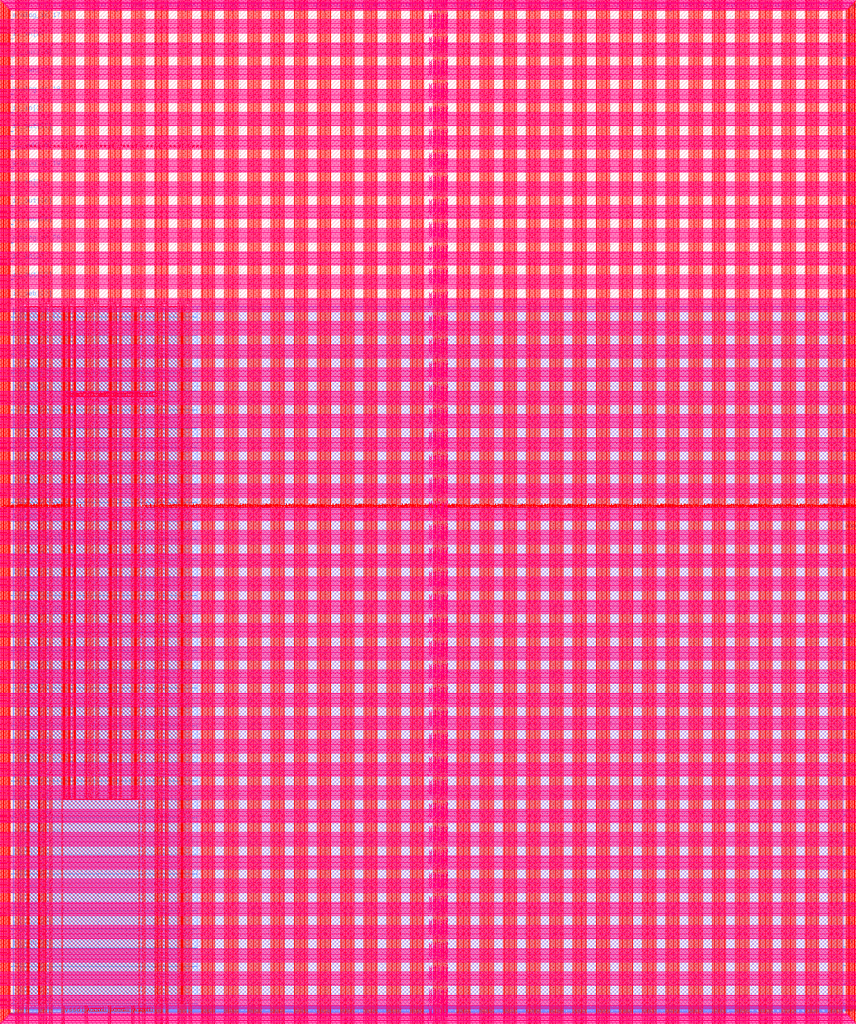
<source format=lef>
VERSION 5.7 ;
  NOWIREEXTENSIONATPIN ON ;
  DIVIDERCHAR "/" ;
  BUSBITCHARS "[]" ;
MACRO user_project_wrapper
  CLASS BLOCK ;
  FOREIGN user_project_wrapper ;
  ORIGIN 0.000 0.000 ;
  SIZE 2920.000 BY 3520.000 ;
  PIN analog_io[0]
    DIRECTION INOUT ;
    USE SIGNAL ;
    PORT
      LAYER met3 ;
        RECT 2917.600 1426.380 2924.800 1427.580 ;
    END
  END analog_io[0]
  PIN analog_io[10]
    DIRECTION INOUT ;
    USE SIGNAL ;
    PORT
      LAYER met2 ;
        RECT 2230.490 3517.600 2231.050 3524.800 ;
    END
  END analog_io[10]
  PIN analog_io[11]
    DIRECTION INOUT ;
    USE SIGNAL ;
    PORT
      LAYER met2 ;
        RECT 1905.730 3517.600 1906.290 3524.800 ;
    END
  END analog_io[11]
  PIN analog_io[12]
    DIRECTION INOUT ;
    USE SIGNAL ;
    PORT
      LAYER met2 ;
        RECT 1581.430 3517.600 1581.990 3524.800 ;
    END
  END analog_io[12]
  PIN analog_io[13]
    DIRECTION INOUT ;
    USE SIGNAL ;
    PORT
      LAYER met2 ;
        RECT 1257.130 3517.600 1257.690 3524.800 ;
    END
  END analog_io[13]
  PIN analog_io[14]
    DIRECTION INOUT ;
    USE SIGNAL ;
    PORT
      LAYER met2 ;
        RECT 932.370 3517.600 932.930 3524.800 ;
    END
  END analog_io[14]
  PIN analog_io[15]
    DIRECTION INOUT ;
    USE SIGNAL ;
    PORT
      LAYER met2 ;
        RECT 608.070 3517.600 608.630 3524.800 ;
    END
  END analog_io[15]
  PIN analog_io[16]
    DIRECTION INOUT ;
    USE SIGNAL ;
    PORT
      LAYER met2 ;
        RECT 283.770 3517.600 284.330 3524.800 ;
    END
  END analog_io[16]
  PIN analog_io[17]
    DIRECTION INOUT ;
    USE SIGNAL ;
    PORT
      LAYER met3 ;
        RECT -4.800 3486.100 2.400 3487.300 ;
    END
  END analog_io[17]
  PIN analog_io[18]
    DIRECTION INOUT ;
    USE SIGNAL ;
    PORT
      LAYER met3 ;
        RECT -4.800 3224.980 2.400 3226.180 ;
    END
  END analog_io[18]
  PIN analog_io[19]
    DIRECTION INOUT ;
    USE SIGNAL ;
    PORT
      LAYER met3 ;
        RECT -4.800 2964.540 2.400 2965.740 ;
    END
  END analog_io[19]
  PIN analog_io[1]
    DIRECTION INOUT ;
    USE SIGNAL ;
    PORT
      LAYER met3 ;
        RECT 2917.600 1692.260 2924.800 1693.460 ;
    END
  END analog_io[1]
  PIN analog_io[20]
    DIRECTION INOUT ;
    USE SIGNAL ;
    PORT
      LAYER met3 ;
        RECT -4.800 2703.420 2.400 2704.620 ;
    END
  END analog_io[20]
  PIN analog_io[21]
    DIRECTION INOUT ;
    USE SIGNAL ;
    PORT
      LAYER met3 ;
        RECT -4.800 2442.980 2.400 2444.180 ;
    END
  END analog_io[21]
  PIN analog_io[22]
    DIRECTION INOUT ;
    USE SIGNAL ;
    PORT
      LAYER met3 ;
        RECT -4.800 2182.540 2.400 2183.740 ;
    END
  END analog_io[22]
  PIN analog_io[23]
    DIRECTION INOUT ;
    USE SIGNAL ;
    PORT
      LAYER met3 ;
        RECT -4.800 1921.420 2.400 1922.620 ;
    END
  END analog_io[23]
  PIN analog_io[24]
    DIRECTION INOUT ;
    USE SIGNAL ;
    PORT
      LAYER met3 ;
        RECT -4.800 1660.980 2.400 1662.180 ;
    END
  END analog_io[24]
  PIN analog_io[25]
    DIRECTION INOUT ;
    USE SIGNAL ;
    PORT
      LAYER met3 ;
        RECT -4.800 1399.860 2.400 1401.060 ;
    END
  END analog_io[25]
  PIN analog_io[26]
    DIRECTION INOUT ;
    USE SIGNAL ;
    PORT
      LAYER met3 ;
        RECT -4.800 1139.420 2.400 1140.620 ;
    END
  END analog_io[26]
  PIN analog_io[27]
    DIRECTION INOUT ;
    USE SIGNAL ;
    PORT
      LAYER met3 ;
        RECT -4.800 878.980 2.400 880.180 ;
    END
  END analog_io[27]
  PIN analog_io[28]
    DIRECTION INOUT ;
    USE SIGNAL ;
    PORT
      LAYER met3 ;
        RECT -4.800 617.860 2.400 619.060 ;
    END
  END analog_io[28]
  PIN analog_io[2]
    DIRECTION INOUT ;
    USE SIGNAL ;
    PORT
      LAYER met3 ;
        RECT 2917.600 1958.140 2924.800 1959.340 ;
    END
  END analog_io[2]
  PIN analog_io[3]
    DIRECTION INOUT ;
    USE SIGNAL ;
    PORT
      LAYER met3 ;
        RECT 2917.600 2223.340 2924.800 2224.540 ;
    END
  END analog_io[3]
  PIN analog_io[4]
    DIRECTION INOUT ;
    USE SIGNAL ;
    PORT
      LAYER met3 ;
        RECT 2917.600 2489.220 2924.800 2490.420 ;
    END
  END analog_io[4]
  PIN analog_io[5]
    DIRECTION INOUT ;
    USE SIGNAL ;
    PORT
      LAYER met3 ;
        RECT 2917.600 2755.100 2924.800 2756.300 ;
    END
  END analog_io[5]
  PIN analog_io[6]
    DIRECTION INOUT ;
    USE SIGNAL ;
    PORT
      LAYER met3 ;
        RECT 2917.600 3020.300 2924.800 3021.500 ;
    END
  END analog_io[6]
  PIN analog_io[7]
    DIRECTION INOUT ;
    USE SIGNAL ;
    PORT
      LAYER met3 ;
        RECT 2917.600 3286.180 2924.800 3287.380 ;
    END
  END analog_io[7]
  PIN analog_io[8]
    DIRECTION INOUT ;
    USE SIGNAL ;
    PORT
      LAYER met2 ;
        RECT 2879.090 3517.600 2879.650 3524.800 ;
    END
  END analog_io[8]
  PIN analog_io[9]
    DIRECTION INOUT ;
    USE SIGNAL ;
    PORT
      LAYER met2 ;
        RECT 2554.790 3517.600 2555.350 3524.800 ;
    END
  END analog_io[9]
  PIN io_in[0]
    DIRECTION INPUT ;
    USE SIGNAL ;
    PORT
      LAYER met3 ;
        RECT 2917.600 32.380 2924.800 33.580 ;
    END
  END io_in[0]
  PIN io_in[10]
    DIRECTION INPUT ;
    USE SIGNAL ;
    PORT
      LAYER met3 ;
        RECT 2917.600 2289.980 2924.800 2291.180 ;
    END
  END io_in[10]
  PIN io_in[11]
    DIRECTION INPUT ;
    USE SIGNAL ;
    PORT
      LAYER met3 ;
        RECT 2917.600 2555.860 2924.800 2557.060 ;
    END
  END io_in[11]
  PIN io_in[12]
    DIRECTION INPUT ;
    USE SIGNAL ;
    PORT
      LAYER met3 ;
        RECT 2917.600 2821.060 2924.800 2822.260 ;
    END
  END io_in[12]
  PIN io_in[13]
    DIRECTION INPUT ;
    USE SIGNAL ;
    PORT
      LAYER met3 ;
        RECT 2917.600 3086.940 2924.800 3088.140 ;
    END
  END io_in[13]
  PIN io_in[14]
    DIRECTION INPUT ;
    USE SIGNAL ;
    PORT
      LAYER met3 ;
        RECT 2917.600 3352.820 2924.800 3354.020 ;
    END
  END io_in[14]
  PIN io_in[15]
    DIRECTION INPUT ;
    USE SIGNAL ;
    PORT
      LAYER met2 ;
        RECT 2798.130 3517.600 2798.690 3524.800 ;
    END
  END io_in[15]
  PIN io_in[16]
    DIRECTION INPUT ;
    USE SIGNAL ;
    PORT
      LAYER met2 ;
        RECT 2473.830 3517.600 2474.390 3524.800 ;
    END
  END io_in[16]
  PIN io_in[17]
    DIRECTION INPUT ;
    USE SIGNAL ;
    PORT
      LAYER met2 ;
        RECT 2149.070 3517.600 2149.630 3524.800 ;
    END
  END io_in[17]
  PIN io_in[18]
    DIRECTION INPUT ;
    USE SIGNAL ;
    PORT
      LAYER met2 ;
        RECT 1824.770 3517.600 1825.330 3524.800 ;
    END
  END io_in[18]
  PIN io_in[19]
    DIRECTION INPUT ;
    USE SIGNAL ;
    PORT
      LAYER met2 ;
        RECT 1500.470 3517.600 1501.030 3524.800 ;
    END
  END io_in[19]
  PIN io_in[1]
    DIRECTION INPUT ;
    USE SIGNAL ;
    PORT
      LAYER met3 ;
        RECT 2917.600 230.940 2924.800 232.140 ;
    END
  END io_in[1]
  PIN io_in[20]
    DIRECTION INPUT ;
    USE SIGNAL ;
    PORT
      LAYER met2 ;
        RECT 1175.710 3517.600 1176.270 3524.800 ;
    END
  END io_in[20]
  PIN io_in[21]
    DIRECTION INPUT ;
    USE SIGNAL ;
    PORT
      LAYER met2 ;
        RECT 851.410 3517.600 851.970 3524.800 ;
    END
  END io_in[21]
  PIN io_in[22]
    DIRECTION INPUT ;
    USE SIGNAL ;
    PORT
      LAYER met2 ;
        RECT 527.110 3517.600 527.670 3524.800 ;
    END
  END io_in[22]
  PIN io_in[23]
    DIRECTION INPUT ;
    USE SIGNAL ;
    PORT
      LAYER met2 ;
        RECT 202.350 3517.600 202.910 3524.800 ;
    END
  END io_in[23]
  PIN io_in[24]
    DIRECTION INPUT ;
    USE SIGNAL ;
    PORT
      LAYER met3 ;
        RECT -4.800 3420.820 2.400 3422.020 ;
    END
  END io_in[24]
  PIN io_in[25]
    DIRECTION INPUT ;
    USE SIGNAL ;
    PORT
      LAYER met3 ;
        RECT -4.800 3159.700 2.400 3160.900 ;
    END
  END io_in[25]
  PIN io_in[26]
    DIRECTION INPUT ;
    USE SIGNAL ;
    PORT
      LAYER met3 ;
        RECT -4.800 2899.260 2.400 2900.460 ;
    END
  END io_in[26]
  PIN io_in[27]
    DIRECTION INPUT ;
    USE SIGNAL ;
    PORT
      LAYER met3 ;
        RECT -4.800 2638.820 2.400 2640.020 ;
    END
  END io_in[27]
  PIN io_in[28]
    DIRECTION INPUT ;
    USE SIGNAL ;
    PORT
      LAYER met3 ;
        RECT -4.800 2377.700 2.400 2378.900 ;
    END
  END io_in[28]
  PIN io_in[29]
    DIRECTION INPUT ;
    USE SIGNAL ;
    PORT
      LAYER met3 ;
        RECT -4.800 2117.260 2.400 2118.460 ;
    END
  END io_in[29]
  PIN io_in[2]
    DIRECTION INPUT ;
    USE SIGNAL ;
    PORT
      LAYER met3 ;
        RECT 2917.600 430.180 2924.800 431.380 ;
    END
  END io_in[2]
  PIN io_in[30]
    DIRECTION INPUT ;
    USE SIGNAL ;
    PORT
      LAYER met3 ;
        RECT -4.800 1856.140 2.400 1857.340 ;
    END
  END io_in[30]
  PIN io_in[31]
    DIRECTION INPUT ;
    USE SIGNAL ;
    PORT
      LAYER met3 ;
        RECT -4.800 1595.700 2.400 1596.900 ;
    END
  END io_in[31]
  PIN io_in[32]
    DIRECTION INPUT ;
    USE SIGNAL ;
    PORT
      LAYER met3 ;
        RECT -4.800 1335.260 2.400 1336.460 ;
    END
  END io_in[32]
  PIN io_in[33]
    DIRECTION INPUT ;
    USE SIGNAL ;
    PORT
      LAYER met3 ;
        RECT -4.800 1074.140 2.400 1075.340 ;
    END
  END io_in[33]
  PIN io_in[34]
    DIRECTION INPUT ;
    USE SIGNAL ;
    PORT
      LAYER met3 ;
        RECT -4.800 813.700 2.400 814.900 ;
    END
  END io_in[34]
  PIN io_in[35]
    DIRECTION INPUT ;
    USE SIGNAL ;
    PORT
      LAYER met3 ;
        RECT -4.800 552.580 2.400 553.780 ;
    END
  END io_in[35]
  PIN io_in[36]
    DIRECTION INPUT ;
    USE SIGNAL ;
    PORT
      LAYER met3 ;
        RECT -4.800 357.420 2.400 358.620 ;
    END
  END io_in[36]
  PIN io_in[37]
    DIRECTION INPUT ;
    USE SIGNAL ;
    PORT
      LAYER met3 ;
        RECT -4.800 161.580 2.400 162.780 ;
    END
  END io_in[37]
  PIN io_in[3]
    DIRECTION INPUT ;
    USE SIGNAL ;
    PORT
      LAYER met3 ;
        RECT 2917.600 629.420 2924.800 630.620 ;
    END
  END io_in[3]
  PIN io_in[4]
    DIRECTION INPUT ;
    USE SIGNAL ;
    PORT
      LAYER met3 ;
        RECT 2917.600 828.660 2924.800 829.860 ;
    END
  END io_in[4]
  PIN io_in[5]
    DIRECTION INPUT ;
    USE SIGNAL ;
    PORT
      LAYER met3 ;
        RECT 2917.600 1027.900 2924.800 1029.100 ;
    END
  END io_in[5]
  PIN io_in[6]
    DIRECTION INPUT ;
    USE SIGNAL ;
    PORT
      LAYER met3 ;
        RECT 2917.600 1227.140 2924.800 1228.340 ;
    END
  END io_in[6]
  PIN io_in[7]
    DIRECTION INPUT ;
    USE SIGNAL ;
    PORT
      LAYER met3 ;
        RECT 2917.600 1493.020 2924.800 1494.220 ;
    END
  END io_in[7]
  PIN io_in[8]
    DIRECTION INPUT ;
    USE SIGNAL ;
    PORT
      LAYER met3 ;
        RECT 2917.600 1758.900 2924.800 1760.100 ;
    END
  END io_in[8]
  PIN io_in[9]
    DIRECTION INPUT ;
    USE SIGNAL ;
    PORT
      LAYER met3 ;
        RECT 2917.600 2024.100 2924.800 2025.300 ;
    END
  END io_in[9]
  PIN io_oeb[0]
    DIRECTION OUTPUT TRISTATE ;
    USE SIGNAL ;
    PORT
      LAYER met3 ;
        RECT 2917.600 164.980 2924.800 166.180 ;
    END
  END io_oeb[0]
  PIN io_oeb[10]
    DIRECTION OUTPUT TRISTATE ;
    USE SIGNAL ;
    PORT
      LAYER met3 ;
        RECT 2917.600 2422.580 2924.800 2423.780 ;
    END
  END io_oeb[10]
  PIN io_oeb[11]
    DIRECTION OUTPUT TRISTATE ;
    USE SIGNAL ;
    PORT
      LAYER met3 ;
        RECT 2917.600 2688.460 2924.800 2689.660 ;
    END
  END io_oeb[11]
  PIN io_oeb[12]
    DIRECTION OUTPUT TRISTATE ;
    USE SIGNAL ;
    PORT
      LAYER met3 ;
        RECT 2917.600 2954.340 2924.800 2955.540 ;
    END
  END io_oeb[12]
  PIN io_oeb[13]
    DIRECTION OUTPUT TRISTATE ;
    USE SIGNAL ;
    PORT
      LAYER met3 ;
        RECT 2917.600 3219.540 2924.800 3220.740 ;
    END
  END io_oeb[13]
  PIN io_oeb[14]
    DIRECTION OUTPUT TRISTATE ;
    USE SIGNAL ;
    PORT
      LAYER met3 ;
        RECT 2917.600 3485.420 2924.800 3486.620 ;
    END
  END io_oeb[14]
  PIN io_oeb[15]
    DIRECTION OUTPUT TRISTATE ;
    USE SIGNAL ;
    PORT
      LAYER met2 ;
        RECT 2635.750 3517.600 2636.310 3524.800 ;
    END
  END io_oeb[15]
  PIN io_oeb[16]
    DIRECTION OUTPUT TRISTATE ;
    USE SIGNAL ;
    PORT
      LAYER met2 ;
        RECT 2311.450 3517.600 2312.010 3524.800 ;
    END
  END io_oeb[16]
  PIN io_oeb[17]
    DIRECTION OUTPUT TRISTATE ;
    USE SIGNAL ;
    PORT
      LAYER met2 ;
        RECT 1987.150 3517.600 1987.710 3524.800 ;
    END
  END io_oeb[17]
  PIN io_oeb[18]
    DIRECTION OUTPUT TRISTATE ;
    USE SIGNAL ;
    PORT
      LAYER met2 ;
        RECT 1662.390 3517.600 1662.950 3524.800 ;
    END
  END io_oeb[18]
  PIN io_oeb[19]
    DIRECTION OUTPUT TRISTATE ;
    USE SIGNAL ;
    PORT
      LAYER met2 ;
        RECT 1338.090 3517.600 1338.650 3524.800 ;
    END
  END io_oeb[19]
  PIN io_oeb[1]
    DIRECTION OUTPUT TRISTATE ;
    USE SIGNAL ;
    PORT
      LAYER met3 ;
        RECT 2917.600 364.220 2924.800 365.420 ;
    END
  END io_oeb[1]
  PIN io_oeb[20]
    DIRECTION OUTPUT TRISTATE ;
    USE SIGNAL ;
    PORT
      LAYER met2 ;
        RECT 1013.790 3517.600 1014.350 3524.800 ;
    END
  END io_oeb[20]
  PIN io_oeb[21]
    DIRECTION OUTPUT TRISTATE ;
    USE SIGNAL ;
    PORT
      LAYER met2 ;
        RECT 689.030 3517.600 689.590 3524.800 ;
    END
  END io_oeb[21]
  PIN io_oeb[22]
    DIRECTION OUTPUT TRISTATE ;
    USE SIGNAL ;
    PORT
      LAYER met2 ;
        RECT 364.730 3517.600 365.290 3524.800 ;
    END
  END io_oeb[22]
  PIN io_oeb[23]
    DIRECTION OUTPUT TRISTATE ;
    USE SIGNAL ;
    PORT
      LAYER met2 ;
        RECT 40.430 3517.600 40.990 3524.800 ;
    END
  END io_oeb[23]
  PIN io_oeb[24]
    DIRECTION OUTPUT TRISTATE ;
    USE SIGNAL ;
    PORT
      LAYER met3 ;
        RECT -4.800 3290.260 2.400 3291.460 ;
    END
  END io_oeb[24]
  PIN io_oeb[25]
    DIRECTION OUTPUT TRISTATE ;
    USE SIGNAL ;
    PORT
      LAYER met3 ;
        RECT -4.800 3029.820 2.400 3031.020 ;
    END
  END io_oeb[25]
  PIN io_oeb[26]
    DIRECTION OUTPUT TRISTATE ;
    USE SIGNAL ;
    PORT
      LAYER met3 ;
        RECT -4.800 2768.700 2.400 2769.900 ;
    END
  END io_oeb[26]
  PIN io_oeb[27]
    DIRECTION OUTPUT TRISTATE ;
    USE SIGNAL ;
    PORT
      LAYER met3 ;
        RECT -4.800 2508.260 2.400 2509.460 ;
    END
  END io_oeb[27]
  PIN io_oeb[28]
    DIRECTION OUTPUT TRISTATE ;
    USE SIGNAL ;
    PORT
      LAYER met3 ;
        RECT -4.800 2247.140 2.400 2248.340 ;
    END
  END io_oeb[28]
  PIN io_oeb[29]
    DIRECTION OUTPUT TRISTATE ;
    USE SIGNAL ;
    PORT
      LAYER met3 ;
        RECT -4.800 1986.700 2.400 1987.900 ;
    END
  END io_oeb[29]
  PIN io_oeb[2]
    DIRECTION OUTPUT TRISTATE ;
    USE SIGNAL ;
    PORT
      LAYER met3 ;
        RECT 2917.600 563.460 2924.800 564.660 ;
    END
  END io_oeb[2]
  PIN io_oeb[30]
    DIRECTION OUTPUT TRISTATE ;
    USE SIGNAL ;
    PORT
      LAYER met3 ;
        RECT -4.800 1726.260 2.400 1727.460 ;
    END
  END io_oeb[30]
  PIN io_oeb[31]
    DIRECTION OUTPUT TRISTATE ;
    USE SIGNAL ;
    PORT
      LAYER met3 ;
        RECT -4.800 1465.140 2.400 1466.340 ;
    END
  END io_oeb[31]
  PIN io_oeb[32]
    DIRECTION OUTPUT TRISTATE ;
    USE SIGNAL ;
    PORT
      LAYER met3 ;
        RECT -4.800 1204.700 2.400 1205.900 ;
    END
  END io_oeb[32]
  PIN io_oeb[33]
    DIRECTION OUTPUT TRISTATE ;
    USE SIGNAL ;
    PORT
      LAYER met3 ;
        RECT -4.800 943.580 2.400 944.780 ;
    END
  END io_oeb[33]
  PIN io_oeb[34]
    DIRECTION OUTPUT TRISTATE ;
    USE SIGNAL ;
    PORT
      LAYER met3 ;
        RECT -4.800 683.140 2.400 684.340 ;
    END
  END io_oeb[34]
  PIN io_oeb[35]
    DIRECTION OUTPUT TRISTATE ;
    USE SIGNAL ;
    PORT
      LAYER met3 ;
        RECT -4.800 422.700 2.400 423.900 ;
    END
  END io_oeb[35]
  PIN io_oeb[36]
    DIRECTION OUTPUT TRISTATE ;
    USE SIGNAL ;
    PORT
      LAYER met3 ;
        RECT -4.800 226.860 2.400 228.060 ;
    END
  END io_oeb[36]
  PIN io_oeb[37]
    DIRECTION OUTPUT TRISTATE ;
    USE SIGNAL ;
    PORT
      LAYER met3 ;
        RECT -4.800 31.700 2.400 32.900 ;
    END
  END io_oeb[37]
  PIN io_oeb[3]
    DIRECTION OUTPUT TRISTATE ;
    USE SIGNAL ;
    PORT
      LAYER met3 ;
        RECT 2917.600 762.700 2924.800 763.900 ;
    END
  END io_oeb[3]
  PIN io_oeb[4]
    DIRECTION OUTPUT TRISTATE ;
    USE SIGNAL ;
    PORT
      LAYER met3 ;
        RECT 2917.600 961.940 2924.800 963.140 ;
    END
  END io_oeb[4]
  PIN io_oeb[5]
    DIRECTION OUTPUT TRISTATE ;
    USE SIGNAL ;
    PORT
      LAYER met3 ;
        RECT 2917.600 1161.180 2924.800 1162.380 ;
    END
  END io_oeb[5]
  PIN io_oeb[6]
    DIRECTION OUTPUT TRISTATE ;
    USE SIGNAL ;
    PORT
      LAYER met3 ;
        RECT 2917.600 1360.420 2924.800 1361.620 ;
    END
  END io_oeb[6]
  PIN io_oeb[7]
    DIRECTION OUTPUT TRISTATE ;
    USE SIGNAL ;
    PORT
      LAYER met3 ;
        RECT 2917.600 1625.620 2924.800 1626.820 ;
    END
  END io_oeb[7]
  PIN io_oeb[8]
    DIRECTION OUTPUT TRISTATE ;
    USE SIGNAL ;
    PORT
      LAYER met3 ;
        RECT 2917.600 1891.500 2924.800 1892.700 ;
    END
  END io_oeb[8]
  PIN io_oeb[9]
    DIRECTION OUTPUT TRISTATE ;
    USE SIGNAL ;
    PORT
      LAYER met3 ;
        RECT 2917.600 2157.380 2924.800 2158.580 ;
    END
  END io_oeb[9]
  PIN io_out[0]
    DIRECTION OUTPUT TRISTATE ;
    USE SIGNAL ;
    PORT
      LAYER met3 ;
        RECT 2917.600 98.340 2924.800 99.540 ;
    END
  END io_out[0]
  PIN io_out[10]
    DIRECTION OUTPUT TRISTATE ;
    USE SIGNAL ;
    PORT
      LAYER met3 ;
        RECT 2917.600 2356.620 2924.800 2357.820 ;
    END
  END io_out[10]
  PIN io_out[11]
    DIRECTION OUTPUT TRISTATE ;
    USE SIGNAL ;
    PORT
      LAYER met3 ;
        RECT 2917.600 2621.820 2924.800 2623.020 ;
    END
  END io_out[11]
  PIN io_out[12]
    DIRECTION OUTPUT TRISTATE ;
    USE SIGNAL ;
    PORT
      LAYER met3 ;
        RECT 2917.600 2887.700 2924.800 2888.900 ;
    END
  END io_out[12]
  PIN io_out[13]
    DIRECTION OUTPUT TRISTATE ;
    USE SIGNAL ;
    PORT
      LAYER met3 ;
        RECT 2917.600 3153.580 2924.800 3154.780 ;
    END
  END io_out[13]
  PIN io_out[14]
    DIRECTION OUTPUT TRISTATE ;
    USE SIGNAL ;
    PORT
      LAYER met3 ;
        RECT 2917.600 3418.780 2924.800 3419.980 ;
    END
  END io_out[14]
  PIN io_out[15]
    DIRECTION OUTPUT TRISTATE ;
    USE SIGNAL ;
    PORT
      LAYER met2 ;
        RECT 2717.170 3517.600 2717.730 3524.800 ;
    END
  END io_out[15]
  PIN io_out[16]
    DIRECTION OUTPUT TRISTATE ;
    USE SIGNAL ;
    PORT
      LAYER met2 ;
        RECT 2392.410 3517.600 2392.970 3524.800 ;
    END
  END io_out[16]
  PIN io_out[17]
    DIRECTION OUTPUT TRISTATE ;
    USE SIGNAL ;
    PORT
      LAYER met2 ;
        RECT 2068.110 3517.600 2068.670 3524.800 ;
    END
  END io_out[17]
  PIN io_out[18]
    DIRECTION OUTPUT TRISTATE ;
    USE SIGNAL ;
    PORT
      LAYER met2 ;
        RECT 1743.810 3517.600 1744.370 3524.800 ;
    END
  END io_out[18]
  PIN io_out[19]
    DIRECTION OUTPUT TRISTATE ;
    USE SIGNAL ;
    PORT
      LAYER met2 ;
        RECT 1419.050 3517.600 1419.610 3524.800 ;
    END
  END io_out[19]
  PIN io_out[1]
    DIRECTION OUTPUT TRISTATE ;
    USE SIGNAL ;
    PORT
      LAYER met3 ;
        RECT 2917.600 297.580 2924.800 298.780 ;
    END
  END io_out[1]
  PIN io_out[20]
    DIRECTION OUTPUT TRISTATE ;
    USE SIGNAL ;
    PORT
      LAYER met2 ;
        RECT 1094.750 3517.600 1095.310 3524.800 ;
    END
  END io_out[20]
  PIN io_out[21]
    DIRECTION OUTPUT TRISTATE ;
    USE SIGNAL ;
    PORT
      LAYER met2 ;
        RECT 770.450 3517.600 771.010 3524.800 ;
    END
  END io_out[21]
  PIN io_out[22]
    DIRECTION OUTPUT TRISTATE ;
    USE SIGNAL ;
    PORT
      LAYER met2 ;
        RECT 445.690 3517.600 446.250 3524.800 ;
    END
  END io_out[22]
  PIN io_out[23]
    DIRECTION OUTPUT TRISTATE ;
    USE SIGNAL ;
    PORT
      LAYER met2 ;
        RECT 121.390 3517.600 121.950 3524.800 ;
    END
  END io_out[23]
  PIN io_out[24]
    DIRECTION OUTPUT TRISTATE ;
    USE SIGNAL ;
    PORT
      LAYER met3 ;
        RECT -4.800 3355.540 2.400 3356.740 ;
    END
  END io_out[24]
  PIN io_out[25]
    DIRECTION OUTPUT TRISTATE ;
    USE SIGNAL ;
    PORT
      LAYER met3 ;
        RECT -4.800 3095.100 2.400 3096.300 ;
    END
  END io_out[25]
  PIN io_out[26]
    DIRECTION OUTPUT TRISTATE ;
    USE SIGNAL ;
    PORT
      LAYER met3 ;
        RECT -4.800 2833.980 2.400 2835.180 ;
    END
  END io_out[26]
  PIN io_out[27]
    DIRECTION OUTPUT TRISTATE ;
    USE SIGNAL ;
    PORT
      LAYER met3 ;
        RECT -4.800 2573.540 2.400 2574.740 ;
    END
  END io_out[27]
  PIN io_out[28]
    DIRECTION OUTPUT TRISTATE ;
    USE SIGNAL ;
    PORT
      LAYER met3 ;
        RECT -4.800 2312.420 2.400 2313.620 ;
    END
  END io_out[28]
  PIN io_out[29]
    DIRECTION OUTPUT TRISTATE ;
    USE SIGNAL ;
    PORT
      LAYER met3 ;
        RECT -4.800 2051.980 2.400 2053.180 ;
    END
  END io_out[29]
  PIN io_out[2]
    DIRECTION OUTPUT TRISTATE ;
    USE SIGNAL ;
    PORT
      LAYER met3 ;
        RECT 2917.600 496.820 2924.800 498.020 ;
    END
  END io_out[2]
  PIN io_out[30]
    DIRECTION OUTPUT TRISTATE ;
    USE SIGNAL ;
    PORT
      LAYER met3 ;
        RECT -4.800 1791.540 2.400 1792.740 ;
    END
  END io_out[30]
  PIN io_out[31]
    DIRECTION OUTPUT TRISTATE ;
    USE SIGNAL ;
    PORT
      LAYER met3 ;
        RECT -4.800 1530.420 2.400 1531.620 ;
    END
  END io_out[31]
  PIN io_out[32]
    DIRECTION OUTPUT TRISTATE ;
    USE SIGNAL ;
    PORT
      LAYER met3 ;
        RECT -4.800 1269.980 2.400 1271.180 ;
    END
  END io_out[32]
  PIN io_out[33]
    DIRECTION OUTPUT TRISTATE ;
    USE SIGNAL ;
    PORT
      LAYER met3 ;
        RECT -4.800 1008.860 2.400 1010.060 ;
    END
  END io_out[33]
  PIN io_out[34]
    DIRECTION OUTPUT TRISTATE ;
    USE SIGNAL ;
    PORT
      LAYER met3 ;
        RECT -4.800 748.420 2.400 749.620 ;
    END
  END io_out[34]
  PIN io_out[35]
    DIRECTION OUTPUT TRISTATE ;
    USE SIGNAL ;
    PORT
      LAYER met3 ;
        RECT -4.800 487.300 2.400 488.500 ;
    END
  END io_out[35]
  PIN io_out[36]
    DIRECTION OUTPUT TRISTATE ;
    USE SIGNAL ;
    PORT
      LAYER met3 ;
        RECT -4.800 292.140 2.400 293.340 ;
    END
  END io_out[36]
  PIN io_out[37]
    DIRECTION OUTPUT TRISTATE ;
    USE SIGNAL ;
    PORT
      LAYER met3 ;
        RECT -4.800 96.300 2.400 97.500 ;
    END
  END io_out[37]
  PIN io_out[3]
    DIRECTION OUTPUT TRISTATE ;
    USE SIGNAL ;
    PORT
      LAYER met3 ;
        RECT 2917.600 696.060 2924.800 697.260 ;
    END
  END io_out[3]
  PIN io_out[4]
    DIRECTION OUTPUT TRISTATE ;
    USE SIGNAL ;
    PORT
      LAYER met3 ;
        RECT 2917.600 895.300 2924.800 896.500 ;
    END
  END io_out[4]
  PIN io_out[5]
    DIRECTION OUTPUT TRISTATE ;
    USE SIGNAL ;
    PORT
      LAYER met3 ;
        RECT 2917.600 1094.540 2924.800 1095.740 ;
    END
  END io_out[5]
  PIN io_out[6]
    DIRECTION OUTPUT TRISTATE ;
    USE SIGNAL ;
    PORT
      LAYER met3 ;
        RECT 2917.600 1293.780 2924.800 1294.980 ;
    END
  END io_out[6]
  PIN io_out[7]
    DIRECTION OUTPUT TRISTATE ;
    USE SIGNAL ;
    PORT
      LAYER met3 ;
        RECT 2917.600 1559.660 2924.800 1560.860 ;
    END
  END io_out[7]
  PIN io_out[8]
    DIRECTION OUTPUT TRISTATE ;
    USE SIGNAL ;
    PORT
      LAYER met3 ;
        RECT 2917.600 1824.860 2924.800 1826.060 ;
    END
  END io_out[8]
  PIN io_out[9]
    DIRECTION OUTPUT TRISTATE ;
    USE SIGNAL ;
    PORT
      LAYER met3 ;
        RECT 2917.600 2090.740 2924.800 2091.940 ;
    END
  END io_out[9]
  PIN la_data_in[0]
    DIRECTION INPUT ;
    USE SIGNAL ;
    PORT
      LAYER met2 ;
        RECT 629.230 -4.800 629.790 2.400 ;
    END
  END la_data_in[0]
  PIN la_data_in[100]
    DIRECTION INPUT ;
    USE SIGNAL ;
    PORT
      LAYER met2 ;
        RECT 2402.530 -4.800 2403.090 2.400 ;
    END
  END la_data_in[100]
  PIN la_data_in[101]
    DIRECTION INPUT ;
    USE SIGNAL ;
    PORT
      LAYER met2 ;
        RECT 2420.010 -4.800 2420.570 2.400 ;
    END
  END la_data_in[101]
  PIN la_data_in[102]
    DIRECTION INPUT ;
    USE SIGNAL ;
    PORT
      LAYER met2 ;
        RECT 2437.950 -4.800 2438.510 2.400 ;
    END
  END la_data_in[102]
  PIN la_data_in[103]
    DIRECTION INPUT ;
    USE SIGNAL ;
    PORT
      LAYER met2 ;
        RECT 2455.430 -4.800 2455.990 2.400 ;
    END
  END la_data_in[103]
  PIN la_data_in[104]
    DIRECTION INPUT ;
    USE SIGNAL ;
    PORT
      LAYER met2 ;
        RECT 2473.370 -4.800 2473.930 2.400 ;
    END
  END la_data_in[104]
  PIN la_data_in[105]
    DIRECTION INPUT ;
    USE SIGNAL ;
    PORT
      LAYER met2 ;
        RECT 2490.850 -4.800 2491.410 2.400 ;
    END
  END la_data_in[105]
  PIN la_data_in[106]
    DIRECTION INPUT ;
    USE SIGNAL ;
    PORT
      LAYER met2 ;
        RECT 2508.790 -4.800 2509.350 2.400 ;
    END
  END la_data_in[106]
  PIN la_data_in[107]
    DIRECTION INPUT ;
    USE SIGNAL ;
    PORT
      LAYER met2 ;
        RECT 2526.730 -4.800 2527.290 2.400 ;
    END
  END la_data_in[107]
  PIN la_data_in[108]
    DIRECTION INPUT ;
    USE SIGNAL ;
    PORT
      LAYER met2 ;
        RECT 2544.210 -4.800 2544.770 2.400 ;
    END
  END la_data_in[108]
  PIN la_data_in[109]
    DIRECTION INPUT ;
    USE SIGNAL ;
    PORT
      LAYER met2 ;
        RECT 2562.150 -4.800 2562.710 2.400 ;
    END
  END la_data_in[109]
  PIN la_data_in[10]
    DIRECTION INPUT ;
    USE SIGNAL ;
    PORT
      LAYER met2 ;
        RECT 806.330 -4.800 806.890 2.400 ;
    END
  END la_data_in[10]
  PIN la_data_in[110]
    DIRECTION INPUT ;
    USE SIGNAL ;
    PORT
      LAYER met2 ;
        RECT 2579.630 -4.800 2580.190 2.400 ;
    END
  END la_data_in[110]
  PIN la_data_in[111]
    DIRECTION INPUT ;
    USE SIGNAL ;
    PORT
      LAYER met2 ;
        RECT 2597.570 -4.800 2598.130 2.400 ;
    END
  END la_data_in[111]
  PIN la_data_in[112]
    DIRECTION INPUT ;
    USE SIGNAL ;
    PORT
      LAYER met2 ;
        RECT 2615.050 -4.800 2615.610 2.400 ;
    END
  END la_data_in[112]
  PIN la_data_in[113]
    DIRECTION INPUT ;
    USE SIGNAL ;
    PORT
      LAYER met2 ;
        RECT 2632.990 -4.800 2633.550 2.400 ;
    END
  END la_data_in[113]
  PIN la_data_in[114]
    DIRECTION INPUT ;
    USE SIGNAL ;
    PORT
      LAYER met2 ;
        RECT 2650.470 -4.800 2651.030 2.400 ;
    END
  END la_data_in[114]
  PIN la_data_in[115]
    DIRECTION INPUT ;
    USE SIGNAL ;
    PORT
      LAYER met2 ;
        RECT 2668.410 -4.800 2668.970 2.400 ;
    END
  END la_data_in[115]
  PIN la_data_in[116]
    DIRECTION INPUT ;
    USE SIGNAL ;
    PORT
      LAYER met2 ;
        RECT 2685.890 -4.800 2686.450 2.400 ;
    END
  END la_data_in[116]
  PIN la_data_in[117]
    DIRECTION INPUT ;
    USE SIGNAL ;
    PORT
      LAYER met2 ;
        RECT 2703.830 -4.800 2704.390 2.400 ;
    END
  END la_data_in[117]
  PIN la_data_in[118]
    DIRECTION INPUT ;
    USE SIGNAL ;
    PORT
      LAYER met2 ;
        RECT 2721.770 -4.800 2722.330 2.400 ;
    END
  END la_data_in[118]
  PIN la_data_in[119]
    DIRECTION INPUT ;
    USE SIGNAL ;
    PORT
      LAYER met2 ;
        RECT 2739.250 -4.800 2739.810 2.400 ;
    END
  END la_data_in[119]
  PIN la_data_in[11]
    DIRECTION INPUT ;
    USE SIGNAL ;
    PORT
      LAYER met2 ;
        RECT 824.270 -4.800 824.830 2.400 ;
    END
  END la_data_in[11]
  PIN la_data_in[120]
    DIRECTION INPUT ;
    USE SIGNAL ;
    PORT
      LAYER met2 ;
        RECT 2757.190 -4.800 2757.750 2.400 ;
    END
  END la_data_in[120]
  PIN la_data_in[121]
    DIRECTION INPUT ;
    USE SIGNAL ;
    PORT
      LAYER met2 ;
        RECT 2774.670 -4.800 2775.230 2.400 ;
    END
  END la_data_in[121]
  PIN la_data_in[122]
    DIRECTION INPUT ;
    USE SIGNAL ;
    PORT
      LAYER met2 ;
        RECT 2792.610 -4.800 2793.170 2.400 ;
    END
  END la_data_in[122]
  PIN la_data_in[123]
    DIRECTION INPUT ;
    USE SIGNAL ;
    PORT
      LAYER met2 ;
        RECT 2810.090 -4.800 2810.650 2.400 ;
    END
  END la_data_in[123]
  PIN la_data_in[124]
    DIRECTION INPUT ;
    USE SIGNAL ;
    PORT
      LAYER met2 ;
        RECT 2828.030 -4.800 2828.590 2.400 ;
    END
  END la_data_in[124]
  PIN la_data_in[125]
    DIRECTION INPUT ;
    USE SIGNAL ;
    PORT
      LAYER met2 ;
        RECT 2845.510 -4.800 2846.070 2.400 ;
    END
  END la_data_in[125]
  PIN la_data_in[126]
    DIRECTION INPUT ;
    USE SIGNAL ;
    PORT
      LAYER met2 ;
        RECT 2863.450 -4.800 2864.010 2.400 ;
    END
  END la_data_in[126]
  PIN la_data_in[127]
    DIRECTION INPUT ;
    USE SIGNAL ;
    PORT
      LAYER met2 ;
        RECT 2881.390 -4.800 2881.950 2.400 ;
    END
  END la_data_in[127]
  PIN la_data_in[12]
    DIRECTION INPUT ;
    USE SIGNAL ;
    PORT
      LAYER met2 ;
        RECT 841.750 -4.800 842.310 2.400 ;
    END
  END la_data_in[12]
  PIN la_data_in[13]
    DIRECTION INPUT ;
    USE SIGNAL ;
    PORT
      LAYER met2 ;
        RECT 859.690 -4.800 860.250 2.400 ;
    END
  END la_data_in[13]
  PIN la_data_in[14]
    DIRECTION INPUT ;
    USE SIGNAL ;
    PORT
      LAYER met2 ;
        RECT 877.170 -4.800 877.730 2.400 ;
    END
  END la_data_in[14]
  PIN la_data_in[15]
    DIRECTION INPUT ;
    USE SIGNAL ;
    PORT
      LAYER met2 ;
        RECT 895.110 -4.800 895.670 2.400 ;
    END
  END la_data_in[15]
  PIN la_data_in[16]
    DIRECTION INPUT ;
    USE SIGNAL ;
    PORT
      LAYER met2 ;
        RECT 912.590 -4.800 913.150 2.400 ;
    END
  END la_data_in[16]
  PIN la_data_in[17]
    DIRECTION INPUT ;
    USE SIGNAL ;
    PORT
      LAYER met2 ;
        RECT 930.530 -4.800 931.090 2.400 ;
    END
  END la_data_in[17]
  PIN la_data_in[18]
    DIRECTION INPUT ;
    USE SIGNAL ;
    PORT
      LAYER met2 ;
        RECT 948.470 -4.800 949.030 2.400 ;
    END
  END la_data_in[18]
  PIN la_data_in[19]
    DIRECTION INPUT ;
    USE SIGNAL ;
    PORT
      LAYER met2 ;
        RECT 965.950 -4.800 966.510 2.400 ;
    END
  END la_data_in[19]
  PIN la_data_in[1]
    DIRECTION INPUT ;
    USE SIGNAL ;
    PORT
      LAYER met2 ;
        RECT 646.710 -4.800 647.270 2.400 ;
    END
  END la_data_in[1]
  PIN la_data_in[20]
    DIRECTION INPUT ;
    USE SIGNAL ;
    PORT
      LAYER met2 ;
        RECT 983.890 -4.800 984.450 2.400 ;
    END
  END la_data_in[20]
  PIN la_data_in[21]
    DIRECTION INPUT ;
    USE SIGNAL ;
    PORT
      LAYER met2 ;
        RECT 1001.370 -4.800 1001.930 2.400 ;
    END
  END la_data_in[21]
  PIN la_data_in[22]
    DIRECTION INPUT ;
    USE SIGNAL ;
    PORT
      LAYER met2 ;
        RECT 1019.310 -4.800 1019.870 2.400 ;
    END
  END la_data_in[22]
  PIN la_data_in[23]
    DIRECTION INPUT ;
    USE SIGNAL ;
    PORT
      LAYER met2 ;
        RECT 1036.790 -4.800 1037.350 2.400 ;
    END
  END la_data_in[23]
  PIN la_data_in[24]
    DIRECTION INPUT ;
    USE SIGNAL ;
    PORT
      LAYER met2 ;
        RECT 1054.730 -4.800 1055.290 2.400 ;
    END
  END la_data_in[24]
  PIN la_data_in[25]
    DIRECTION INPUT ;
    USE SIGNAL ;
    PORT
      LAYER met2 ;
        RECT 1072.210 -4.800 1072.770 2.400 ;
    END
  END la_data_in[25]
  PIN la_data_in[26]
    DIRECTION INPUT ;
    USE SIGNAL ;
    PORT
      LAYER met2 ;
        RECT 1090.150 -4.800 1090.710 2.400 ;
    END
  END la_data_in[26]
  PIN la_data_in[27]
    DIRECTION INPUT ;
    USE SIGNAL ;
    PORT
      LAYER met2 ;
        RECT 1107.630 -4.800 1108.190 2.400 ;
    END
  END la_data_in[27]
  PIN la_data_in[28]
    DIRECTION INPUT ;
    USE SIGNAL ;
    PORT
      LAYER met2 ;
        RECT 1125.570 -4.800 1126.130 2.400 ;
    END
  END la_data_in[28]
  PIN la_data_in[29]
    DIRECTION INPUT ;
    USE SIGNAL ;
    PORT
      LAYER met2 ;
        RECT 1143.510 -4.800 1144.070 2.400 ;
    END
  END la_data_in[29]
  PIN la_data_in[2]
    DIRECTION INPUT ;
    USE SIGNAL ;
    PORT
      LAYER met2 ;
        RECT 664.650 -4.800 665.210 2.400 ;
    END
  END la_data_in[2]
  PIN la_data_in[30]
    DIRECTION INPUT ;
    USE SIGNAL ;
    PORT
      LAYER met2 ;
        RECT 1160.990 -4.800 1161.550 2.400 ;
    END
  END la_data_in[30]
  PIN la_data_in[31]
    DIRECTION INPUT ;
    USE SIGNAL ;
    PORT
      LAYER met2 ;
        RECT 1178.930 -4.800 1179.490 2.400 ;
    END
  END la_data_in[31]
  PIN la_data_in[32]
    DIRECTION INPUT ;
    USE SIGNAL ;
    PORT
      LAYER met2 ;
        RECT 1196.410 -4.800 1196.970 2.400 ;
    END
  END la_data_in[32]
  PIN la_data_in[33]
    DIRECTION INPUT ;
    USE SIGNAL ;
    PORT
      LAYER met2 ;
        RECT 1214.350 -4.800 1214.910 2.400 ;
    END
  END la_data_in[33]
  PIN la_data_in[34]
    DIRECTION INPUT ;
    USE SIGNAL ;
    PORT
      LAYER met2 ;
        RECT 1231.830 -4.800 1232.390 2.400 ;
    END
  END la_data_in[34]
  PIN la_data_in[35]
    DIRECTION INPUT ;
    USE SIGNAL ;
    PORT
      LAYER met2 ;
        RECT 1249.770 -4.800 1250.330 2.400 ;
    END
  END la_data_in[35]
  PIN la_data_in[36]
    DIRECTION INPUT ;
    USE SIGNAL ;
    PORT
      LAYER met2 ;
        RECT 1267.250 -4.800 1267.810 2.400 ;
    END
  END la_data_in[36]
  PIN la_data_in[37]
    DIRECTION INPUT ;
    USE SIGNAL ;
    PORT
      LAYER met2 ;
        RECT 1285.190 -4.800 1285.750 2.400 ;
    END
  END la_data_in[37]
  PIN la_data_in[38]
    DIRECTION INPUT ;
    USE SIGNAL ;
    PORT
      LAYER met2 ;
        RECT 1303.130 -4.800 1303.690 2.400 ;
    END
  END la_data_in[38]
  PIN la_data_in[39]
    DIRECTION INPUT ;
    USE SIGNAL ;
    PORT
      LAYER met2 ;
        RECT 1320.610 -4.800 1321.170 2.400 ;
    END
  END la_data_in[39]
  PIN la_data_in[3]
    DIRECTION INPUT ;
    USE SIGNAL ;
    PORT
      LAYER met2 ;
        RECT 682.130 -4.800 682.690 2.400 ;
    END
  END la_data_in[3]
  PIN la_data_in[40]
    DIRECTION INPUT ;
    USE SIGNAL ;
    PORT
      LAYER met2 ;
        RECT 1338.550 -4.800 1339.110 2.400 ;
    END
  END la_data_in[40]
  PIN la_data_in[41]
    DIRECTION INPUT ;
    USE SIGNAL ;
    PORT
      LAYER met2 ;
        RECT 1356.030 -4.800 1356.590 2.400 ;
    END
  END la_data_in[41]
  PIN la_data_in[42]
    DIRECTION INPUT ;
    USE SIGNAL ;
    PORT
      LAYER met2 ;
        RECT 1373.970 -4.800 1374.530 2.400 ;
    END
  END la_data_in[42]
  PIN la_data_in[43]
    DIRECTION INPUT ;
    USE SIGNAL ;
    PORT
      LAYER met2 ;
        RECT 1391.450 -4.800 1392.010 2.400 ;
    END
  END la_data_in[43]
  PIN la_data_in[44]
    DIRECTION INPUT ;
    USE SIGNAL ;
    PORT
      LAYER met2 ;
        RECT 1409.390 -4.800 1409.950 2.400 ;
    END
  END la_data_in[44]
  PIN la_data_in[45]
    DIRECTION INPUT ;
    USE SIGNAL ;
    PORT
      LAYER met2 ;
        RECT 1426.870 -4.800 1427.430 2.400 ;
    END
  END la_data_in[45]
  PIN la_data_in[46]
    DIRECTION INPUT ;
    USE SIGNAL ;
    PORT
      LAYER met2 ;
        RECT 1444.810 -4.800 1445.370 2.400 ;
    END
  END la_data_in[46]
  PIN la_data_in[47]
    DIRECTION INPUT ;
    USE SIGNAL ;
    PORT
      LAYER met2 ;
        RECT 1462.750 -4.800 1463.310 2.400 ;
    END
  END la_data_in[47]
  PIN la_data_in[48]
    DIRECTION INPUT ;
    USE SIGNAL ;
    PORT
      LAYER met2 ;
        RECT 1480.230 -4.800 1480.790 2.400 ;
    END
  END la_data_in[48]
  PIN la_data_in[49]
    DIRECTION INPUT ;
    USE SIGNAL ;
    PORT
      LAYER met2 ;
        RECT 1498.170 -4.800 1498.730 2.400 ;
    END
  END la_data_in[49]
  PIN la_data_in[4]
    DIRECTION INPUT ;
    USE SIGNAL ;
    PORT
      LAYER met2 ;
        RECT 700.070 -4.800 700.630 2.400 ;
    END
  END la_data_in[4]
  PIN la_data_in[50]
    DIRECTION INPUT ;
    USE SIGNAL ;
    PORT
      LAYER met2 ;
        RECT 1515.650 -4.800 1516.210 2.400 ;
    END
  END la_data_in[50]
  PIN la_data_in[51]
    DIRECTION INPUT ;
    USE SIGNAL ;
    PORT
      LAYER met2 ;
        RECT 1533.590 -4.800 1534.150 2.400 ;
    END
  END la_data_in[51]
  PIN la_data_in[52]
    DIRECTION INPUT ;
    USE SIGNAL ;
    PORT
      LAYER met2 ;
        RECT 1551.070 -4.800 1551.630 2.400 ;
    END
  END la_data_in[52]
  PIN la_data_in[53]
    DIRECTION INPUT ;
    USE SIGNAL ;
    PORT
      LAYER met2 ;
        RECT 1569.010 -4.800 1569.570 2.400 ;
    END
  END la_data_in[53]
  PIN la_data_in[54]
    DIRECTION INPUT ;
    USE SIGNAL ;
    PORT
      LAYER met2 ;
        RECT 1586.490 -4.800 1587.050 2.400 ;
    END
  END la_data_in[54]
  PIN la_data_in[55]
    DIRECTION INPUT ;
    USE SIGNAL ;
    PORT
      LAYER met2 ;
        RECT 1604.430 -4.800 1604.990 2.400 ;
    END
  END la_data_in[55]
  PIN la_data_in[56]
    DIRECTION INPUT ;
    USE SIGNAL ;
    PORT
      LAYER met2 ;
        RECT 1621.910 -4.800 1622.470 2.400 ;
    END
  END la_data_in[56]
  PIN la_data_in[57]
    DIRECTION INPUT ;
    USE SIGNAL ;
    PORT
      LAYER met2 ;
        RECT 1639.850 -4.800 1640.410 2.400 ;
    END
  END la_data_in[57]
  PIN la_data_in[58]
    DIRECTION INPUT ;
    USE SIGNAL ;
    PORT
      LAYER met2 ;
        RECT 1657.790 -4.800 1658.350 2.400 ;
    END
  END la_data_in[58]
  PIN la_data_in[59]
    DIRECTION INPUT ;
    USE SIGNAL ;
    PORT
      LAYER met2 ;
        RECT 1675.270 -4.800 1675.830 2.400 ;
    END
  END la_data_in[59]
  PIN la_data_in[5]
    DIRECTION INPUT ;
    USE SIGNAL ;
    PORT
      LAYER met2 ;
        RECT 717.550 -4.800 718.110 2.400 ;
    END
  END la_data_in[5]
  PIN la_data_in[60]
    DIRECTION INPUT ;
    USE SIGNAL ;
    PORT
      LAYER met2 ;
        RECT 1693.210 -4.800 1693.770 2.400 ;
    END
  END la_data_in[60]
  PIN la_data_in[61]
    DIRECTION INPUT ;
    USE SIGNAL ;
    PORT
      LAYER met2 ;
        RECT 1710.690 -4.800 1711.250 2.400 ;
    END
  END la_data_in[61]
  PIN la_data_in[62]
    DIRECTION INPUT ;
    USE SIGNAL ;
    PORT
      LAYER met2 ;
        RECT 1728.630 -4.800 1729.190 2.400 ;
    END
  END la_data_in[62]
  PIN la_data_in[63]
    DIRECTION INPUT ;
    USE SIGNAL ;
    PORT
      LAYER met2 ;
        RECT 1746.110 -4.800 1746.670 2.400 ;
    END
  END la_data_in[63]
  PIN la_data_in[64]
    DIRECTION INPUT ;
    USE SIGNAL ;
    PORT
      LAYER met2 ;
        RECT 1764.050 -4.800 1764.610 2.400 ;
    END
  END la_data_in[64]
  PIN la_data_in[65]
    DIRECTION INPUT ;
    USE SIGNAL ;
    PORT
      LAYER met2 ;
        RECT 1781.530 -4.800 1782.090 2.400 ;
    END
  END la_data_in[65]
  PIN la_data_in[66]
    DIRECTION INPUT ;
    USE SIGNAL ;
    PORT
      LAYER met2 ;
        RECT 1799.470 -4.800 1800.030 2.400 ;
    END
  END la_data_in[66]
  PIN la_data_in[67]
    DIRECTION INPUT ;
    USE SIGNAL ;
    PORT
      LAYER met2 ;
        RECT 1817.410 -4.800 1817.970 2.400 ;
    END
  END la_data_in[67]
  PIN la_data_in[68]
    DIRECTION INPUT ;
    USE SIGNAL ;
    PORT
      LAYER met2 ;
        RECT 1834.890 -4.800 1835.450 2.400 ;
    END
  END la_data_in[68]
  PIN la_data_in[69]
    DIRECTION INPUT ;
    USE SIGNAL ;
    PORT
      LAYER met2 ;
        RECT 1852.830 -4.800 1853.390 2.400 ;
    END
  END la_data_in[69]
  PIN la_data_in[6]
    DIRECTION INPUT ;
    USE SIGNAL ;
    PORT
      LAYER met2 ;
        RECT 735.490 -4.800 736.050 2.400 ;
    END
  END la_data_in[6]
  PIN la_data_in[70]
    DIRECTION INPUT ;
    USE SIGNAL ;
    PORT
      LAYER met2 ;
        RECT 1870.310 -4.800 1870.870 2.400 ;
    END
  END la_data_in[70]
  PIN la_data_in[71]
    DIRECTION INPUT ;
    USE SIGNAL ;
    PORT
      LAYER met2 ;
        RECT 1888.250 -4.800 1888.810 2.400 ;
    END
  END la_data_in[71]
  PIN la_data_in[72]
    DIRECTION INPUT ;
    USE SIGNAL ;
    PORT
      LAYER met2 ;
        RECT 1905.730 -4.800 1906.290 2.400 ;
    END
  END la_data_in[72]
  PIN la_data_in[73]
    DIRECTION INPUT ;
    USE SIGNAL ;
    PORT
      LAYER met2 ;
        RECT 1923.670 -4.800 1924.230 2.400 ;
    END
  END la_data_in[73]
  PIN la_data_in[74]
    DIRECTION INPUT ;
    USE SIGNAL ;
    PORT
      LAYER met2 ;
        RECT 1941.150 -4.800 1941.710 2.400 ;
    END
  END la_data_in[74]
  PIN la_data_in[75]
    DIRECTION INPUT ;
    USE SIGNAL ;
    PORT
      LAYER met2 ;
        RECT 1959.090 -4.800 1959.650 2.400 ;
    END
  END la_data_in[75]
  PIN la_data_in[76]
    DIRECTION INPUT ;
    USE SIGNAL ;
    PORT
      LAYER met2 ;
        RECT 1976.570 -4.800 1977.130 2.400 ;
    END
  END la_data_in[76]
  PIN la_data_in[77]
    DIRECTION INPUT ;
    USE SIGNAL ;
    PORT
      LAYER met2 ;
        RECT 1994.510 -4.800 1995.070 2.400 ;
    END
  END la_data_in[77]
  PIN la_data_in[78]
    DIRECTION INPUT ;
    USE SIGNAL ;
    PORT
      LAYER met2 ;
        RECT 2012.450 -4.800 2013.010 2.400 ;
    END
  END la_data_in[78]
  PIN la_data_in[79]
    DIRECTION INPUT ;
    USE SIGNAL ;
    PORT
      LAYER met2 ;
        RECT 2029.930 -4.800 2030.490 2.400 ;
    END
  END la_data_in[79]
  PIN la_data_in[7]
    DIRECTION INPUT ;
    USE SIGNAL ;
    PORT
      LAYER met2 ;
        RECT 752.970 -4.800 753.530 2.400 ;
    END
  END la_data_in[7]
  PIN la_data_in[80]
    DIRECTION INPUT ;
    USE SIGNAL ;
    PORT
      LAYER met2 ;
        RECT 2047.870 -4.800 2048.430 2.400 ;
    END
  END la_data_in[80]
  PIN la_data_in[81]
    DIRECTION INPUT ;
    USE SIGNAL ;
    PORT
      LAYER met2 ;
        RECT 2065.350 -4.800 2065.910 2.400 ;
    END
  END la_data_in[81]
  PIN la_data_in[82]
    DIRECTION INPUT ;
    USE SIGNAL ;
    PORT
      LAYER met2 ;
        RECT 2083.290 -4.800 2083.850 2.400 ;
    END
  END la_data_in[82]
  PIN la_data_in[83]
    DIRECTION INPUT ;
    USE SIGNAL ;
    PORT
      LAYER met2 ;
        RECT 2100.770 -4.800 2101.330 2.400 ;
    END
  END la_data_in[83]
  PIN la_data_in[84]
    DIRECTION INPUT ;
    USE SIGNAL ;
    PORT
      LAYER met2 ;
        RECT 2118.710 -4.800 2119.270 2.400 ;
    END
  END la_data_in[84]
  PIN la_data_in[85]
    DIRECTION INPUT ;
    USE SIGNAL ;
    PORT
      LAYER met2 ;
        RECT 2136.190 -4.800 2136.750 2.400 ;
    END
  END la_data_in[85]
  PIN la_data_in[86]
    DIRECTION INPUT ;
    USE SIGNAL ;
    PORT
      LAYER met2 ;
        RECT 2154.130 -4.800 2154.690 2.400 ;
    END
  END la_data_in[86]
  PIN la_data_in[87]
    DIRECTION INPUT ;
    USE SIGNAL ;
    PORT
      LAYER met2 ;
        RECT 2172.070 -4.800 2172.630 2.400 ;
    END
  END la_data_in[87]
  PIN la_data_in[88]
    DIRECTION INPUT ;
    USE SIGNAL ;
    PORT
      LAYER met2 ;
        RECT 2189.550 -4.800 2190.110 2.400 ;
    END
  END la_data_in[88]
  PIN la_data_in[89]
    DIRECTION INPUT ;
    USE SIGNAL ;
    PORT
      LAYER met2 ;
        RECT 2207.490 -4.800 2208.050 2.400 ;
    END
  END la_data_in[89]
  PIN la_data_in[8]
    DIRECTION INPUT ;
    USE SIGNAL ;
    PORT
      LAYER met2 ;
        RECT 770.910 -4.800 771.470 2.400 ;
    END
  END la_data_in[8]
  PIN la_data_in[90]
    DIRECTION INPUT ;
    USE SIGNAL ;
    PORT
      LAYER met2 ;
        RECT 2224.970 -4.800 2225.530 2.400 ;
    END
  END la_data_in[90]
  PIN la_data_in[91]
    DIRECTION INPUT ;
    USE SIGNAL ;
    PORT
      LAYER met2 ;
        RECT 2242.910 -4.800 2243.470 2.400 ;
    END
  END la_data_in[91]
  PIN la_data_in[92]
    DIRECTION INPUT ;
    USE SIGNAL ;
    PORT
      LAYER met2 ;
        RECT 2260.390 -4.800 2260.950 2.400 ;
    END
  END la_data_in[92]
  PIN la_data_in[93]
    DIRECTION INPUT ;
    USE SIGNAL ;
    PORT
      LAYER met2 ;
        RECT 2278.330 -4.800 2278.890 2.400 ;
    END
  END la_data_in[93]
  PIN la_data_in[94]
    DIRECTION INPUT ;
    USE SIGNAL ;
    PORT
      LAYER met2 ;
        RECT 2295.810 -4.800 2296.370 2.400 ;
    END
  END la_data_in[94]
  PIN la_data_in[95]
    DIRECTION INPUT ;
    USE SIGNAL ;
    PORT
      LAYER met2 ;
        RECT 2313.750 -4.800 2314.310 2.400 ;
    END
  END la_data_in[95]
  PIN la_data_in[96]
    DIRECTION INPUT ;
    USE SIGNAL ;
    PORT
      LAYER met2 ;
        RECT 2331.230 -4.800 2331.790 2.400 ;
    END
  END la_data_in[96]
  PIN la_data_in[97]
    DIRECTION INPUT ;
    USE SIGNAL ;
    PORT
      LAYER met2 ;
        RECT 2349.170 -4.800 2349.730 2.400 ;
    END
  END la_data_in[97]
  PIN la_data_in[98]
    DIRECTION INPUT ;
    USE SIGNAL ;
    PORT
      LAYER met2 ;
        RECT 2367.110 -4.800 2367.670 2.400 ;
    END
  END la_data_in[98]
  PIN la_data_in[99]
    DIRECTION INPUT ;
    USE SIGNAL ;
    PORT
      LAYER met2 ;
        RECT 2384.590 -4.800 2385.150 2.400 ;
    END
  END la_data_in[99]
  PIN la_data_in[9]
    DIRECTION INPUT ;
    USE SIGNAL ;
    PORT
      LAYER met2 ;
        RECT 788.850 -4.800 789.410 2.400 ;
    END
  END la_data_in[9]
  PIN la_data_out[0]
    DIRECTION OUTPUT TRISTATE ;
    USE SIGNAL ;
    PORT
      LAYER met2 ;
        RECT 634.750 -4.800 635.310 2.400 ;
    END
  END la_data_out[0]
  PIN la_data_out[100]
    DIRECTION OUTPUT TRISTATE ;
    USE SIGNAL ;
    PORT
      LAYER met2 ;
        RECT 2408.510 -4.800 2409.070 2.400 ;
    END
  END la_data_out[100]
  PIN la_data_out[101]
    DIRECTION OUTPUT TRISTATE ;
    USE SIGNAL ;
    PORT
      LAYER met2 ;
        RECT 2425.990 -4.800 2426.550 2.400 ;
    END
  END la_data_out[101]
  PIN la_data_out[102]
    DIRECTION OUTPUT TRISTATE ;
    USE SIGNAL ;
    PORT
      LAYER met2 ;
        RECT 2443.930 -4.800 2444.490 2.400 ;
    END
  END la_data_out[102]
  PIN la_data_out[103]
    DIRECTION OUTPUT TRISTATE ;
    USE SIGNAL ;
    PORT
      LAYER met2 ;
        RECT 2461.410 -4.800 2461.970 2.400 ;
    END
  END la_data_out[103]
  PIN la_data_out[104]
    DIRECTION OUTPUT TRISTATE ;
    USE SIGNAL ;
    PORT
      LAYER met2 ;
        RECT 2479.350 -4.800 2479.910 2.400 ;
    END
  END la_data_out[104]
  PIN la_data_out[105]
    DIRECTION OUTPUT TRISTATE ;
    USE SIGNAL ;
    PORT
      LAYER met2 ;
        RECT 2496.830 -4.800 2497.390 2.400 ;
    END
  END la_data_out[105]
  PIN la_data_out[106]
    DIRECTION OUTPUT TRISTATE ;
    USE SIGNAL ;
    PORT
      LAYER met2 ;
        RECT 2514.770 -4.800 2515.330 2.400 ;
    END
  END la_data_out[106]
  PIN la_data_out[107]
    DIRECTION OUTPUT TRISTATE ;
    USE SIGNAL ;
    PORT
      LAYER met2 ;
        RECT 2532.250 -4.800 2532.810 2.400 ;
    END
  END la_data_out[107]
  PIN la_data_out[108]
    DIRECTION OUTPUT TRISTATE ;
    USE SIGNAL ;
    PORT
      LAYER met2 ;
        RECT 2550.190 -4.800 2550.750 2.400 ;
    END
  END la_data_out[108]
  PIN la_data_out[109]
    DIRECTION OUTPUT TRISTATE ;
    USE SIGNAL ;
    PORT
      LAYER met2 ;
        RECT 2567.670 -4.800 2568.230 2.400 ;
    END
  END la_data_out[109]
  PIN la_data_out[10]
    DIRECTION OUTPUT TRISTATE ;
    USE SIGNAL ;
    PORT
      LAYER met2 ;
        RECT 812.310 -4.800 812.870 2.400 ;
    END
  END la_data_out[10]
  PIN la_data_out[110]
    DIRECTION OUTPUT TRISTATE ;
    USE SIGNAL ;
    PORT
      LAYER met2 ;
        RECT 2585.610 -4.800 2586.170 2.400 ;
    END
  END la_data_out[110]
  PIN la_data_out[111]
    DIRECTION OUTPUT TRISTATE ;
    USE SIGNAL ;
    PORT
      LAYER met2 ;
        RECT 2603.550 -4.800 2604.110 2.400 ;
    END
  END la_data_out[111]
  PIN la_data_out[112]
    DIRECTION OUTPUT TRISTATE ;
    USE SIGNAL ;
    PORT
      LAYER met2 ;
        RECT 2621.030 -4.800 2621.590 2.400 ;
    END
  END la_data_out[112]
  PIN la_data_out[113]
    DIRECTION OUTPUT TRISTATE ;
    USE SIGNAL ;
    PORT
      LAYER met2 ;
        RECT 2638.970 -4.800 2639.530 2.400 ;
    END
  END la_data_out[113]
  PIN la_data_out[114]
    DIRECTION OUTPUT TRISTATE ;
    USE SIGNAL ;
    PORT
      LAYER met2 ;
        RECT 2656.450 -4.800 2657.010 2.400 ;
    END
  END la_data_out[114]
  PIN la_data_out[115]
    DIRECTION OUTPUT TRISTATE ;
    USE SIGNAL ;
    PORT
      LAYER met2 ;
        RECT 2674.390 -4.800 2674.950 2.400 ;
    END
  END la_data_out[115]
  PIN la_data_out[116]
    DIRECTION OUTPUT TRISTATE ;
    USE SIGNAL ;
    PORT
      LAYER met2 ;
        RECT 2691.870 -4.800 2692.430 2.400 ;
    END
  END la_data_out[116]
  PIN la_data_out[117]
    DIRECTION OUTPUT TRISTATE ;
    USE SIGNAL ;
    PORT
      LAYER met2 ;
        RECT 2709.810 -4.800 2710.370 2.400 ;
    END
  END la_data_out[117]
  PIN la_data_out[118]
    DIRECTION OUTPUT TRISTATE ;
    USE SIGNAL ;
    PORT
      LAYER met2 ;
        RECT 2727.290 -4.800 2727.850 2.400 ;
    END
  END la_data_out[118]
  PIN la_data_out[119]
    DIRECTION OUTPUT TRISTATE ;
    USE SIGNAL ;
    PORT
      LAYER met2 ;
        RECT 2745.230 -4.800 2745.790 2.400 ;
    END
  END la_data_out[119]
  PIN la_data_out[11]
    DIRECTION OUTPUT TRISTATE ;
    USE SIGNAL ;
    PORT
      LAYER met2 ;
        RECT 830.250 -4.800 830.810 2.400 ;
    END
  END la_data_out[11]
  PIN la_data_out[120]
    DIRECTION OUTPUT TRISTATE ;
    USE SIGNAL ;
    PORT
      LAYER met2 ;
        RECT 2763.170 -4.800 2763.730 2.400 ;
    END
  END la_data_out[120]
  PIN la_data_out[121]
    DIRECTION OUTPUT TRISTATE ;
    USE SIGNAL ;
    PORT
      LAYER met2 ;
        RECT 2780.650 -4.800 2781.210 2.400 ;
    END
  END la_data_out[121]
  PIN la_data_out[122]
    DIRECTION OUTPUT TRISTATE ;
    USE SIGNAL ;
    PORT
      LAYER met2 ;
        RECT 2798.590 -4.800 2799.150 2.400 ;
    END
  END la_data_out[122]
  PIN la_data_out[123]
    DIRECTION OUTPUT TRISTATE ;
    USE SIGNAL ;
    PORT
      LAYER met2 ;
        RECT 2816.070 -4.800 2816.630 2.400 ;
    END
  END la_data_out[123]
  PIN la_data_out[124]
    DIRECTION OUTPUT TRISTATE ;
    USE SIGNAL ;
    PORT
      LAYER met2 ;
        RECT 2834.010 -4.800 2834.570 2.400 ;
    END
  END la_data_out[124]
  PIN la_data_out[125]
    DIRECTION OUTPUT TRISTATE ;
    USE SIGNAL ;
    PORT
      LAYER met2 ;
        RECT 2851.490 -4.800 2852.050 2.400 ;
    END
  END la_data_out[125]
  PIN la_data_out[126]
    DIRECTION OUTPUT TRISTATE ;
    USE SIGNAL ;
    PORT
      LAYER met2 ;
        RECT 2869.430 -4.800 2869.990 2.400 ;
    END
  END la_data_out[126]
  PIN la_data_out[127]
    DIRECTION OUTPUT TRISTATE ;
    USE SIGNAL ;
    PORT
      LAYER met2 ;
        RECT 2886.910 -4.800 2887.470 2.400 ;
    END
  END la_data_out[127]
  PIN la_data_out[12]
    DIRECTION OUTPUT TRISTATE ;
    USE SIGNAL ;
    PORT
      LAYER met2 ;
        RECT 847.730 -4.800 848.290 2.400 ;
    END
  END la_data_out[12]
  PIN la_data_out[13]
    DIRECTION OUTPUT TRISTATE ;
    USE SIGNAL ;
    PORT
      LAYER met2 ;
        RECT 865.670 -4.800 866.230 2.400 ;
    END
  END la_data_out[13]
  PIN la_data_out[14]
    DIRECTION OUTPUT TRISTATE ;
    USE SIGNAL ;
    PORT
      LAYER met2 ;
        RECT 883.150 -4.800 883.710 2.400 ;
    END
  END la_data_out[14]
  PIN la_data_out[15]
    DIRECTION OUTPUT TRISTATE ;
    USE SIGNAL ;
    PORT
      LAYER met2 ;
        RECT 901.090 -4.800 901.650 2.400 ;
    END
  END la_data_out[15]
  PIN la_data_out[16]
    DIRECTION OUTPUT TRISTATE ;
    USE SIGNAL ;
    PORT
      LAYER met2 ;
        RECT 918.570 -4.800 919.130 2.400 ;
    END
  END la_data_out[16]
  PIN la_data_out[17]
    DIRECTION OUTPUT TRISTATE ;
    USE SIGNAL ;
    PORT
      LAYER met2 ;
        RECT 936.510 -4.800 937.070 2.400 ;
    END
  END la_data_out[17]
  PIN la_data_out[18]
    DIRECTION OUTPUT TRISTATE ;
    USE SIGNAL ;
    PORT
      LAYER met2 ;
        RECT 953.990 -4.800 954.550 2.400 ;
    END
  END la_data_out[18]
  PIN la_data_out[19]
    DIRECTION OUTPUT TRISTATE ;
    USE SIGNAL ;
    PORT
      LAYER met2 ;
        RECT 971.930 -4.800 972.490 2.400 ;
    END
  END la_data_out[19]
  PIN la_data_out[1]
    DIRECTION OUTPUT TRISTATE ;
    USE SIGNAL ;
    PORT
      LAYER met2 ;
        RECT 652.690 -4.800 653.250 2.400 ;
    END
  END la_data_out[1]
  PIN la_data_out[20]
    DIRECTION OUTPUT TRISTATE ;
    USE SIGNAL ;
    PORT
      LAYER met2 ;
        RECT 989.410 -4.800 989.970 2.400 ;
    END
  END la_data_out[20]
  PIN la_data_out[21]
    DIRECTION OUTPUT TRISTATE ;
    USE SIGNAL ;
    PORT
      LAYER met2 ;
        RECT 1007.350 -4.800 1007.910 2.400 ;
    END
  END la_data_out[21]
  PIN la_data_out[22]
    DIRECTION OUTPUT TRISTATE ;
    USE SIGNAL ;
    PORT
      LAYER met2 ;
        RECT 1025.290 -4.800 1025.850 2.400 ;
    END
  END la_data_out[22]
  PIN la_data_out[23]
    DIRECTION OUTPUT TRISTATE ;
    USE SIGNAL ;
    PORT
      LAYER met2 ;
        RECT 1042.770 -4.800 1043.330 2.400 ;
    END
  END la_data_out[23]
  PIN la_data_out[24]
    DIRECTION OUTPUT TRISTATE ;
    USE SIGNAL ;
    PORT
      LAYER met2 ;
        RECT 1060.710 -4.800 1061.270 2.400 ;
    END
  END la_data_out[24]
  PIN la_data_out[25]
    DIRECTION OUTPUT TRISTATE ;
    USE SIGNAL ;
    PORT
      LAYER met2 ;
        RECT 1078.190 -4.800 1078.750 2.400 ;
    END
  END la_data_out[25]
  PIN la_data_out[26]
    DIRECTION OUTPUT TRISTATE ;
    USE SIGNAL ;
    PORT
      LAYER met2 ;
        RECT 1096.130 -4.800 1096.690 2.400 ;
    END
  END la_data_out[26]
  PIN la_data_out[27]
    DIRECTION OUTPUT TRISTATE ;
    USE SIGNAL ;
    PORT
      LAYER met2 ;
        RECT 1113.610 -4.800 1114.170 2.400 ;
    END
  END la_data_out[27]
  PIN la_data_out[28]
    DIRECTION OUTPUT TRISTATE ;
    USE SIGNAL ;
    PORT
      LAYER met2 ;
        RECT 1131.550 -4.800 1132.110 2.400 ;
    END
  END la_data_out[28]
  PIN la_data_out[29]
    DIRECTION OUTPUT TRISTATE ;
    USE SIGNAL ;
    PORT
      LAYER met2 ;
        RECT 1149.030 -4.800 1149.590 2.400 ;
    END
  END la_data_out[29]
  PIN la_data_out[2]
    DIRECTION OUTPUT TRISTATE ;
    USE SIGNAL ;
    PORT
      LAYER met2 ;
        RECT 670.630 -4.800 671.190 2.400 ;
    END
  END la_data_out[2]
  PIN la_data_out[30]
    DIRECTION OUTPUT TRISTATE ;
    USE SIGNAL ;
    PORT
      LAYER met2 ;
        RECT 1166.970 -4.800 1167.530 2.400 ;
    END
  END la_data_out[30]
  PIN la_data_out[31]
    DIRECTION OUTPUT TRISTATE ;
    USE SIGNAL ;
    PORT
      LAYER met2 ;
        RECT 1184.910 -4.800 1185.470 2.400 ;
    END
  END la_data_out[31]
  PIN la_data_out[32]
    DIRECTION OUTPUT TRISTATE ;
    USE SIGNAL ;
    PORT
      LAYER met2 ;
        RECT 1202.390 -4.800 1202.950 2.400 ;
    END
  END la_data_out[32]
  PIN la_data_out[33]
    DIRECTION OUTPUT TRISTATE ;
    USE SIGNAL ;
    PORT
      LAYER met2 ;
        RECT 1220.330 -4.800 1220.890 2.400 ;
    END
  END la_data_out[33]
  PIN la_data_out[34]
    DIRECTION OUTPUT TRISTATE ;
    USE SIGNAL ;
    PORT
      LAYER met2 ;
        RECT 1237.810 -4.800 1238.370 2.400 ;
    END
  END la_data_out[34]
  PIN la_data_out[35]
    DIRECTION OUTPUT TRISTATE ;
    USE SIGNAL ;
    PORT
      LAYER met2 ;
        RECT 1255.750 -4.800 1256.310 2.400 ;
    END
  END la_data_out[35]
  PIN la_data_out[36]
    DIRECTION OUTPUT TRISTATE ;
    USE SIGNAL ;
    PORT
      LAYER met2 ;
        RECT 1273.230 -4.800 1273.790 2.400 ;
    END
  END la_data_out[36]
  PIN la_data_out[37]
    DIRECTION OUTPUT TRISTATE ;
    USE SIGNAL ;
    PORT
      LAYER met2 ;
        RECT 1291.170 -4.800 1291.730 2.400 ;
    END
  END la_data_out[37]
  PIN la_data_out[38]
    DIRECTION OUTPUT TRISTATE ;
    USE SIGNAL ;
    PORT
      LAYER met2 ;
        RECT 1308.650 -4.800 1309.210 2.400 ;
    END
  END la_data_out[38]
  PIN la_data_out[39]
    DIRECTION OUTPUT TRISTATE ;
    USE SIGNAL ;
    PORT
      LAYER met2 ;
        RECT 1326.590 -4.800 1327.150 2.400 ;
    END
  END la_data_out[39]
  PIN la_data_out[3]
    DIRECTION OUTPUT TRISTATE ;
    USE SIGNAL ;
    PORT
      LAYER met2 ;
        RECT 688.110 -4.800 688.670 2.400 ;
    END
  END la_data_out[3]
  PIN la_data_out[40]
    DIRECTION OUTPUT TRISTATE ;
    USE SIGNAL ;
    PORT
      LAYER met2 ;
        RECT 1344.070 -4.800 1344.630 2.400 ;
    END
  END la_data_out[40]
  PIN la_data_out[41]
    DIRECTION OUTPUT TRISTATE ;
    USE SIGNAL ;
    PORT
      LAYER met2 ;
        RECT 1362.010 -4.800 1362.570 2.400 ;
    END
  END la_data_out[41]
  PIN la_data_out[42]
    DIRECTION OUTPUT TRISTATE ;
    USE SIGNAL ;
    PORT
      LAYER met2 ;
        RECT 1379.950 -4.800 1380.510 2.400 ;
    END
  END la_data_out[42]
  PIN la_data_out[43]
    DIRECTION OUTPUT TRISTATE ;
    USE SIGNAL ;
    PORT
      LAYER met2 ;
        RECT 1397.430 -4.800 1397.990 2.400 ;
    END
  END la_data_out[43]
  PIN la_data_out[44]
    DIRECTION OUTPUT TRISTATE ;
    USE SIGNAL ;
    PORT
      LAYER met2 ;
        RECT 1415.370 -4.800 1415.930 2.400 ;
    END
  END la_data_out[44]
  PIN la_data_out[45]
    DIRECTION OUTPUT TRISTATE ;
    USE SIGNAL ;
    PORT
      LAYER met2 ;
        RECT 1432.850 -4.800 1433.410 2.400 ;
    END
  END la_data_out[45]
  PIN la_data_out[46]
    DIRECTION OUTPUT TRISTATE ;
    USE SIGNAL ;
    PORT
      LAYER met2 ;
        RECT 1450.790 -4.800 1451.350 2.400 ;
    END
  END la_data_out[46]
  PIN la_data_out[47]
    DIRECTION OUTPUT TRISTATE ;
    USE SIGNAL ;
    PORT
      LAYER met2 ;
        RECT 1468.270 -4.800 1468.830 2.400 ;
    END
  END la_data_out[47]
  PIN la_data_out[48]
    DIRECTION OUTPUT TRISTATE ;
    USE SIGNAL ;
    PORT
      LAYER met2 ;
        RECT 1486.210 -4.800 1486.770 2.400 ;
    END
  END la_data_out[48]
  PIN la_data_out[49]
    DIRECTION OUTPUT TRISTATE ;
    USE SIGNAL ;
    PORT
      LAYER met2 ;
        RECT 1503.690 -4.800 1504.250 2.400 ;
    END
  END la_data_out[49]
  PIN la_data_out[4]
    DIRECTION OUTPUT TRISTATE ;
    USE SIGNAL ;
    PORT
      LAYER met2 ;
        RECT 706.050 -4.800 706.610 2.400 ;
    END
  END la_data_out[4]
  PIN la_data_out[50]
    DIRECTION OUTPUT TRISTATE ;
    USE SIGNAL ;
    PORT
      LAYER met2 ;
        RECT 1521.630 -4.800 1522.190 2.400 ;
    END
  END la_data_out[50]
  PIN la_data_out[51]
    DIRECTION OUTPUT TRISTATE ;
    USE SIGNAL ;
    PORT
      LAYER met2 ;
        RECT 1539.570 -4.800 1540.130 2.400 ;
    END
  END la_data_out[51]
  PIN la_data_out[52]
    DIRECTION OUTPUT TRISTATE ;
    USE SIGNAL ;
    PORT
      LAYER met2 ;
        RECT 1557.050 -4.800 1557.610 2.400 ;
    END
  END la_data_out[52]
  PIN la_data_out[53]
    DIRECTION OUTPUT TRISTATE ;
    USE SIGNAL ;
    PORT
      LAYER met2 ;
        RECT 1574.990 -4.800 1575.550 2.400 ;
    END
  END la_data_out[53]
  PIN la_data_out[54]
    DIRECTION OUTPUT TRISTATE ;
    USE SIGNAL ;
    PORT
      LAYER met2 ;
        RECT 1592.470 -4.800 1593.030 2.400 ;
    END
  END la_data_out[54]
  PIN la_data_out[55]
    DIRECTION OUTPUT TRISTATE ;
    USE SIGNAL ;
    PORT
      LAYER met2 ;
        RECT 1610.410 -4.800 1610.970 2.400 ;
    END
  END la_data_out[55]
  PIN la_data_out[56]
    DIRECTION OUTPUT TRISTATE ;
    USE SIGNAL ;
    PORT
      LAYER met2 ;
        RECT 1627.890 -4.800 1628.450 2.400 ;
    END
  END la_data_out[56]
  PIN la_data_out[57]
    DIRECTION OUTPUT TRISTATE ;
    USE SIGNAL ;
    PORT
      LAYER met2 ;
        RECT 1645.830 -4.800 1646.390 2.400 ;
    END
  END la_data_out[57]
  PIN la_data_out[58]
    DIRECTION OUTPUT TRISTATE ;
    USE SIGNAL ;
    PORT
      LAYER met2 ;
        RECT 1663.310 -4.800 1663.870 2.400 ;
    END
  END la_data_out[58]
  PIN la_data_out[59]
    DIRECTION OUTPUT TRISTATE ;
    USE SIGNAL ;
    PORT
      LAYER met2 ;
        RECT 1681.250 -4.800 1681.810 2.400 ;
    END
  END la_data_out[59]
  PIN la_data_out[5]
    DIRECTION OUTPUT TRISTATE ;
    USE SIGNAL ;
    PORT
      LAYER met2 ;
        RECT 723.530 -4.800 724.090 2.400 ;
    END
  END la_data_out[5]
  PIN la_data_out[60]
    DIRECTION OUTPUT TRISTATE ;
    USE SIGNAL ;
    PORT
      LAYER met2 ;
        RECT 1699.190 -4.800 1699.750 2.400 ;
    END
  END la_data_out[60]
  PIN la_data_out[61]
    DIRECTION OUTPUT TRISTATE ;
    USE SIGNAL ;
    PORT
      LAYER met2 ;
        RECT 1716.670 -4.800 1717.230 2.400 ;
    END
  END la_data_out[61]
  PIN la_data_out[62]
    DIRECTION OUTPUT TRISTATE ;
    USE SIGNAL ;
    PORT
      LAYER met2 ;
        RECT 1734.610 -4.800 1735.170 2.400 ;
    END
  END la_data_out[62]
  PIN la_data_out[63]
    DIRECTION OUTPUT TRISTATE ;
    USE SIGNAL ;
    PORT
      LAYER met2 ;
        RECT 1752.090 -4.800 1752.650 2.400 ;
    END
  END la_data_out[63]
  PIN la_data_out[64]
    DIRECTION OUTPUT TRISTATE ;
    USE SIGNAL ;
    PORT
      LAYER met2 ;
        RECT 1770.030 -4.800 1770.590 2.400 ;
    END
  END la_data_out[64]
  PIN la_data_out[65]
    DIRECTION OUTPUT TRISTATE ;
    USE SIGNAL ;
    PORT
      LAYER met2 ;
        RECT 1787.510 -4.800 1788.070 2.400 ;
    END
  END la_data_out[65]
  PIN la_data_out[66]
    DIRECTION OUTPUT TRISTATE ;
    USE SIGNAL ;
    PORT
      LAYER met2 ;
        RECT 1805.450 -4.800 1806.010 2.400 ;
    END
  END la_data_out[66]
  PIN la_data_out[67]
    DIRECTION OUTPUT TRISTATE ;
    USE SIGNAL ;
    PORT
      LAYER met2 ;
        RECT 1822.930 -4.800 1823.490 2.400 ;
    END
  END la_data_out[67]
  PIN la_data_out[68]
    DIRECTION OUTPUT TRISTATE ;
    USE SIGNAL ;
    PORT
      LAYER met2 ;
        RECT 1840.870 -4.800 1841.430 2.400 ;
    END
  END la_data_out[68]
  PIN la_data_out[69]
    DIRECTION OUTPUT TRISTATE ;
    USE SIGNAL ;
    PORT
      LAYER met2 ;
        RECT 1858.350 -4.800 1858.910 2.400 ;
    END
  END la_data_out[69]
  PIN la_data_out[6]
    DIRECTION OUTPUT TRISTATE ;
    USE SIGNAL ;
    PORT
      LAYER met2 ;
        RECT 741.470 -4.800 742.030 2.400 ;
    END
  END la_data_out[6]
  PIN la_data_out[70]
    DIRECTION OUTPUT TRISTATE ;
    USE SIGNAL ;
    PORT
      LAYER met2 ;
        RECT 1876.290 -4.800 1876.850 2.400 ;
    END
  END la_data_out[70]
  PIN la_data_out[71]
    DIRECTION OUTPUT TRISTATE ;
    USE SIGNAL ;
    PORT
      LAYER met2 ;
        RECT 1894.230 -4.800 1894.790 2.400 ;
    END
  END la_data_out[71]
  PIN la_data_out[72]
    DIRECTION OUTPUT TRISTATE ;
    USE SIGNAL ;
    PORT
      LAYER met2 ;
        RECT 1911.710 -4.800 1912.270 2.400 ;
    END
  END la_data_out[72]
  PIN la_data_out[73]
    DIRECTION OUTPUT TRISTATE ;
    USE SIGNAL ;
    PORT
      LAYER met2 ;
        RECT 1929.650 -4.800 1930.210 2.400 ;
    END
  END la_data_out[73]
  PIN la_data_out[74]
    DIRECTION OUTPUT TRISTATE ;
    USE SIGNAL ;
    PORT
      LAYER met2 ;
        RECT 1947.130 -4.800 1947.690 2.400 ;
    END
  END la_data_out[74]
  PIN la_data_out[75]
    DIRECTION OUTPUT TRISTATE ;
    USE SIGNAL ;
    PORT
      LAYER met2 ;
        RECT 1965.070 -4.800 1965.630 2.400 ;
    END
  END la_data_out[75]
  PIN la_data_out[76]
    DIRECTION OUTPUT TRISTATE ;
    USE SIGNAL ;
    PORT
      LAYER met2 ;
        RECT 1982.550 -4.800 1983.110 2.400 ;
    END
  END la_data_out[76]
  PIN la_data_out[77]
    DIRECTION OUTPUT TRISTATE ;
    USE SIGNAL ;
    PORT
      LAYER met2 ;
        RECT 2000.490 -4.800 2001.050 2.400 ;
    END
  END la_data_out[77]
  PIN la_data_out[78]
    DIRECTION OUTPUT TRISTATE ;
    USE SIGNAL ;
    PORT
      LAYER met2 ;
        RECT 2017.970 -4.800 2018.530 2.400 ;
    END
  END la_data_out[78]
  PIN la_data_out[79]
    DIRECTION OUTPUT TRISTATE ;
    USE SIGNAL ;
    PORT
      LAYER met2 ;
        RECT 2035.910 -4.800 2036.470 2.400 ;
    END
  END la_data_out[79]
  PIN la_data_out[7]
    DIRECTION OUTPUT TRISTATE ;
    USE SIGNAL ;
    PORT
      LAYER met2 ;
        RECT 758.950 -4.800 759.510 2.400 ;
    END
  END la_data_out[7]
  PIN la_data_out[80]
    DIRECTION OUTPUT TRISTATE ;
    USE SIGNAL ;
    PORT
      LAYER met2 ;
        RECT 2053.850 -4.800 2054.410 2.400 ;
    END
  END la_data_out[80]
  PIN la_data_out[81]
    DIRECTION OUTPUT TRISTATE ;
    USE SIGNAL ;
    PORT
      LAYER met2 ;
        RECT 2071.330 -4.800 2071.890 2.400 ;
    END
  END la_data_out[81]
  PIN la_data_out[82]
    DIRECTION OUTPUT TRISTATE ;
    USE SIGNAL ;
    PORT
      LAYER met2 ;
        RECT 2089.270 -4.800 2089.830 2.400 ;
    END
  END la_data_out[82]
  PIN la_data_out[83]
    DIRECTION OUTPUT TRISTATE ;
    USE SIGNAL ;
    PORT
      LAYER met2 ;
        RECT 2106.750 -4.800 2107.310 2.400 ;
    END
  END la_data_out[83]
  PIN la_data_out[84]
    DIRECTION OUTPUT TRISTATE ;
    USE SIGNAL ;
    PORT
      LAYER met2 ;
        RECT 2124.690 -4.800 2125.250 2.400 ;
    END
  END la_data_out[84]
  PIN la_data_out[85]
    DIRECTION OUTPUT TRISTATE ;
    USE SIGNAL ;
    PORT
      LAYER met2 ;
        RECT 2142.170 -4.800 2142.730 2.400 ;
    END
  END la_data_out[85]
  PIN la_data_out[86]
    DIRECTION OUTPUT TRISTATE ;
    USE SIGNAL ;
    PORT
      LAYER met2 ;
        RECT 2160.110 -4.800 2160.670 2.400 ;
    END
  END la_data_out[86]
  PIN la_data_out[87]
    DIRECTION OUTPUT TRISTATE ;
    USE SIGNAL ;
    PORT
      LAYER met2 ;
        RECT 2177.590 -4.800 2178.150 2.400 ;
    END
  END la_data_out[87]
  PIN la_data_out[88]
    DIRECTION OUTPUT TRISTATE ;
    USE SIGNAL ;
    PORT
      LAYER met2 ;
        RECT 2195.530 -4.800 2196.090 2.400 ;
    END
  END la_data_out[88]
  PIN la_data_out[89]
    DIRECTION OUTPUT TRISTATE ;
    USE SIGNAL ;
    PORT
      LAYER met2 ;
        RECT 2213.010 -4.800 2213.570 2.400 ;
    END
  END la_data_out[89]
  PIN la_data_out[8]
    DIRECTION OUTPUT TRISTATE ;
    USE SIGNAL ;
    PORT
      LAYER met2 ;
        RECT 776.890 -4.800 777.450 2.400 ;
    END
  END la_data_out[8]
  PIN la_data_out[90]
    DIRECTION OUTPUT TRISTATE ;
    USE SIGNAL ;
    PORT
      LAYER met2 ;
        RECT 2230.950 -4.800 2231.510 2.400 ;
    END
  END la_data_out[90]
  PIN la_data_out[91]
    DIRECTION OUTPUT TRISTATE ;
    USE SIGNAL ;
    PORT
      LAYER met2 ;
        RECT 2248.890 -4.800 2249.450 2.400 ;
    END
  END la_data_out[91]
  PIN la_data_out[92]
    DIRECTION OUTPUT TRISTATE ;
    USE SIGNAL ;
    PORT
      LAYER met2 ;
        RECT 2266.370 -4.800 2266.930 2.400 ;
    END
  END la_data_out[92]
  PIN la_data_out[93]
    DIRECTION OUTPUT TRISTATE ;
    USE SIGNAL ;
    PORT
      LAYER met2 ;
        RECT 2284.310 -4.800 2284.870 2.400 ;
    END
  END la_data_out[93]
  PIN la_data_out[94]
    DIRECTION OUTPUT TRISTATE ;
    USE SIGNAL ;
    PORT
      LAYER met2 ;
        RECT 2301.790 -4.800 2302.350 2.400 ;
    END
  END la_data_out[94]
  PIN la_data_out[95]
    DIRECTION OUTPUT TRISTATE ;
    USE SIGNAL ;
    PORT
      LAYER met2 ;
        RECT 2319.730 -4.800 2320.290 2.400 ;
    END
  END la_data_out[95]
  PIN la_data_out[96]
    DIRECTION OUTPUT TRISTATE ;
    USE SIGNAL ;
    PORT
      LAYER met2 ;
        RECT 2337.210 -4.800 2337.770 2.400 ;
    END
  END la_data_out[96]
  PIN la_data_out[97]
    DIRECTION OUTPUT TRISTATE ;
    USE SIGNAL ;
    PORT
      LAYER met2 ;
        RECT 2355.150 -4.800 2355.710 2.400 ;
    END
  END la_data_out[97]
  PIN la_data_out[98]
    DIRECTION OUTPUT TRISTATE ;
    USE SIGNAL ;
    PORT
      LAYER met2 ;
        RECT 2372.630 -4.800 2373.190 2.400 ;
    END
  END la_data_out[98]
  PIN la_data_out[99]
    DIRECTION OUTPUT TRISTATE ;
    USE SIGNAL ;
    PORT
      LAYER met2 ;
        RECT 2390.570 -4.800 2391.130 2.400 ;
    END
  END la_data_out[99]
  PIN la_data_out[9]
    DIRECTION OUTPUT TRISTATE ;
    USE SIGNAL ;
    PORT
      LAYER met2 ;
        RECT 794.370 -4.800 794.930 2.400 ;
    END
  END la_data_out[9]
  PIN la_oenb[0]
    DIRECTION INPUT ;
    USE SIGNAL ;
    PORT
      LAYER met2 ;
        RECT 640.730 -4.800 641.290 2.400 ;
    END
  END la_oenb[0]
  PIN la_oenb[100]
    DIRECTION INPUT ;
    USE SIGNAL ;
    PORT
      LAYER met2 ;
        RECT 2414.030 -4.800 2414.590 2.400 ;
    END
  END la_oenb[100]
  PIN la_oenb[101]
    DIRECTION INPUT ;
    USE SIGNAL ;
    PORT
      LAYER met2 ;
        RECT 2431.970 -4.800 2432.530 2.400 ;
    END
  END la_oenb[101]
  PIN la_oenb[102]
    DIRECTION INPUT ;
    USE SIGNAL ;
    PORT
      LAYER met2 ;
        RECT 2449.450 -4.800 2450.010 2.400 ;
    END
  END la_oenb[102]
  PIN la_oenb[103]
    DIRECTION INPUT ;
    USE SIGNAL ;
    PORT
      LAYER met2 ;
        RECT 2467.390 -4.800 2467.950 2.400 ;
    END
  END la_oenb[103]
  PIN la_oenb[104]
    DIRECTION INPUT ;
    USE SIGNAL ;
    PORT
      LAYER met2 ;
        RECT 2485.330 -4.800 2485.890 2.400 ;
    END
  END la_oenb[104]
  PIN la_oenb[105]
    DIRECTION INPUT ;
    USE SIGNAL ;
    PORT
      LAYER met2 ;
        RECT 2502.810 -4.800 2503.370 2.400 ;
    END
  END la_oenb[105]
  PIN la_oenb[106]
    DIRECTION INPUT ;
    USE SIGNAL ;
    PORT
      LAYER met2 ;
        RECT 2520.750 -4.800 2521.310 2.400 ;
    END
  END la_oenb[106]
  PIN la_oenb[107]
    DIRECTION INPUT ;
    USE SIGNAL ;
    PORT
      LAYER met2 ;
        RECT 2538.230 -4.800 2538.790 2.400 ;
    END
  END la_oenb[107]
  PIN la_oenb[108]
    DIRECTION INPUT ;
    USE SIGNAL ;
    PORT
      LAYER met2 ;
        RECT 2556.170 -4.800 2556.730 2.400 ;
    END
  END la_oenb[108]
  PIN la_oenb[109]
    DIRECTION INPUT ;
    USE SIGNAL ;
    PORT
      LAYER met2 ;
        RECT 2573.650 -4.800 2574.210 2.400 ;
    END
  END la_oenb[109]
  PIN la_oenb[10]
    DIRECTION INPUT ;
    USE SIGNAL ;
    PORT
      LAYER met2 ;
        RECT 818.290 -4.800 818.850 2.400 ;
    END
  END la_oenb[10]
  PIN la_oenb[110]
    DIRECTION INPUT ;
    USE SIGNAL ;
    PORT
      LAYER met2 ;
        RECT 2591.590 -4.800 2592.150 2.400 ;
    END
  END la_oenb[110]
  PIN la_oenb[111]
    DIRECTION INPUT ;
    USE SIGNAL ;
    PORT
      LAYER met2 ;
        RECT 2609.070 -4.800 2609.630 2.400 ;
    END
  END la_oenb[111]
  PIN la_oenb[112]
    DIRECTION INPUT ;
    USE SIGNAL ;
    PORT
      LAYER met2 ;
        RECT 2627.010 -4.800 2627.570 2.400 ;
    END
  END la_oenb[112]
  PIN la_oenb[113]
    DIRECTION INPUT ;
    USE SIGNAL ;
    PORT
      LAYER met2 ;
        RECT 2644.950 -4.800 2645.510 2.400 ;
    END
  END la_oenb[113]
  PIN la_oenb[114]
    DIRECTION INPUT ;
    USE SIGNAL ;
    PORT
      LAYER met2 ;
        RECT 2662.430 -4.800 2662.990 2.400 ;
    END
  END la_oenb[114]
  PIN la_oenb[115]
    DIRECTION INPUT ;
    USE SIGNAL ;
    PORT
      LAYER met2 ;
        RECT 2680.370 -4.800 2680.930 2.400 ;
    END
  END la_oenb[115]
  PIN la_oenb[116]
    DIRECTION INPUT ;
    USE SIGNAL ;
    PORT
      LAYER met2 ;
        RECT 2697.850 -4.800 2698.410 2.400 ;
    END
  END la_oenb[116]
  PIN la_oenb[117]
    DIRECTION INPUT ;
    USE SIGNAL ;
    PORT
      LAYER met2 ;
        RECT 2715.790 -4.800 2716.350 2.400 ;
    END
  END la_oenb[117]
  PIN la_oenb[118]
    DIRECTION INPUT ;
    USE SIGNAL ;
    PORT
      LAYER met2 ;
        RECT 2733.270 -4.800 2733.830 2.400 ;
    END
  END la_oenb[118]
  PIN la_oenb[119]
    DIRECTION INPUT ;
    USE SIGNAL ;
    PORT
      LAYER met2 ;
        RECT 2751.210 -4.800 2751.770 2.400 ;
    END
  END la_oenb[119]
  PIN la_oenb[11]
    DIRECTION INPUT ;
    USE SIGNAL ;
    PORT
      LAYER met2 ;
        RECT 835.770 -4.800 836.330 2.400 ;
    END
  END la_oenb[11]
  PIN la_oenb[120]
    DIRECTION INPUT ;
    USE SIGNAL ;
    PORT
      LAYER met2 ;
        RECT 2768.690 -4.800 2769.250 2.400 ;
    END
  END la_oenb[120]
  PIN la_oenb[121]
    DIRECTION INPUT ;
    USE SIGNAL ;
    PORT
      LAYER met2 ;
        RECT 2786.630 -4.800 2787.190 2.400 ;
    END
  END la_oenb[121]
  PIN la_oenb[122]
    DIRECTION INPUT ;
    USE SIGNAL ;
    PORT
      LAYER met2 ;
        RECT 2804.110 -4.800 2804.670 2.400 ;
    END
  END la_oenb[122]
  PIN la_oenb[123]
    DIRECTION INPUT ;
    USE SIGNAL ;
    PORT
      LAYER met2 ;
        RECT 2822.050 -4.800 2822.610 2.400 ;
    END
  END la_oenb[123]
  PIN la_oenb[124]
    DIRECTION INPUT ;
    USE SIGNAL ;
    PORT
      LAYER met2 ;
        RECT 2839.990 -4.800 2840.550 2.400 ;
    END
  END la_oenb[124]
  PIN la_oenb[125]
    DIRECTION INPUT ;
    USE SIGNAL ;
    PORT
      LAYER met2 ;
        RECT 2857.470 -4.800 2858.030 2.400 ;
    END
  END la_oenb[125]
  PIN la_oenb[126]
    DIRECTION INPUT ;
    USE SIGNAL ;
    PORT
      LAYER met2 ;
        RECT 2875.410 -4.800 2875.970 2.400 ;
    END
  END la_oenb[126]
  PIN la_oenb[127]
    DIRECTION INPUT ;
    USE SIGNAL ;
    PORT
      LAYER met2 ;
        RECT 2892.890 -4.800 2893.450 2.400 ;
    END
  END la_oenb[127]
  PIN la_oenb[12]
    DIRECTION INPUT ;
    USE SIGNAL ;
    PORT
      LAYER met2 ;
        RECT 853.710 -4.800 854.270 2.400 ;
    END
  END la_oenb[12]
  PIN la_oenb[13]
    DIRECTION INPUT ;
    USE SIGNAL ;
    PORT
      LAYER met2 ;
        RECT 871.190 -4.800 871.750 2.400 ;
    END
  END la_oenb[13]
  PIN la_oenb[14]
    DIRECTION INPUT ;
    USE SIGNAL ;
    PORT
      LAYER met2 ;
        RECT 889.130 -4.800 889.690 2.400 ;
    END
  END la_oenb[14]
  PIN la_oenb[15]
    DIRECTION INPUT ;
    USE SIGNAL ;
    PORT
      LAYER met2 ;
        RECT 907.070 -4.800 907.630 2.400 ;
    END
  END la_oenb[15]
  PIN la_oenb[16]
    DIRECTION INPUT ;
    USE SIGNAL ;
    PORT
      LAYER met2 ;
        RECT 924.550 -4.800 925.110 2.400 ;
    END
  END la_oenb[16]
  PIN la_oenb[17]
    DIRECTION INPUT ;
    USE SIGNAL ;
    PORT
      LAYER met2 ;
        RECT 942.490 -4.800 943.050 2.400 ;
    END
  END la_oenb[17]
  PIN la_oenb[18]
    DIRECTION INPUT ;
    USE SIGNAL ;
    PORT
      LAYER met2 ;
        RECT 959.970 -4.800 960.530 2.400 ;
    END
  END la_oenb[18]
  PIN la_oenb[19]
    DIRECTION INPUT ;
    USE SIGNAL ;
    PORT
      LAYER met2 ;
        RECT 977.910 -4.800 978.470 2.400 ;
    END
  END la_oenb[19]
  PIN la_oenb[1]
    DIRECTION INPUT ;
    USE SIGNAL ;
    PORT
      LAYER met2 ;
        RECT 658.670 -4.800 659.230 2.400 ;
    END
  END la_oenb[1]
  PIN la_oenb[20]
    DIRECTION INPUT ;
    USE SIGNAL ;
    PORT
      LAYER met2 ;
        RECT 995.390 -4.800 995.950 2.400 ;
    END
  END la_oenb[20]
  PIN la_oenb[21]
    DIRECTION INPUT ;
    USE SIGNAL ;
    PORT
      LAYER met2 ;
        RECT 1013.330 -4.800 1013.890 2.400 ;
    END
  END la_oenb[21]
  PIN la_oenb[22]
    DIRECTION INPUT ;
    USE SIGNAL ;
    PORT
      LAYER met2 ;
        RECT 1030.810 -4.800 1031.370 2.400 ;
    END
  END la_oenb[22]
  PIN la_oenb[23]
    DIRECTION INPUT ;
    USE SIGNAL ;
    PORT
      LAYER met2 ;
        RECT 1048.750 -4.800 1049.310 2.400 ;
    END
  END la_oenb[23]
  PIN la_oenb[24]
    DIRECTION INPUT ;
    USE SIGNAL ;
    PORT
      LAYER met2 ;
        RECT 1066.690 -4.800 1067.250 2.400 ;
    END
  END la_oenb[24]
  PIN la_oenb[25]
    DIRECTION INPUT ;
    USE SIGNAL ;
    PORT
      LAYER met2 ;
        RECT 1084.170 -4.800 1084.730 2.400 ;
    END
  END la_oenb[25]
  PIN la_oenb[26]
    DIRECTION INPUT ;
    USE SIGNAL ;
    PORT
      LAYER met2 ;
        RECT 1102.110 -4.800 1102.670 2.400 ;
    END
  END la_oenb[26]
  PIN la_oenb[27]
    DIRECTION INPUT ;
    USE SIGNAL ;
    PORT
      LAYER met2 ;
        RECT 1119.590 -4.800 1120.150 2.400 ;
    END
  END la_oenb[27]
  PIN la_oenb[28]
    DIRECTION INPUT ;
    USE SIGNAL ;
    PORT
      LAYER met2 ;
        RECT 1137.530 -4.800 1138.090 2.400 ;
    END
  END la_oenb[28]
  PIN la_oenb[29]
    DIRECTION INPUT ;
    USE SIGNAL ;
    PORT
      LAYER met2 ;
        RECT 1155.010 -4.800 1155.570 2.400 ;
    END
  END la_oenb[29]
  PIN la_oenb[2]
    DIRECTION INPUT ;
    USE SIGNAL ;
    PORT
      LAYER met2 ;
        RECT 676.150 -4.800 676.710 2.400 ;
    END
  END la_oenb[2]
  PIN la_oenb[30]
    DIRECTION INPUT ;
    USE SIGNAL ;
    PORT
      LAYER met2 ;
        RECT 1172.950 -4.800 1173.510 2.400 ;
    END
  END la_oenb[30]
  PIN la_oenb[31]
    DIRECTION INPUT ;
    USE SIGNAL ;
    PORT
      LAYER met2 ;
        RECT 1190.430 -4.800 1190.990 2.400 ;
    END
  END la_oenb[31]
  PIN la_oenb[32]
    DIRECTION INPUT ;
    USE SIGNAL ;
    PORT
      LAYER met2 ;
        RECT 1208.370 -4.800 1208.930 2.400 ;
    END
  END la_oenb[32]
  PIN la_oenb[33]
    DIRECTION INPUT ;
    USE SIGNAL ;
    PORT
      LAYER met2 ;
        RECT 1225.850 -4.800 1226.410 2.400 ;
    END
  END la_oenb[33]
  PIN la_oenb[34]
    DIRECTION INPUT ;
    USE SIGNAL ;
    PORT
      LAYER met2 ;
        RECT 1243.790 -4.800 1244.350 2.400 ;
    END
  END la_oenb[34]
  PIN la_oenb[35]
    DIRECTION INPUT ;
    USE SIGNAL ;
    PORT
      LAYER met2 ;
        RECT 1261.730 -4.800 1262.290 2.400 ;
    END
  END la_oenb[35]
  PIN la_oenb[36]
    DIRECTION INPUT ;
    USE SIGNAL ;
    PORT
      LAYER met2 ;
        RECT 1279.210 -4.800 1279.770 2.400 ;
    END
  END la_oenb[36]
  PIN la_oenb[37]
    DIRECTION INPUT ;
    USE SIGNAL ;
    PORT
      LAYER met2 ;
        RECT 1297.150 -4.800 1297.710 2.400 ;
    END
  END la_oenb[37]
  PIN la_oenb[38]
    DIRECTION INPUT ;
    USE SIGNAL ;
    PORT
      LAYER met2 ;
        RECT 1314.630 -4.800 1315.190 2.400 ;
    END
  END la_oenb[38]
  PIN la_oenb[39]
    DIRECTION INPUT ;
    USE SIGNAL ;
    PORT
      LAYER met2 ;
        RECT 1332.570 -4.800 1333.130 2.400 ;
    END
  END la_oenb[39]
  PIN la_oenb[3]
    DIRECTION INPUT ;
    USE SIGNAL ;
    PORT
      LAYER met2 ;
        RECT 694.090 -4.800 694.650 2.400 ;
    END
  END la_oenb[3]
  PIN la_oenb[40]
    DIRECTION INPUT ;
    USE SIGNAL ;
    PORT
      LAYER met2 ;
        RECT 1350.050 -4.800 1350.610 2.400 ;
    END
  END la_oenb[40]
  PIN la_oenb[41]
    DIRECTION INPUT ;
    USE SIGNAL ;
    PORT
      LAYER met2 ;
        RECT 1367.990 -4.800 1368.550 2.400 ;
    END
  END la_oenb[41]
  PIN la_oenb[42]
    DIRECTION INPUT ;
    USE SIGNAL ;
    PORT
      LAYER met2 ;
        RECT 1385.470 -4.800 1386.030 2.400 ;
    END
  END la_oenb[42]
  PIN la_oenb[43]
    DIRECTION INPUT ;
    USE SIGNAL ;
    PORT
      LAYER met2 ;
        RECT 1403.410 -4.800 1403.970 2.400 ;
    END
  END la_oenb[43]
  PIN la_oenb[44]
    DIRECTION INPUT ;
    USE SIGNAL ;
    PORT
      LAYER met2 ;
        RECT 1421.350 -4.800 1421.910 2.400 ;
    END
  END la_oenb[44]
  PIN la_oenb[45]
    DIRECTION INPUT ;
    USE SIGNAL ;
    PORT
      LAYER met2 ;
        RECT 1438.830 -4.800 1439.390 2.400 ;
    END
  END la_oenb[45]
  PIN la_oenb[46]
    DIRECTION INPUT ;
    USE SIGNAL ;
    PORT
      LAYER met2 ;
        RECT 1456.770 -4.800 1457.330 2.400 ;
    END
  END la_oenb[46]
  PIN la_oenb[47]
    DIRECTION INPUT ;
    USE SIGNAL ;
    PORT
      LAYER met2 ;
        RECT 1474.250 -4.800 1474.810 2.400 ;
    END
  END la_oenb[47]
  PIN la_oenb[48]
    DIRECTION INPUT ;
    USE SIGNAL ;
    PORT
      LAYER met2 ;
        RECT 1492.190 -4.800 1492.750 2.400 ;
    END
  END la_oenb[48]
  PIN la_oenb[49]
    DIRECTION INPUT ;
    USE SIGNAL ;
    PORT
      LAYER met2 ;
        RECT 1509.670 -4.800 1510.230 2.400 ;
    END
  END la_oenb[49]
  PIN la_oenb[4]
    DIRECTION INPUT ;
    USE SIGNAL ;
    PORT
      LAYER met2 ;
        RECT 712.030 -4.800 712.590 2.400 ;
    END
  END la_oenb[4]
  PIN la_oenb[50]
    DIRECTION INPUT ;
    USE SIGNAL ;
    PORT
      LAYER met2 ;
        RECT 1527.610 -4.800 1528.170 2.400 ;
    END
  END la_oenb[50]
  PIN la_oenb[51]
    DIRECTION INPUT ;
    USE SIGNAL ;
    PORT
      LAYER met2 ;
        RECT 1545.090 -4.800 1545.650 2.400 ;
    END
  END la_oenb[51]
  PIN la_oenb[52]
    DIRECTION INPUT ;
    USE SIGNAL ;
    PORT
      LAYER met2 ;
        RECT 1563.030 -4.800 1563.590 2.400 ;
    END
  END la_oenb[52]
  PIN la_oenb[53]
    DIRECTION INPUT ;
    USE SIGNAL ;
    PORT
      LAYER met2 ;
        RECT 1580.970 -4.800 1581.530 2.400 ;
    END
  END la_oenb[53]
  PIN la_oenb[54]
    DIRECTION INPUT ;
    USE SIGNAL ;
    PORT
      LAYER met2 ;
        RECT 1598.450 -4.800 1599.010 2.400 ;
    END
  END la_oenb[54]
  PIN la_oenb[55]
    DIRECTION INPUT ;
    USE SIGNAL ;
    PORT
      LAYER met2 ;
        RECT 1616.390 -4.800 1616.950 2.400 ;
    END
  END la_oenb[55]
  PIN la_oenb[56]
    DIRECTION INPUT ;
    USE SIGNAL ;
    PORT
      LAYER met2 ;
        RECT 1633.870 -4.800 1634.430 2.400 ;
    END
  END la_oenb[56]
  PIN la_oenb[57]
    DIRECTION INPUT ;
    USE SIGNAL ;
    PORT
      LAYER met2 ;
        RECT 1651.810 -4.800 1652.370 2.400 ;
    END
  END la_oenb[57]
  PIN la_oenb[58]
    DIRECTION INPUT ;
    USE SIGNAL ;
    PORT
      LAYER met2 ;
        RECT 1669.290 -4.800 1669.850 2.400 ;
    END
  END la_oenb[58]
  PIN la_oenb[59]
    DIRECTION INPUT ;
    USE SIGNAL ;
    PORT
      LAYER met2 ;
        RECT 1687.230 -4.800 1687.790 2.400 ;
    END
  END la_oenb[59]
  PIN la_oenb[5]
    DIRECTION INPUT ;
    USE SIGNAL ;
    PORT
      LAYER met2 ;
        RECT 729.510 -4.800 730.070 2.400 ;
    END
  END la_oenb[5]
  PIN la_oenb[60]
    DIRECTION INPUT ;
    USE SIGNAL ;
    PORT
      LAYER met2 ;
        RECT 1704.710 -4.800 1705.270 2.400 ;
    END
  END la_oenb[60]
  PIN la_oenb[61]
    DIRECTION INPUT ;
    USE SIGNAL ;
    PORT
      LAYER met2 ;
        RECT 1722.650 -4.800 1723.210 2.400 ;
    END
  END la_oenb[61]
  PIN la_oenb[62]
    DIRECTION INPUT ;
    USE SIGNAL ;
    PORT
      LAYER met2 ;
        RECT 1740.130 -4.800 1740.690 2.400 ;
    END
  END la_oenb[62]
  PIN la_oenb[63]
    DIRECTION INPUT ;
    USE SIGNAL ;
    PORT
      LAYER met2 ;
        RECT 1758.070 -4.800 1758.630 2.400 ;
    END
  END la_oenb[63]
  PIN la_oenb[64]
    DIRECTION INPUT ;
    USE SIGNAL ;
    PORT
      LAYER met2 ;
        RECT 1776.010 -4.800 1776.570 2.400 ;
    END
  END la_oenb[64]
  PIN la_oenb[65]
    DIRECTION INPUT ;
    USE SIGNAL ;
    PORT
      LAYER met2 ;
        RECT 1793.490 -4.800 1794.050 2.400 ;
    END
  END la_oenb[65]
  PIN la_oenb[66]
    DIRECTION INPUT ;
    USE SIGNAL ;
    PORT
      LAYER met2 ;
        RECT 1811.430 -4.800 1811.990 2.400 ;
    END
  END la_oenb[66]
  PIN la_oenb[67]
    DIRECTION INPUT ;
    USE SIGNAL ;
    PORT
      LAYER met2 ;
        RECT 1828.910 -4.800 1829.470 2.400 ;
    END
  END la_oenb[67]
  PIN la_oenb[68]
    DIRECTION INPUT ;
    USE SIGNAL ;
    PORT
      LAYER met2 ;
        RECT 1846.850 -4.800 1847.410 2.400 ;
    END
  END la_oenb[68]
  PIN la_oenb[69]
    DIRECTION INPUT ;
    USE SIGNAL ;
    PORT
      LAYER met2 ;
        RECT 1864.330 -4.800 1864.890 2.400 ;
    END
  END la_oenb[69]
  PIN la_oenb[6]
    DIRECTION INPUT ;
    USE SIGNAL ;
    PORT
      LAYER met2 ;
        RECT 747.450 -4.800 748.010 2.400 ;
    END
  END la_oenb[6]
  PIN la_oenb[70]
    DIRECTION INPUT ;
    USE SIGNAL ;
    PORT
      LAYER met2 ;
        RECT 1882.270 -4.800 1882.830 2.400 ;
    END
  END la_oenb[70]
  PIN la_oenb[71]
    DIRECTION INPUT ;
    USE SIGNAL ;
    PORT
      LAYER met2 ;
        RECT 1899.750 -4.800 1900.310 2.400 ;
    END
  END la_oenb[71]
  PIN la_oenb[72]
    DIRECTION INPUT ;
    USE SIGNAL ;
    PORT
      LAYER met2 ;
        RECT 1917.690 -4.800 1918.250 2.400 ;
    END
  END la_oenb[72]
  PIN la_oenb[73]
    DIRECTION INPUT ;
    USE SIGNAL ;
    PORT
      LAYER met2 ;
        RECT 1935.630 -4.800 1936.190 2.400 ;
    END
  END la_oenb[73]
  PIN la_oenb[74]
    DIRECTION INPUT ;
    USE SIGNAL ;
    PORT
      LAYER met2 ;
        RECT 1953.110 -4.800 1953.670 2.400 ;
    END
  END la_oenb[74]
  PIN la_oenb[75]
    DIRECTION INPUT ;
    USE SIGNAL ;
    PORT
      LAYER met2 ;
        RECT 1971.050 -4.800 1971.610 2.400 ;
    END
  END la_oenb[75]
  PIN la_oenb[76]
    DIRECTION INPUT ;
    USE SIGNAL ;
    PORT
      LAYER met2 ;
        RECT 1988.530 -4.800 1989.090 2.400 ;
    END
  END la_oenb[76]
  PIN la_oenb[77]
    DIRECTION INPUT ;
    USE SIGNAL ;
    PORT
      LAYER met2 ;
        RECT 2006.470 -4.800 2007.030 2.400 ;
    END
  END la_oenb[77]
  PIN la_oenb[78]
    DIRECTION INPUT ;
    USE SIGNAL ;
    PORT
      LAYER met2 ;
        RECT 2023.950 -4.800 2024.510 2.400 ;
    END
  END la_oenb[78]
  PIN la_oenb[79]
    DIRECTION INPUT ;
    USE SIGNAL ;
    PORT
      LAYER met2 ;
        RECT 2041.890 -4.800 2042.450 2.400 ;
    END
  END la_oenb[79]
  PIN la_oenb[7]
    DIRECTION INPUT ;
    USE SIGNAL ;
    PORT
      LAYER met2 ;
        RECT 764.930 -4.800 765.490 2.400 ;
    END
  END la_oenb[7]
  PIN la_oenb[80]
    DIRECTION INPUT ;
    USE SIGNAL ;
    PORT
      LAYER met2 ;
        RECT 2059.370 -4.800 2059.930 2.400 ;
    END
  END la_oenb[80]
  PIN la_oenb[81]
    DIRECTION INPUT ;
    USE SIGNAL ;
    PORT
      LAYER met2 ;
        RECT 2077.310 -4.800 2077.870 2.400 ;
    END
  END la_oenb[81]
  PIN la_oenb[82]
    DIRECTION INPUT ;
    USE SIGNAL ;
    PORT
      LAYER met2 ;
        RECT 2094.790 -4.800 2095.350 2.400 ;
    END
  END la_oenb[82]
  PIN la_oenb[83]
    DIRECTION INPUT ;
    USE SIGNAL ;
    PORT
      LAYER met2 ;
        RECT 2112.730 -4.800 2113.290 2.400 ;
    END
  END la_oenb[83]
  PIN la_oenb[84]
    DIRECTION INPUT ;
    USE SIGNAL ;
    PORT
      LAYER met2 ;
        RECT 2130.670 -4.800 2131.230 2.400 ;
    END
  END la_oenb[84]
  PIN la_oenb[85]
    DIRECTION INPUT ;
    USE SIGNAL ;
    PORT
      LAYER met2 ;
        RECT 2148.150 -4.800 2148.710 2.400 ;
    END
  END la_oenb[85]
  PIN la_oenb[86]
    DIRECTION INPUT ;
    USE SIGNAL ;
    PORT
      LAYER met2 ;
        RECT 2166.090 -4.800 2166.650 2.400 ;
    END
  END la_oenb[86]
  PIN la_oenb[87]
    DIRECTION INPUT ;
    USE SIGNAL ;
    PORT
      LAYER met2 ;
        RECT 2183.570 -4.800 2184.130 2.400 ;
    END
  END la_oenb[87]
  PIN la_oenb[88]
    DIRECTION INPUT ;
    USE SIGNAL ;
    PORT
      LAYER met2 ;
        RECT 2201.510 -4.800 2202.070 2.400 ;
    END
  END la_oenb[88]
  PIN la_oenb[89]
    DIRECTION INPUT ;
    USE SIGNAL ;
    PORT
      LAYER met2 ;
        RECT 2218.990 -4.800 2219.550 2.400 ;
    END
  END la_oenb[89]
  PIN la_oenb[8]
    DIRECTION INPUT ;
    USE SIGNAL ;
    PORT
      LAYER met2 ;
        RECT 782.870 -4.800 783.430 2.400 ;
    END
  END la_oenb[8]
  PIN la_oenb[90]
    DIRECTION INPUT ;
    USE SIGNAL ;
    PORT
      LAYER met2 ;
        RECT 2236.930 -4.800 2237.490 2.400 ;
    END
  END la_oenb[90]
  PIN la_oenb[91]
    DIRECTION INPUT ;
    USE SIGNAL ;
    PORT
      LAYER met2 ;
        RECT 2254.410 -4.800 2254.970 2.400 ;
    END
  END la_oenb[91]
  PIN la_oenb[92]
    DIRECTION INPUT ;
    USE SIGNAL ;
    PORT
      LAYER met2 ;
        RECT 2272.350 -4.800 2272.910 2.400 ;
    END
  END la_oenb[92]
  PIN la_oenb[93]
    DIRECTION INPUT ;
    USE SIGNAL ;
    PORT
      LAYER met2 ;
        RECT 2290.290 -4.800 2290.850 2.400 ;
    END
  END la_oenb[93]
  PIN la_oenb[94]
    DIRECTION INPUT ;
    USE SIGNAL ;
    PORT
      LAYER met2 ;
        RECT 2307.770 -4.800 2308.330 2.400 ;
    END
  END la_oenb[94]
  PIN la_oenb[95]
    DIRECTION INPUT ;
    USE SIGNAL ;
    PORT
      LAYER met2 ;
        RECT 2325.710 -4.800 2326.270 2.400 ;
    END
  END la_oenb[95]
  PIN la_oenb[96]
    DIRECTION INPUT ;
    USE SIGNAL ;
    PORT
      LAYER met2 ;
        RECT 2343.190 -4.800 2343.750 2.400 ;
    END
  END la_oenb[96]
  PIN la_oenb[97]
    DIRECTION INPUT ;
    USE SIGNAL ;
    PORT
      LAYER met2 ;
        RECT 2361.130 -4.800 2361.690 2.400 ;
    END
  END la_oenb[97]
  PIN la_oenb[98]
    DIRECTION INPUT ;
    USE SIGNAL ;
    PORT
      LAYER met2 ;
        RECT 2378.610 -4.800 2379.170 2.400 ;
    END
  END la_oenb[98]
  PIN la_oenb[99]
    DIRECTION INPUT ;
    USE SIGNAL ;
    PORT
      LAYER met2 ;
        RECT 2396.550 -4.800 2397.110 2.400 ;
    END
  END la_oenb[99]
  PIN la_oenb[9]
    DIRECTION INPUT ;
    USE SIGNAL ;
    PORT
      LAYER met2 ;
        RECT 800.350 -4.800 800.910 2.400 ;
    END
  END la_oenb[9]
  PIN user_clock2
    DIRECTION INPUT ;
    USE SIGNAL ;
    PORT
      LAYER met2 ;
        RECT 2898.870 -4.800 2899.430 2.400 ;
    END
  END user_clock2
  PIN user_irq[0]
    DIRECTION OUTPUT TRISTATE ;
    USE SIGNAL ;
    PORT
      LAYER met2 ;
        RECT 2904.850 -4.800 2905.410 2.400 ;
    END
  END user_irq[0]
  PIN user_irq[1]
    DIRECTION OUTPUT TRISTATE ;
    USE SIGNAL ;
    PORT
      LAYER met2 ;
        RECT 2910.830 -4.800 2911.390 2.400 ;
    END
  END user_irq[1]
  PIN user_irq[2]
    DIRECTION OUTPUT TRISTATE ;
    USE SIGNAL ;
    PORT
      LAYER met2 ;
        RECT 2916.810 -4.800 2917.370 2.400 ;
    END
  END user_irq[2]
  PIN vccd1
    DIRECTION INOUT ;
    USE POWER ;
    PORT
      LAYER met4 ;
        RECT -10.030 -4.670 -6.930 3524.350 ;
    END
    PORT
      LAYER met5 ;
        RECT -10.030 -4.670 2929.650 -1.570 ;
    END
    PORT
      LAYER met5 ;
        RECT -10.030 3521.250 2929.650 3524.350 ;
    END
    PORT
      LAYER met4 ;
        RECT 2926.550 -4.670 2929.650 3524.350 ;
    END
    PORT
      LAYER met4 ;
        RECT 8.920 -38.270 12.120 3557.950 ;
    END
    PORT
      LAYER met4 ;
        RECT 90.520 -38.270 93.720 3557.950 ;
    END
    PORT
      LAYER met4 ;
        RECT 172.120 -38.270 175.320 3557.950 ;
    END
    PORT
      LAYER met4 ;
        RECT 253.720 -38.270 256.920 23.075 ;
    END
    PORT
      LAYER met4 ;
        RECT 253.720 749.965 256.920 3557.950 ;
    END
    PORT
      LAYER met4 ;
        RECT 335.320 -38.270 338.520 23.075 ;
    END
    PORT
      LAYER met4 ;
        RECT 335.320 749.965 338.520 3557.950 ;
    END
    PORT
      LAYER met4 ;
        RECT 416.920 -38.270 420.120 23.075 ;
    END
    PORT
      LAYER met4 ;
        RECT 416.920 749.965 420.120 3557.950 ;
    END
    PORT
      LAYER met4 ;
        RECT 498.520 -38.270 501.720 3557.950 ;
    END
    PORT
      LAYER met4 ;
        RECT 580.120 -38.270 583.320 3557.950 ;
    END
    PORT
      LAYER met4 ;
        RECT 661.720 -38.270 664.920 3557.950 ;
    END
    PORT
      LAYER met4 ;
        RECT 743.320 -38.270 746.520 3557.950 ;
    END
    PORT
      LAYER met4 ;
        RECT 824.920 -38.270 828.120 3557.950 ;
    END
    PORT
      LAYER met4 ;
        RECT 906.520 -38.270 909.720 3557.950 ;
    END
    PORT
      LAYER met4 ;
        RECT 988.120 -38.270 991.320 3557.950 ;
    END
    PORT
      LAYER met4 ;
        RECT 1069.720 -38.270 1072.920 3557.950 ;
    END
    PORT
      LAYER met4 ;
        RECT 1151.320 -38.270 1154.520 3557.950 ;
    END
    PORT
      LAYER met4 ;
        RECT 1232.920 -38.270 1236.120 3557.950 ;
    END
    PORT
      LAYER met4 ;
        RECT 1314.520 -38.270 1317.720 3557.950 ;
    END
    PORT
      LAYER met4 ;
        RECT 1396.120 -38.270 1399.320 3557.950 ;
    END
    PORT
      LAYER met4 ;
        RECT 1477.720 -38.270 1480.920 3557.950 ;
    END
    PORT
      LAYER met4 ;
        RECT 1559.320 -38.270 1562.520 3557.950 ;
    END
    PORT
      LAYER met4 ;
        RECT 1640.920 -38.270 1644.120 3557.950 ;
    END
    PORT
      LAYER met4 ;
        RECT 1722.520 -38.270 1725.720 3557.950 ;
    END
    PORT
      LAYER met4 ;
        RECT 1804.120 -38.270 1807.320 3557.950 ;
    END
    PORT
      LAYER met4 ;
        RECT 1885.720 -38.270 1888.920 3557.950 ;
    END
    PORT
      LAYER met4 ;
        RECT 1967.320 -38.270 1970.520 3557.950 ;
    END
    PORT
      LAYER met4 ;
        RECT 2048.920 -38.270 2052.120 3557.950 ;
    END
    PORT
      LAYER met4 ;
        RECT 2130.520 -38.270 2133.720 3557.950 ;
    END
    PORT
      LAYER met4 ;
        RECT 2212.120 -38.270 2215.320 3557.950 ;
    END
    PORT
      LAYER met4 ;
        RECT 2293.720 -38.270 2296.920 3557.950 ;
    END
    PORT
      LAYER met4 ;
        RECT 2375.320 -38.270 2378.520 3557.950 ;
    END
    PORT
      LAYER met4 ;
        RECT 2456.920 -38.270 2460.120 3557.950 ;
    END
    PORT
      LAYER met4 ;
        RECT 2538.520 -38.270 2541.720 3557.950 ;
    END
    PORT
      LAYER met4 ;
        RECT 2620.120 -38.270 2623.320 3557.950 ;
    END
    PORT
      LAYER met4 ;
        RECT 2701.720 -38.270 2704.920 3557.950 ;
    END
    PORT
      LAYER met4 ;
        RECT 2783.320 -38.270 2786.520 3557.950 ;
    END
    PORT
      LAYER met4 ;
        RECT 2864.920 -38.270 2868.120 3557.950 ;
    END
    PORT
      LAYER met5 ;
        RECT -43.630 14.280 2963.250 17.480 ;
    END
    PORT
      LAYER met5 ;
        RECT -43.630 95.880 2963.250 99.080 ;
    END
    PORT
      LAYER met5 ;
        RECT -43.630 177.480 2963.250 180.680 ;
    END
    PORT
      LAYER met5 ;
        RECT -43.630 259.080 2963.250 262.280 ;
    END
    PORT
      LAYER met5 ;
        RECT -43.630 340.680 2963.250 343.880 ;
    END
    PORT
      LAYER met5 ;
        RECT -43.630 422.280 2963.250 425.480 ;
    END
    PORT
      LAYER met5 ;
        RECT -43.630 503.880 2963.250 507.080 ;
    END
    PORT
      LAYER met5 ;
        RECT -43.630 585.480 2963.250 588.680 ;
    END
    PORT
      LAYER met5 ;
        RECT -43.630 667.080 2963.250 670.280 ;
    END
    PORT
      LAYER met5 ;
        RECT -43.630 748.680 2963.250 751.880 ;
    END
    PORT
      LAYER met5 ;
        RECT -43.630 830.280 2963.250 833.480 ;
    END
    PORT
      LAYER met5 ;
        RECT -43.630 911.880 2963.250 915.080 ;
    END
    PORT
      LAYER met5 ;
        RECT -43.630 993.480 2963.250 996.680 ;
    END
    PORT
      LAYER met5 ;
        RECT -43.630 1075.080 2963.250 1078.280 ;
    END
    PORT
      LAYER met5 ;
        RECT -43.630 1156.680 2963.250 1159.880 ;
    END
    PORT
      LAYER met5 ;
        RECT -43.630 1238.280 2963.250 1241.480 ;
    END
    PORT
      LAYER met5 ;
        RECT -43.630 1319.880 2963.250 1323.080 ;
    END
    PORT
      LAYER met5 ;
        RECT -43.630 1401.480 2963.250 1404.680 ;
    END
    PORT
      LAYER met5 ;
        RECT -43.630 1483.080 2963.250 1486.280 ;
    END
    PORT
      LAYER met5 ;
        RECT -43.630 1564.680 2963.250 1567.880 ;
    END
    PORT
      LAYER met5 ;
        RECT -43.630 1646.280 2963.250 1649.480 ;
    END
    PORT
      LAYER met5 ;
        RECT -43.630 1727.880 2963.250 1731.080 ;
    END
    PORT
      LAYER met5 ;
        RECT -43.630 1809.480 2963.250 1812.680 ;
    END
    PORT
      LAYER met5 ;
        RECT -43.630 1891.080 2963.250 1894.280 ;
    END
    PORT
      LAYER met5 ;
        RECT -43.630 1972.680 2963.250 1975.880 ;
    END
    PORT
      LAYER met5 ;
        RECT -43.630 2054.280 2963.250 2057.480 ;
    END
    PORT
      LAYER met5 ;
        RECT -43.630 2135.880 2963.250 2139.080 ;
    END
    PORT
      LAYER met5 ;
        RECT -43.630 2217.480 2963.250 2220.680 ;
    END
    PORT
      LAYER met5 ;
        RECT -43.630 2299.080 2963.250 2302.280 ;
    END
    PORT
      LAYER met5 ;
        RECT -43.630 2380.680 2963.250 2383.880 ;
    END
    PORT
      LAYER met5 ;
        RECT -43.630 2462.280 2963.250 2465.480 ;
    END
    PORT
      LAYER met5 ;
        RECT -43.630 2543.880 2963.250 2547.080 ;
    END
    PORT
      LAYER met5 ;
        RECT -43.630 2625.480 2963.250 2628.680 ;
    END
    PORT
      LAYER met5 ;
        RECT -43.630 2707.080 2963.250 2710.280 ;
    END
    PORT
      LAYER met5 ;
        RECT -43.630 2788.680 2963.250 2791.880 ;
    END
    PORT
      LAYER met5 ;
        RECT -43.630 2870.280 2963.250 2873.480 ;
    END
    PORT
      LAYER met5 ;
        RECT -43.630 2951.880 2963.250 2955.080 ;
    END
    PORT
      LAYER met5 ;
        RECT -43.630 3033.480 2963.250 3036.680 ;
    END
    PORT
      LAYER met5 ;
        RECT -43.630 3115.080 2963.250 3118.280 ;
    END
    PORT
      LAYER met5 ;
        RECT -43.630 3196.680 2963.250 3199.880 ;
    END
    PORT
      LAYER met5 ;
        RECT -43.630 3278.280 2963.250 3281.480 ;
    END
    PORT
      LAYER met5 ;
        RECT -43.630 3359.880 2963.250 3363.080 ;
    END
    PORT
      LAYER met5 ;
        RECT -43.630 3441.480 2963.250 3444.680 ;
    END
  END vccd1
  PIN vccd2
    DIRECTION INOUT ;
    USE POWER ;
    PORT
      LAYER met4 ;
        RECT -19.630 -14.270 -16.530 3533.950 ;
    END
    PORT
      LAYER met5 ;
        RECT -19.630 -14.270 2939.250 -11.170 ;
    END
    PORT
      LAYER met5 ;
        RECT -19.630 3530.850 2939.250 3533.950 ;
    END
    PORT
      LAYER met4 ;
        RECT 2936.150 -14.270 2939.250 3533.950 ;
    END
    PORT
      LAYER met4 ;
        RECT 21.720 -38.270 24.920 3557.950 ;
    END
    PORT
      LAYER met4 ;
        RECT 103.320 -38.270 106.520 3557.950 ;
    END
    PORT
      LAYER met4 ;
        RECT 184.920 749.965 188.120 3557.950 ;
    END
    PORT
      LAYER met4 ;
        RECT 266.520 749.965 269.720 3557.950 ;
    END
    PORT
      LAYER met4 ;
        RECT 348.120 749.965 351.320 3557.950 ;
    END
    PORT
      LAYER met4 ;
        RECT 429.720 749.965 432.920 3557.950 ;
    END
    PORT
      LAYER met4 ;
        RECT 511.320 -38.270 514.520 3557.950 ;
    END
    PORT
      LAYER met4 ;
        RECT 592.920 -38.270 596.120 3557.950 ;
    END
    PORT
      LAYER met4 ;
        RECT 674.520 -38.270 677.720 3557.950 ;
    END
    PORT
      LAYER met4 ;
        RECT 756.120 -38.270 759.320 3557.950 ;
    END
    PORT
      LAYER met4 ;
        RECT 837.720 -38.270 840.920 3557.950 ;
    END
    PORT
      LAYER met4 ;
        RECT 919.320 -38.270 922.520 3557.950 ;
    END
    PORT
      LAYER met4 ;
        RECT 1000.920 -38.270 1004.120 3557.950 ;
    END
    PORT
      LAYER met4 ;
        RECT 1082.520 -38.270 1085.720 3557.950 ;
    END
    PORT
      LAYER met4 ;
        RECT 1164.120 -38.270 1167.320 3557.950 ;
    END
    PORT
      LAYER met4 ;
        RECT 1245.720 -38.270 1248.920 3557.950 ;
    END
    PORT
      LAYER met4 ;
        RECT 1327.320 -38.270 1330.520 3557.950 ;
    END
    PORT
      LAYER met4 ;
        RECT 1408.920 -38.270 1412.120 3557.950 ;
    END
    PORT
      LAYER met4 ;
        RECT 1490.520 -38.270 1493.720 3557.950 ;
    END
    PORT
      LAYER met4 ;
        RECT 1572.120 -38.270 1575.320 3557.950 ;
    END
    PORT
      LAYER met4 ;
        RECT 1653.720 -38.270 1656.920 3557.950 ;
    END
    PORT
      LAYER met4 ;
        RECT 1735.320 -38.270 1738.520 3557.950 ;
    END
    PORT
      LAYER met4 ;
        RECT 1816.920 -38.270 1820.120 3557.950 ;
    END
    PORT
      LAYER met4 ;
        RECT 1898.520 -38.270 1901.720 3557.950 ;
    END
    PORT
      LAYER met4 ;
        RECT 1980.120 -38.270 1983.320 3557.950 ;
    END
    PORT
      LAYER met4 ;
        RECT 2061.720 -38.270 2064.920 3557.950 ;
    END
    PORT
      LAYER met4 ;
        RECT 2143.320 -38.270 2146.520 3557.950 ;
    END
    PORT
      LAYER met4 ;
        RECT 2224.920 -38.270 2228.120 3557.950 ;
    END
    PORT
      LAYER met4 ;
        RECT 2306.520 -38.270 2309.720 3557.950 ;
    END
    PORT
      LAYER met4 ;
        RECT 2388.120 -38.270 2391.320 3557.950 ;
    END
    PORT
      LAYER met4 ;
        RECT 2469.720 -38.270 2472.920 3557.950 ;
    END
    PORT
      LAYER met4 ;
        RECT 2551.320 -38.270 2554.520 3557.950 ;
    END
    PORT
      LAYER met4 ;
        RECT 2632.920 -38.270 2636.120 3557.950 ;
    END
    PORT
      LAYER met4 ;
        RECT 2714.520 -38.270 2717.720 3557.950 ;
    END
    PORT
      LAYER met4 ;
        RECT 2796.120 -38.270 2799.320 3557.950 ;
    END
    PORT
      LAYER met4 ;
        RECT 2877.720 -38.270 2880.920 3557.950 ;
    END
    PORT
      LAYER met5 ;
        RECT -43.630 27.080 2963.250 30.280 ;
    END
    PORT
      LAYER met5 ;
        RECT -43.630 108.680 2963.250 111.880 ;
    END
    PORT
      LAYER met5 ;
        RECT -43.630 190.280 2963.250 193.480 ;
    END
    PORT
      LAYER met5 ;
        RECT -43.630 271.880 2963.250 275.080 ;
    END
    PORT
      LAYER met5 ;
        RECT -43.630 353.480 2963.250 356.680 ;
    END
    PORT
      LAYER met5 ;
        RECT -43.630 435.080 2963.250 438.280 ;
    END
    PORT
      LAYER met5 ;
        RECT -43.630 516.680 2963.250 519.880 ;
    END
    PORT
      LAYER met5 ;
        RECT -43.630 598.280 2963.250 601.480 ;
    END
    PORT
      LAYER met5 ;
        RECT -43.630 679.880 2963.250 683.080 ;
    END
    PORT
      LAYER met5 ;
        RECT -43.630 761.480 2963.250 764.680 ;
    END
    PORT
      LAYER met5 ;
        RECT -43.630 843.080 2963.250 846.280 ;
    END
    PORT
      LAYER met5 ;
        RECT -43.630 924.680 2963.250 927.880 ;
    END
    PORT
      LAYER met5 ;
        RECT -43.630 1006.280 2963.250 1009.480 ;
    END
    PORT
      LAYER met5 ;
        RECT -43.630 1087.880 2963.250 1091.080 ;
    END
    PORT
      LAYER met5 ;
        RECT -43.630 1169.480 2963.250 1172.680 ;
    END
    PORT
      LAYER met5 ;
        RECT -43.630 1251.080 2963.250 1254.280 ;
    END
    PORT
      LAYER met5 ;
        RECT -43.630 1332.680 2963.250 1335.880 ;
    END
    PORT
      LAYER met5 ;
        RECT -43.630 1414.280 2963.250 1417.480 ;
    END
    PORT
      LAYER met5 ;
        RECT -43.630 1495.880 2963.250 1499.080 ;
    END
    PORT
      LAYER met5 ;
        RECT -43.630 1577.480 2963.250 1580.680 ;
    END
    PORT
      LAYER met5 ;
        RECT -43.630 1659.080 2963.250 1662.280 ;
    END
    PORT
      LAYER met5 ;
        RECT -43.630 1740.680 2963.250 1743.880 ;
    END
    PORT
      LAYER met5 ;
        RECT -43.630 1822.280 2963.250 1825.480 ;
    END
    PORT
      LAYER met5 ;
        RECT -43.630 1903.880 2963.250 1907.080 ;
    END
    PORT
      LAYER met5 ;
        RECT -43.630 1985.480 2963.250 1988.680 ;
    END
    PORT
      LAYER met5 ;
        RECT -43.630 2067.080 2963.250 2070.280 ;
    END
    PORT
      LAYER met5 ;
        RECT -43.630 2148.680 2963.250 2151.880 ;
    END
    PORT
      LAYER met5 ;
        RECT -43.630 2230.280 2963.250 2233.480 ;
    END
    PORT
      LAYER met5 ;
        RECT -43.630 2311.880 2963.250 2315.080 ;
    END
    PORT
      LAYER met5 ;
        RECT -43.630 2393.480 2963.250 2396.680 ;
    END
    PORT
      LAYER met5 ;
        RECT -43.630 2475.080 2963.250 2478.280 ;
    END
    PORT
      LAYER met5 ;
        RECT -43.630 2556.680 2963.250 2559.880 ;
    END
    PORT
      LAYER met5 ;
        RECT -43.630 2638.280 2963.250 2641.480 ;
    END
    PORT
      LAYER met5 ;
        RECT -43.630 2719.880 2963.250 2723.080 ;
    END
    PORT
      LAYER met5 ;
        RECT -43.630 2801.480 2963.250 2804.680 ;
    END
    PORT
      LAYER met5 ;
        RECT -43.630 2883.080 2963.250 2886.280 ;
    END
    PORT
      LAYER met5 ;
        RECT -43.630 2964.680 2963.250 2967.880 ;
    END
    PORT
      LAYER met5 ;
        RECT -43.630 3046.280 2963.250 3049.480 ;
    END
    PORT
      LAYER met5 ;
        RECT -43.630 3127.880 2963.250 3131.080 ;
    END
    PORT
      LAYER met5 ;
        RECT -43.630 3209.480 2963.250 3212.680 ;
    END
    PORT
      LAYER met5 ;
        RECT -43.630 3291.080 2963.250 3294.280 ;
    END
    PORT
      LAYER met5 ;
        RECT -43.630 3372.680 2963.250 3375.880 ;
    END
    PORT
      LAYER met5 ;
        RECT -43.630 3454.280 2963.250 3457.480 ;
    END
  END vccd2
  PIN vdda1
    DIRECTION INOUT ;
    USE POWER ;
    PORT
      LAYER met4 ;
        RECT -29.230 -23.870 -26.130 3543.550 ;
    END
    PORT
      LAYER met5 ;
        RECT -29.230 -23.870 2948.850 -20.770 ;
    END
    PORT
      LAYER met5 ;
        RECT -29.230 3540.450 2948.850 3543.550 ;
    END
    PORT
      LAYER met4 ;
        RECT 2945.750 -23.870 2948.850 3543.550 ;
    END
    PORT
      LAYER met4 ;
        RECT 34.520 -38.270 37.720 3557.950 ;
    END
    PORT
      LAYER met4 ;
        RECT 116.120 -38.270 119.320 3557.950 ;
    END
    PORT
      LAYER met4 ;
        RECT 197.720 749.965 200.920 3557.950 ;
    END
    PORT
      LAYER met4 ;
        RECT 279.320 749.965 282.520 3557.950 ;
    END
    PORT
      LAYER met4 ;
        RECT 360.920 749.965 364.120 3557.950 ;
    END
    PORT
      LAYER met4 ;
        RECT 442.520 -38.270 445.720 3557.950 ;
    END
    PORT
      LAYER met4 ;
        RECT 524.120 -38.270 527.320 3557.950 ;
    END
    PORT
      LAYER met4 ;
        RECT 605.720 -38.270 608.920 3557.950 ;
    END
    PORT
      LAYER met4 ;
        RECT 687.320 -38.270 690.520 3557.950 ;
    END
    PORT
      LAYER met4 ;
        RECT 768.920 -38.270 772.120 3557.950 ;
    END
    PORT
      LAYER met4 ;
        RECT 850.520 -38.270 853.720 3557.950 ;
    END
    PORT
      LAYER met4 ;
        RECT 932.120 -38.270 935.320 3557.950 ;
    END
    PORT
      LAYER met4 ;
        RECT 1013.720 -38.270 1016.920 3557.950 ;
    END
    PORT
      LAYER met4 ;
        RECT 1095.320 -38.270 1098.520 3557.950 ;
    END
    PORT
      LAYER met4 ;
        RECT 1176.920 -38.270 1180.120 3557.950 ;
    END
    PORT
      LAYER met4 ;
        RECT 1258.520 -38.270 1261.720 3557.950 ;
    END
    PORT
      LAYER met4 ;
        RECT 1340.120 -38.270 1343.320 3557.950 ;
    END
    PORT
      LAYER met4 ;
        RECT 1421.720 -38.270 1424.920 3557.950 ;
    END
    PORT
      LAYER met4 ;
        RECT 1503.320 -38.270 1506.520 3557.950 ;
    END
    PORT
      LAYER met4 ;
        RECT 1584.920 -38.270 1588.120 3557.950 ;
    END
    PORT
      LAYER met4 ;
        RECT 1666.520 -38.270 1669.720 3557.950 ;
    END
    PORT
      LAYER met4 ;
        RECT 1748.120 -38.270 1751.320 3557.950 ;
    END
    PORT
      LAYER met4 ;
        RECT 1829.720 -38.270 1832.920 3557.950 ;
    END
    PORT
      LAYER met4 ;
        RECT 1911.320 -38.270 1914.520 3557.950 ;
    END
    PORT
      LAYER met4 ;
        RECT 1992.920 -38.270 1996.120 3557.950 ;
    END
    PORT
      LAYER met4 ;
        RECT 2074.520 -38.270 2077.720 3557.950 ;
    END
    PORT
      LAYER met4 ;
        RECT 2156.120 -38.270 2159.320 3557.950 ;
    END
    PORT
      LAYER met4 ;
        RECT 2237.720 -38.270 2240.920 3557.950 ;
    END
    PORT
      LAYER met4 ;
        RECT 2319.320 -38.270 2322.520 3557.950 ;
    END
    PORT
      LAYER met4 ;
        RECT 2400.920 -38.270 2404.120 3557.950 ;
    END
    PORT
      LAYER met4 ;
        RECT 2482.520 -38.270 2485.720 3557.950 ;
    END
    PORT
      LAYER met4 ;
        RECT 2564.120 -38.270 2567.320 3557.950 ;
    END
    PORT
      LAYER met4 ;
        RECT 2645.720 -38.270 2648.920 3557.950 ;
    END
    PORT
      LAYER met4 ;
        RECT 2727.320 -38.270 2730.520 3557.950 ;
    END
    PORT
      LAYER met4 ;
        RECT 2808.920 -38.270 2812.120 3557.950 ;
    END
    PORT
      LAYER met4 ;
        RECT 2890.520 -38.270 2893.720 3557.950 ;
    END
    PORT
      LAYER met5 ;
        RECT -43.630 39.880 2963.250 43.080 ;
    END
    PORT
      LAYER met5 ;
        RECT -43.630 121.480 2963.250 124.680 ;
    END
    PORT
      LAYER met5 ;
        RECT -43.630 203.080 2963.250 206.280 ;
    END
    PORT
      LAYER met5 ;
        RECT -43.630 284.680 2963.250 287.880 ;
    END
    PORT
      LAYER met5 ;
        RECT -43.630 366.280 2963.250 369.480 ;
    END
    PORT
      LAYER met5 ;
        RECT -43.630 447.880 2963.250 451.080 ;
    END
    PORT
      LAYER met5 ;
        RECT -43.630 529.480 2963.250 532.680 ;
    END
    PORT
      LAYER met5 ;
        RECT -43.630 611.080 2963.250 614.280 ;
    END
    PORT
      LAYER met5 ;
        RECT -43.630 692.680 2963.250 695.880 ;
    END
    PORT
      LAYER met5 ;
        RECT -43.630 774.280 2963.250 777.480 ;
    END
    PORT
      LAYER met5 ;
        RECT -43.630 855.880 2963.250 859.080 ;
    END
    PORT
      LAYER met5 ;
        RECT -43.630 937.480 2963.250 940.680 ;
    END
    PORT
      LAYER met5 ;
        RECT -43.630 1019.080 2963.250 1022.280 ;
    END
    PORT
      LAYER met5 ;
        RECT -43.630 1100.680 2963.250 1103.880 ;
    END
    PORT
      LAYER met5 ;
        RECT -43.630 1182.280 2963.250 1185.480 ;
    END
    PORT
      LAYER met5 ;
        RECT -43.630 1263.880 2963.250 1267.080 ;
    END
    PORT
      LAYER met5 ;
        RECT -43.630 1345.480 2963.250 1348.680 ;
    END
    PORT
      LAYER met5 ;
        RECT -43.630 1427.080 2963.250 1430.280 ;
    END
    PORT
      LAYER met5 ;
        RECT -43.630 1508.680 2963.250 1511.880 ;
    END
    PORT
      LAYER met5 ;
        RECT -43.630 1590.280 2963.250 1593.480 ;
    END
    PORT
      LAYER met5 ;
        RECT -43.630 1671.880 2963.250 1675.080 ;
    END
    PORT
      LAYER met5 ;
        RECT -43.630 1753.480 2963.250 1756.680 ;
    END
    PORT
      LAYER met5 ;
        RECT -43.630 1835.080 2963.250 1838.280 ;
    END
    PORT
      LAYER met5 ;
        RECT -43.630 1916.680 2963.250 1919.880 ;
    END
    PORT
      LAYER met5 ;
        RECT -43.630 1998.280 2963.250 2001.480 ;
    END
    PORT
      LAYER met5 ;
        RECT -43.630 2079.880 2963.250 2083.080 ;
    END
    PORT
      LAYER met5 ;
        RECT -43.630 2161.480 2963.250 2164.680 ;
    END
    PORT
      LAYER met5 ;
        RECT -43.630 2243.080 2963.250 2246.280 ;
    END
    PORT
      LAYER met5 ;
        RECT -43.630 2324.680 2963.250 2327.880 ;
    END
    PORT
      LAYER met5 ;
        RECT -43.630 2406.280 2963.250 2409.480 ;
    END
    PORT
      LAYER met5 ;
        RECT -43.630 2487.880 2963.250 2491.080 ;
    END
    PORT
      LAYER met5 ;
        RECT -43.630 2569.480 2963.250 2572.680 ;
    END
    PORT
      LAYER met5 ;
        RECT -43.630 2651.080 2963.250 2654.280 ;
    END
    PORT
      LAYER met5 ;
        RECT -43.630 2732.680 2963.250 2735.880 ;
    END
    PORT
      LAYER met5 ;
        RECT -43.630 2814.280 2963.250 2817.480 ;
    END
    PORT
      LAYER met5 ;
        RECT -43.630 2895.880 2963.250 2899.080 ;
    END
    PORT
      LAYER met5 ;
        RECT -43.630 2977.480 2963.250 2980.680 ;
    END
    PORT
      LAYER met5 ;
        RECT -43.630 3059.080 2963.250 3062.280 ;
    END
    PORT
      LAYER met5 ;
        RECT -43.630 3140.680 2963.250 3143.880 ;
    END
    PORT
      LAYER met5 ;
        RECT -43.630 3222.280 2963.250 3225.480 ;
    END
    PORT
      LAYER met5 ;
        RECT -43.630 3303.880 2963.250 3307.080 ;
    END
    PORT
      LAYER met5 ;
        RECT -43.630 3385.480 2963.250 3388.680 ;
    END
    PORT
      LAYER met5 ;
        RECT -43.630 3467.080 2963.250 3470.280 ;
    END
  END vdda1
  PIN vdda2
    DIRECTION INOUT ;
    USE POWER ;
    PORT
      LAYER met4 ;
        RECT -38.830 -33.470 -35.730 3553.150 ;
    END
    PORT
      LAYER met5 ;
        RECT -38.830 -33.470 2958.450 -30.370 ;
    END
    PORT
      LAYER met5 ;
        RECT -38.830 3550.050 2958.450 3553.150 ;
    END
    PORT
      LAYER met4 ;
        RECT 2955.350 -33.470 2958.450 3553.150 ;
    END
    PORT
      LAYER met4 ;
        RECT 47.320 -38.270 50.520 3557.950 ;
    END
    PORT
      LAYER met4 ;
        RECT 128.920 -38.270 132.120 3557.950 ;
    END
    PORT
      LAYER met4 ;
        RECT 210.520 749.965 213.720 3557.950 ;
    END
    PORT
      LAYER met4 ;
        RECT 292.120 749.965 295.320 3557.950 ;
    END
    PORT
      LAYER met4 ;
        RECT 373.720 749.965 376.920 3557.950 ;
    END
    PORT
      LAYER met4 ;
        RECT 455.320 -38.270 458.520 3557.950 ;
    END
    PORT
      LAYER met4 ;
        RECT 536.920 -38.270 540.120 3557.950 ;
    END
    PORT
      LAYER met4 ;
        RECT 618.520 -38.270 621.720 3557.950 ;
    END
    PORT
      LAYER met4 ;
        RECT 700.120 -38.270 703.320 3557.950 ;
    END
    PORT
      LAYER met4 ;
        RECT 781.720 -38.270 784.920 3557.950 ;
    END
    PORT
      LAYER met4 ;
        RECT 863.320 -38.270 866.520 3557.950 ;
    END
    PORT
      LAYER met4 ;
        RECT 944.920 -38.270 948.120 3557.950 ;
    END
    PORT
      LAYER met4 ;
        RECT 1026.520 -38.270 1029.720 3557.950 ;
    END
    PORT
      LAYER met4 ;
        RECT 1108.120 -38.270 1111.320 3557.950 ;
    END
    PORT
      LAYER met4 ;
        RECT 1189.720 -38.270 1192.920 3557.950 ;
    END
    PORT
      LAYER met4 ;
        RECT 1271.320 -38.270 1274.520 3557.950 ;
    END
    PORT
      LAYER met4 ;
        RECT 1352.920 -38.270 1356.120 3557.950 ;
    END
    PORT
      LAYER met4 ;
        RECT 1434.520 -38.270 1437.720 3557.950 ;
    END
    PORT
      LAYER met4 ;
        RECT 1516.120 -38.270 1519.320 3557.950 ;
    END
    PORT
      LAYER met4 ;
        RECT 1597.720 -38.270 1600.920 3557.950 ;
    END
    PORT
      LAYER met4 ;
        RECT 1679.320 -38.270 1682.520 3557.950 ;
    END
    PORT
      LAYER met4 ;
        RECT 1760.920 -38.270 1764.120 3557.950 ;
    END
    PORT
      LAYER met4 ;
        RECT 1842.520 -38.270 1845.720 3557.950 ;
    END
    PORT
      LAYER met4 ;
        RECT 1924.120 -38.270 1927.320 3557.950 ;
    END
    PORT
      LAYER met4 ;
        RECT 2005.720 -38.270 2008.920 3557.950 ;
    END
    PORT
      LAYER met4 ;
        RECT 2087.320 -38.270 2090.520 3557.950 ;
    END
    PORT
      LAYER met4 ;
        RECT 2168.920 -38.270 2172.120 3557.950 ;
    END
    PORT
      LAYER met4 ;
        RECT 2250.520 -38.270 2253.720 3557.950 ;
    END
    PORT
      LAYER met4 ;
        RECT 2332.120 -38.270 2335.320 3557.950 ;
    END
    PORT
      LAYER met4 ;
        RECT 2413.720 -38.270 2416.920 3557.950 ;
    END
    PORT
      LAYER met4 ;
        RECT 2495.320 -38.270 2498.520 3557.950 ;
    END
    PORT
      LAYER met4 ;
        RECT 2576.920 -38.270 2580.120 3557.950 ;
    END
    PORT
      LAYER met4 ;
        RECT 2658.520 -38.270 2661.720 3557.950 ;
    END
    PORT
      LAYER met4 ;
        RECT 2740.120 -38.270 2743.320 3557.950 ;
    END
    PORT
      LAYER met4 ;
        RECT 2821.720 -38.270 2824.920 3557.950 ;
    END
    PORT
      LAYER met4 ;
        RECT 2903.320 -38.270 2906.520 3557.950 ;
    END
    PORT
      LAYER met5 ;
        RECT -43.630 52.680 2963.250 55.880 ;
    END
    PORT
      LAYER met5 ;
        RECT -43.630 134.280 2963.250 137.480 ;
    END
    PORT
      LAYER met5 ;
        RECT -43.630 215.880 2963.250 219.080 ;
    END
    PORT
      LAYER met5 ;
        RECT -43.630 297.480 2963.250 300.680 ;
    END
    PORT
      LAYER met5 ;
        RECT -43.630 379.080 2963.250 382.280 ;
    END
    PORT
      LAYER met5 ;
        RECT -43.630 460.680 2963.250 463.880 ;
    END
    PORT
      LAYER met5 ;
        RECT -43.630 542.280 2963.250 545.480 ;
    END
    PORT
      LAYER met5 ;
        RECT -43.630 623.880 2963.250 627.080 ;
    END
    PORT
      LAYER met5 ;
        RECT -43.630 705.480 2963.250 708.680 ;
    END
    PORT
      LAYER met5 ;
        RECT -43.630 787.080 2963.250 790.280 ;
    END
    PORT
      LAYER met5 ;
        RECT -43.630 868.680 2963.250 871.880 ;
    END
    PORT
      LAYER met5 ;
        RECT -43.630 950.280 2963.250 953.480 ;
    END
    PORT
      LAYER met5 ;
        RECT -43.630 1031.880 2963.250 1035.080 ;
    END
    PORT
      LAYER met5 ;
        RECT -43.630 1113.480 2963.250 1116.680 ;
    END
    PORT
      LAYER met5 ;
        RECT -43.630 1195.080 2963.250 1198.280 ;
    END
    PORT
      LAYER met5 ;
        RECT -43.630 1276.680 2963.250 1279.880 ;
    END
    PORT
      LAYER met5 ;
        RECT -43.630 1358.280 2963.250 1361.480 ;
    END
    PORT
      LAYER met5 ;
        RECT -43.630 1439.880 2963.250 1443.080 ;
    END
    PORT
      LAYER met5 ;
        RECT -43.630 1521.480 2963.250 1524.680 ;
    END
    PORT
      LAYER met5 ;
        RECT -43.630 1603.080 2963.250 1606.280 ;
    END
    PORT
      LAYER met5 ;
        RECT -43.630 1684.680 2963.250 1687.880 ;
    END
    PORT
      LAYER met5 ;
        RECT -43.630 1766.280 2963.250 1769.480 ;
    END
    PORT
      LAYER met5 ;
        RECT -43.630 1847.880 2963.250 1851.080 ;
    END
    PORT
      LAYER met5 ;
        RECT -43.630 1929.480 2963.250 1932.680 ;
    END
    PORT
      LAYER met5 ;
        RECT -43.630 2011.080 2963.250 2014.280 ;
    END
    PORT
      LAYER met5 ;
        RECT -43.630 2092.680 2963.250 2095.880 ;
    END
    PORT
      LAYER met5 ;
        RECT -43.630 2174.280 2963.250 2177.480 ;
    END
    PORT
      LAYER met5 ;
        RECT -43.630 2255.880 2963.250 2259.080 ;
    END
    PORT
      LAYER met5 ;
        RECT -43.630 2337.480 2963.250 2340.680 ;
    END
    PORT
      LAYER met5 ;
        RECT -43.630 2419.080 2963.250 2422.280 ;
    END
    PORT
      LAYER met5 ;
        RECT -43.630 2500.680 2963.250 2503.880 ;
    END
    PORT
      LAYER met5 ;
        RECT -43.630 2582.280 2963.250 2585.480 ;
    END
    PORT
      LAYER met5 ;
        RECT -43.630 2663.880 2963.250 2667.080 ;
    END
    PORT
      LAYER met5 ;
        RECT -43.630 2745.480 2963.250 2748.680 ;
    END
    PORT
      LAYER met5 ;
        RECT -43.630 2827.080 2963.250 2830.280 ;
    END
    PORT
      LAYER met5 ;
        RECT -43.630 2908.680 2963.250 2911.880 ;
    END
    PORT
      LAYER met5 ;
        RECT -43.630 2990.280 2963.250 2993.480 ;
    END
    PORT
      LAYER met5 ;
        RECT -43.630 3071.880 2963.250 3075.080 ;
    END
    PORT
      LAYER met5 ;
        RECT -43.630 3153.480 2963.250 3156.680 ;
    END
    PORT
      LAYER met5 ;
        RECT -43.630 3235.080 2963.250 3238.280 ;
    END
    PORT
      LAYER met5 ;
        RECT -43.630 3316.680 2963.250 3319.880 ;
    END
    PORT
      LAYER met5 ;
        RECT -43.630 3398.280 2963.250 3401.480 ;
    END
    PORT
      LAYER met5 ;
        RECT -43.630 3479.880 2963.250 3483.080 ;
    END
  END vdda2
  PIN vssa1
    DIRECTION INOUT ;
    USE GROUND ;
    PORT
      LAYER met4 ;
        RECT -34.030 -28.670 -30.930 3548.350 ;
    END
    PORT
      LAYER met5 ;
        RECT -34.030 -28.670 2953.650 -25.570 ;
    END
    PORT
      LAYER met5 ;
        RECT -34.030 3545.250 2953.650 3548.350 ;
    END
    PORT
      LAYER met4 ;
        RECT 2950.550 -28.670 2953.650 3548.350 ;
    END
    PORT
      LAYER met4 ;
        RECT 40.920 2489.920 44.120 3557.950 ;
    END
    PORT
      LAYER met4 ;
        RECT 122.520 2489.920 125.720 3557.950 ;
    END
    PORT
      LAYER met4 ;
        RECT 204.120 2489.920 207.320 3557.950 ;
    END
    PORT
      LAYER met4 ;
        RECT 285.720 2489.920 288.920 3557.950 ;
    END
    PORT
      LAYER met4 ;
        RECT 367.320 2489.920 370.520 3557.950 ;
    END
    PORT
      LAYER met4 ;
        RECT 448.920 2489.920 452.120 3557.950 ;
    END
    PORT
      LAYER met4 ;
        RECT 530.520 2489.920 533.720 3557.950 ;
    END
    PORT
      LAYER met4 ;
        RECT 612.120 2489.920 615.320 3557.950 ;
    END
    PORT
      LAYER met4 ;
        RECT 693.720 -38.270 696.920 3557.950 ;
    END
    PORT
      LAYER met4 ;
        RECT 775.320 -38.270 778.520 3557.950 ;
    END
    PORT
      LAYER met4 ;
        RECT 856.920 -38.270 860.120 3557.950 ;
    END
    PORT
      LAYER met4 ;
        RECT 938.520 -38.270 941.720 3557.950 ;
    END
    PORT
      LAYER met4 ;
        RECT 1020.120 -38.270 1023.320 3557.950 ;
    END
    PORT
      LAYER met4 ;
        RECT 1101.720 -38.270 1104.920 3557.950 ;
    END
    PORT
      LAYER met4 ;
        RECT 1183.320 -38.270 1186.520 3557.950 ;
    END
    PORT
      LAYER met4 ;
        RECT 1264.920 -38.270 1268.120 3557.950 ;
    END
    PORT
      LAYER met4 ;
        RECT 1346.520 -38.270 1349.720 3557.950 ;
    END
    PORT
      LAYER met4 ;
        RECT 1428.120 -38.270 1431.320 3557.950 ;
    END
    PORT
      LAYER met4 ;
        RECT 1509.720 -38.270 1512.920 3557.950 ;
    END
    PORT
      LAYER met4 ;
        RECT 1591.320 -38.270 1594.520 3557.950 ;
    END
    PORT
      LAYER met4 ;
        RECT 1672.920 -38.270 1676.120 3557.950 ;
    END
    PORT
      LAYER met4 ;
        RECT 1754.520 -38.270 1757.720 3557.950 ;
    END
    PORT
      LAYER met4 ;
        RECT 1836.120 -38.270 1839.320 3557.950 ;
    END
    PORT
      LAYER met4 ;
        RECT 1917.720 -38.270 1920.920 3557.950 ;
    END
    PORT
      LAYER met4 ;
        RECT 1999.320 -38.270 2002.520 3557.950 ;
    END
    PORT
      LAYER met4 ;
        RECT 2080.920 -38.270 2084.120 3557.950 ;
    END
    PORT
      LAYER met4 ;
        RECT 2162.520 -38.270 2165.720 3557.950 ;
    END
    PORT
      LAYER met4 ;
        RECT 2244.120 -38.270 2247.320 3557.950 ;
    END
    PORT
      LAYER met4 ;
        RECT 2325.720 -38.270 2328.920 3557.950 ;
    END
    PORT
      LAYER met4 ;
        RECT 2407.320 -38.270 2410.520 3557.950 ;
    END
    PORT
      LAYER met4 ;
        RECT 2488.920 -38.270 2492.120 3557.950 ;
    END
    PORT
      LAYER met4 ;
        RECT 2570.520 -38.270 2573.720 3557.950 ;
    END
    PORT
      LAYER met4 ;
        RECT 2652.120 -38.270 2655.320 3557.950 ;
    END
    PORT
      LAYER met4 ;
        RECT 2733.720 -38.270 2736.920 3557.950 ;
    END
    PORT
      LAYER met4 ;
        RECT 2815.320 -38.270 2818.520 3557.950 ;
    END
    PORT
      LAYER met4 ;
        RECT 2896.920 -38.270 2900.120 3557.950 ;
    END
    PORT
      LAYER met5 ;
        RECT -43.630 46.280 2963.250 49.480 ;
    END
    PORT
      LAYER met5 ;
        RECT -43.630 127.880 2963.250 131.080 ;
    END
    PORT
      LAYER met5 ;
        RECT -43.630 209.480 2963.250 212.680 ;
    END
    PORT
      LAYER met5 ;
        RECT -43.630 291.080 2963.250 294.280 ;
    END
    PORT
      LAYER met5 ;
        RECT -43.630 372.680 2963.250 375.880 ;
    END
    PORT
      LAYER met5 ;
        RECT -43.630 454.280 2963.250 457.480 ;
    END
    PORT
      LAYER met5 ;
        RECT -43.630 535.880 2963.250 539.080 ;
    END
    PORT
      LAYER met5 ;
        RECT -43.630 617.480 2963.250 620.680 ;
    END
    PORT
      LAYER met5 ;
        RECT -43.630 699.080 2963.250 702.280 ;
    END
    PORT
      LAYER met5 ;
        RECT -43.630 780.680 2963.250 783.880 ;
    END
    PORT
      LAYER met5 ;
        RECT -43.630 862.280 2963.250 865.480 ;
    END
    PORT
      LAYER met5 ;
        RECT -43.630 943.880 2963.250 947.080 ;
    END
    PORT
      LAYER met5 ;
        RECT -43.630 1025.480 2963.250 1028.680 ;
    END
    PORT
      LAYER met5 ;
        RECT -43.630 1107.080 2963.250 1110.280 ;
    END
    PORT
      LAYER met5 ;
        RECT -43.630 1188.680 2963.250 1191.880 ;
    END
    PORT
      LAYER met5 ;
        RECT -43.630 1270.280 2963.250 1273.480 ;
    END
    PORT
      LAYER met5 ;
        RECT -43.630 1351.880 2963.250 1355.080 ;
    END
    PORT
      LAYER met5 ;
        RECT -43.630 1433.480 2963.250 1436.680 ;
    END
    PORT
      LAYER met5 ;
        RECT -43.630 1515.080 2963.250 1518.280 ;
    END
    PORT
      LAYER met5 ;
        RECT -43.630 1596.680 2963.250 1599.880 ;
    END
    PORT
      LAYER met5 ;
        RECT -43.630 1678.280 2963.250 1681.480 ;
    END
    PORT
      LAYER met5 ;
        RECT -43.630 1759.880 2963.250 1763.080 ;
    END
    PORT
      LAYER met5 ;
        RECT -43.630 1841.480 2963.250 1844.680 ;
    END
    PORT
      LAYER met5 ;
        RECT -43.630 1923.080 2963.250 1926.280 ;
    END
    PORT
      LAYER met5 ;
        RECT -43.630 2004.680 2963.250 2007.880 ;
    END
    PORT
      LAYER met5 ;
        RECT -43.630 2086.280 2963.250 2089.480 ;
    END
    PORT
      LAYER met5 ;
        RECT -43.630 2167.880 2963.250 2171.080 ;
    END
    PORT
      LAYER met5 ;
        RECT -43.630 2249.480 2963.250 2252.680 ;
    END
    PORT
      LAYER met5 ;
        RECT -43.630 2331.080 2963.250 2334.280 ;
    END
    PORT
      LAYER met5 ;
        RECT -43.630 2412.680 2963.250 2415.880 ;
    END
    PORT
      LAYER met5 ;
        RECT -43.630 2494.280 2963.250 2497.480 ;
    END
    PORT
      LAYER met5 ;
        RECT -43.630 2575.880 2963.250 2579.080 ;
    END
    PORT
      LAYER met5 ;
        RECT -43.630 2657.480 2963.250 2660.680 ;
    END
    PORT
      LAYER met5 ;
        RECT -43.630 2739.080 2963.250 2742.280 ;
    END
    PORT
      LAYER met5 ;
        RECT -43.630 2820.680 2963.250 2823.880 ;
    END
    PORT
      LAYER met5 ;
        RECT -43.630 2902.280 2963.250 2905.480 ;
    END
    PORT
      LAYER met5 ;
        RECT -43.630 2983.880 2963.250 2987.080 ;
    END
    PORT
      LAYER met5 ;
        RECT -43.630 3065.480 2963.250 3068.680 ;
    END
    PORT
      LAYER met5 ;
        RECT -43.630 3147.080 2963.250 3150.280 ;
    END
    PORT
      LAYER met5 ;
        RECT -43.630 3228.680 2963.250 3231.880 ;
    END
    PORT
      LAYER met5 ;
        RECT -43.630 3310.280 2963.250 3313.480 ;
    END
    PORT
      LAYER met5 ;
        RECT -43.630 3391.880 2963.250 3395.080 ;
    END
    PORT
      LAYER met5 ;
        RECT -43.630 3473.480 2963.250 3476.680 ;
    END
  END vssa1
  PIN vssa2
    DIRECTION INOUT ;
    USE GROUND ;
    PORT
      LAYER met4 ;
        RECT -43.630 -38.270 -40.530 3557.950 ;
    END
    PORT
      LAYER met5 ;
        RECT -43.630 -38.270 2963.250 -35.170 ;
    END
    PORT
      LAYER met5 ;
        RECT -43.630 3554.850 2963.250 3557.950 ;
    END
    PORT
      LAYER met4 ;
        RECT 2960.150 -38.270 2963.250 3557.950 ;
    END
    PORT
      LAYER met4 ;
        RECT 53.720 -38.270 56.920 3557.950 ;
    END
    PORT
      LAYER met4 ;
        RECT 135.320 -38.270 138.520 3557.950 ;
    END
    PORT
      LAYER met4 ;
        RECT 216.920 749.965 220.120 3557.950 ;
    END
    PORT
      LAYER met4 ;
        RECT 298.520 749.965 301.720 3557.950 ;
    END
    PORT
      LAYER met4 ;
        RECT 380.120 749.965 383.320 3557.950 ;
    END
    PORT
      LAYER met4 ;
        RECT 461.720 -38.270 464.920 3557.950 ;
    END
    PORT
      LAYER met4 ;
        RECT 543.320 -38.270 546.520 3557.950 ;
    END
    PORT
      LAYER met4 ;
        RECT 624.920 -38.270 628.120 3557.950 ;
    END
    PORT
      LAYER met4 ;
        RECT 706.520 -38.270 709.720 3557.950 ;
    END
    PORT
      LAYER met4 ;
        RECT 788.120 -38.270 791.320 3557.950 ;
    END
    PORT
      LAYER met4 ;
        RECT 869.720 -38.270 872.920 3557.950 ;
    END
    PORT
      LAYER met4 ;
        RECT 951.320 -38.270 954.520 3557.950 ;
    END
    PORT
      LAYER met4 ;
        RECT 1032.920 -38.270 1036.120 3557.950 ;
    END
    PORT
      LAYER met4 ;
        RECT 1114.520 -38.270 1117.720 3557.950 ;
    END
    PORT
      LAYER met4 ;
        RECT 1196.120 -38.270 1199.320 3557.950 ;
    END
    PORT
      LAYER met4 ;
        RECT 1277.720 -38.270 1280.920 3557.950 ;
    END
    PORT
      LAYER met4 ;
        RECT 1359.320 -38.270 1362.520 3557.950 ;
    END
    PORT
      LAYER met4 ;
        RECT 1440.920 -38.270 1444.120 3557.950 ;
    END
    PORT
      LAYER met4 ;
        RECT 1522.520 -38.270 1525.720 3557.950 ;
    END
    PORT
      LAYER met4 ;
        RECT 1604.120 -38.270 1607.320 3557.950 ;
    END
    PORT
      LAYER met4 ;
        RECT 1685.720 -38.270 1688.920 3557.950 ;
    END
    PORT
      LAYER met4 ;
        RECT 1767.320 -38.270 1770.520 3557.950 ;
    END
    PORT
      LAYER met4 ;
        RECT 1848.920 -38.270 1852.120 3557.950 ;
    END
    PORT
      LAYER met4 ;
        RECT 1930.520 -38.270 1933.720 3557.950 ;
    END
    PORT
      LAYER met4 ;
        RECT 2012.120 -38.270 2015.320 3557.950 ;
    END
    PORT
      LAYER met4 ;
        RECT 2093.720 -38.270 2096.920 3557.950 ;
    END
    PORT
      LAYER met4 ;
        RECT 2175.320 -38.270 2178.520 3557.950 ;
    END
    PORT
      LAYER met4 ;
        RECT 2256.920 -38.270 2260.120 3557.950 ;
    END
    PORT
      LAYER met4 ;
        RECT 2338.520 -38.270 2341.720 3557.950 ;
    END
    PORT
      LAYER met4 ;
        RECT 2420.120 -38.270 2423.320 3557.950 ;
    END
    PORT
      LAYER met4 ;
        RECT 2501.720 -38.270 2504.920 3557.950 ;
    END
    PORT
      LAYER met4 ;
        RECT 2583.320 -38.270 2586.520 3557.950 ;
    END
    PORT
      LAYER met4 ;
        RECT 2664.920 -38.270 2668.120 3557.950 ;
    END
    PORT
      LAYER met4 ;
        RECT 2746.520 -38.270 2749.720 3557.950 ;
    END
    PORT
      LAYER met4 ;
        RECT 2828.120 -38.270 2831.320 3557.950 ;
    END
    PORT
      LAYER met4 ;
        RECT 2909.720 -38.270 2912.920 3557.950 ;
    END
    PORT
      LAYER met5 ;
        RECT -43.630 59.080 2963.250 62.280 ;
    END
    PORT
      LAYER met5 ;
        RECT -43.630 140.680 2963.250 143.880 ;
    END
    PORT
      LAYER met5 ;
        RECT -43.630 222.280 2963.250 225.480 ;
    END
    PORT
      LAYER met5 ;
        RECT -43.630 303.880 2963.250 307.080 ;
    END
    PORT
      LAYER met5 ;
        RECT -43.630 385.480 2963.250 388.680 ;
    END
    PORT
      LAYER met5 ;
        RECT -43.630 467.080 2963.250 470.280 ;
    END
    PORT
      LAYER met5 ;
        RECT -43.630 548.680 2963.250 551.880 ;
    END
    PORT
      LAYER met5 ;
        RECT -43.630 630.280 2963.250 633.480 ;
    END
    PORT
      LAYER met5 ;
        RECT -43.630 711.880 2963.250 715.080 ;
    END
    PORT
      LAYER met5 ;
        RECT -43.630 793.480 2963.250 796.680 ;
    END
    PORT
      LAYER met5 ;
        RECT -43.630 875.080 2963.250 878.280 ;
    END
    PORT
      LAYER met5 ;
        RECT -43.630 956.680 2963.250 959.880 ;
    END
    PORT
      LAYER met5 ;
        RECT -43.630 1038.280 2963.250 1041.480 ;
    END
    PORT
      LAYER met5 ;
        RECT -43.630 1119.880 2963.250 1123.080 ;
    END
    PORT
      LAYER met5 ;
        RECT -43.630 1201.480 2963.250 1204.680 ;
    END
    PORT
      LAYER met5 ;
        RECT -43.630 1283.080 2963.250 1286.280 ;
    END
    PORT
      LAYER met5 ;
        RECT -43.630 1364.680 2963.250 1367.880 ;
    END
    PORT
      LAYER met5 ;
        RECT -43.630 1446.280 2963.250 1449.480 ;
    END
    PORT
      LAYER met5 ;
        RECT -43.630 1527.880 2963.250 1531.080 ;
    END
    PORT
      LAYER met5 ;
        RECT -43.630 1609.480 2963.250 1612.680 ;
    END
    PORT
      LAYER met5 ;
        RECT -43.630 1691.080 2963.250 1694.280 ;
    END
    PORT
      LAYER met5 ;
        RECT -43.630 1772.680 2963.250 1775.880 ;
    END
    PORT
      LAYER met5 ;
        RECT -43.630 1854.280 2963.250 1857.480 ;
    END
    PORT
      LAYER met5 ;
        RECT -43.630 1935.880 2963.250 1939.080 ;
    END
    PORT
      LAYER met5 ;
        RECT -43.630 2017.480 2963.250 2020.680 ;
    END
    PORT
      LAYER met5 ;
        RECT -43.630 2099.080 2963.250 2102.280 ;
    END
    PORT
      LAYER met5 ;
        RECT -43.630 2180.680 2963.250 2183.880 ;
    END
    PORT
      LAYER met5 ;
        RECT -43.630 2262.280 2963.250 2265.480 ;
    END
    PORT
      LAYER met5 ;
        RECT -43.630 2343.880 2963.250 2347.080 ;
    END
    PORT
      LAYER met5 ;
        RECT -43.630 2425.480 2963.250 2428.680 ;
    END
    PORT
      LAYER met5 ;
        RECT -43.630 2507.080 2963.250 2510.280 ;
    END
    PORT
      LAYER met5 ;
        RECT -43.630 2588.680 2963.250 2591.880 ;
    END
    PORT
      LAYER met5 ;
        RECT -43.630 2670.280 2963.250 2673.480 ;
    END
    PORT
      LAYER met5 ;
        RECT -43.630 2751.880 2963.250 2755.080 ;
    END
    PORT
      LAYER met5 ;
        RECT -43.630 2833.480 2963.250 2836.680 ;
    END
    PORT
      LAYER met5 ;
        RECT -43.630 2915.080 2963.250 2918.280 ;
    END
    PORT
      LAYER met5 ;
        RECT -43.630 2996.680 2963.250 2999.880 ;
    END
    PORT
      LAYER met5 ;
        RECT -43.630 3078.280 2963.250 3081.480 ;
    END
    PORT
      LAYER met5 ;
        RECT -43.630 3159.880 2963.250 3163.080 ;
    END
    PORT
      LAYER met5 ;
        RECT -43.630 3241.480 2963.250 3244.680 ;
    END
    PORT
      LAYER met5 ;
        RECT -43.630 3323.080 2963.250 3326.280 ;
    END
    PORT
      LAYER met5 ;
        RECT -43.630 3404.680 2963.250 3407.880 ;
    END
    PORT
      LAYER met5 ;
        RECT -43.630 3486.280 2963.250 3489.480 ;
    END
  END vssa2
  PIN vssd1
    DIRECTION INOUT ;
    USE GROUND ;
    PORT
      LAYER met4 ;
        RECT -14.830 -9.470 -11.730 3529.150 ;
    END
    PORT
      LAYER met5 ;
        RECT -14.830 -9.470 2934.450 -6.370 ;
    END
    PORT
      LAYER met5 ;
        RECT -14.830 3526.050 2934.450 3529.150 ;
    END
    PORT
      LAYER met4 ;
        RECT 2931.350 -9.470 2934.450 3529.150 ;
    END
    PORT
      LAYER met4 ;
        RECT 15.320 -38.270 18.520 3557.950 ;
    END
    PORT
      LAYER met4 ;
        RECT 96.920 -38.270 100.120 3557.950 ;
    END
    PORT
      LAYER met4 ;
        RECT 178.520 -38.270 181.720 23.075 ;
    END
    PORT
      LAYER met4 ;
        RECT 178.520 749.965 181.720 3557.950 ;
    END
    PORT
      LAYER met4 ;
        RECT 260.120 -38.270 263.320 23.075 ;
    END
    PORT
      LAYER met4 ;
        RECT 260.120 749.965 263.320 3557.950 ;
    END
    PORT
      LAYER met4 ;
        RECT 341.720 -38.270 344.920 23.075 ;
    END
    PORT
      LAYER met4 ;
        RECT 341.720 749.965 344.920 3557.950 ;
    END
    PORT
      LAYER met4 ;
        RECT 423.320 -38.270 426.520 23.075 ;
    END
    PORT
      LAYER met4 ;
        RECT 423.320 749.965 426.520 3557.950 ;
    END
    PORT
      LAYER met4 ;
        RECT 504.920 -38.270 508.120 3557.950 ;
    END
    PORT
      LAYER met4 ;
        RECT 586.520 -38.270 589.720 3557.950 ;
    END
    PORT
      LAYER met4 ;
        RECT 668.120 -38.270 671.320 3557.950 ;
    END
    PORT
      LAYER met4 ;
        RECT 749.720 -38.270 752.920 3557.950 ;
    END
    PORT
      LAYER met4 ;
        RECT 831.320 -38.270 834.520 3557.950 ;
    END
    PORT
      LAYER met4 ;
        RECT 912.920 -38.270 916.120 3557.950 ;
    END
    PORT
      LAYER met4 ;
        RECT 994.520 -38.270 997.720 3557.950 ;
    END
    PORT
      LAYER met4 ;
        RECT 1076.120 -38.270 1079.320 3557.950 ;
    END
    PORT
      LAYER met4 ;
        RECT 1157.720 -38.270 1160.920 3557.950 ;
    END
    PORT
      LAYER met4 ;
        RECT 1239.320 -38.270 1242.520 3557.950 ;
    END
    PORT
      LAYER met4 ;
        RECT 1320.920 -38.270 1324.120 3557.950 ;
    END
    PORT
      LAYER met4 ;
        RECT 1402.520 -38.270 1405.720 3557.950 ;
    END
    PORT
      LAYER met4 ;
        RECT 1484.120 -38.270 1487.320 3557.950 ;
    END
    PORT
      LAYER met4 ;
        RECT 1565.720 -38.270 1568.920 3557.950 ;
    END
    PORT
      LAYER met4 ;
        RECT 1647.320 -38.270 1650.520 3557.950 ;
    END
    PORT
      LAYER met4 ;
        RECT 1728.920 -38.270 1732.120 3557.950 ;
    END
    PORT
      LAYER met4 ;
        RECT 1810.520 -38.270 1813.720 3557.950 ;
    END
    PORT
      LAYER met4 ;
        RECT 1892.120 -38.270 1895.320 3557.950 ;
    END
    PORT
      LAYER met4 ;
        RECT 1973.720 -38.270 1976.920 3557.950 ;
    END
    PORT
      LAYER met4 ;
        RECT 2055.320 -38.270 2058.520 3557.950 ;
    END
    PORT
      LAYER met4 ;
        RECT 2136.920 -38.270 2140.120 3557.950 ;
    END
    PORT
      LAYER met4 ;
        RECT 2218.520 -38.270 2221.720 3557.950 ;
    END
    PORT
      LAYER met4 ;
        RECT 2300.120 -38.270 2303.320 3557.950 ;
    END
    PORT
      LAYER met4 ;
        RECT 2381.720 -38.270 2384.920 3557.950 ;
    END
    PORT
      LAYER met4 ;
        RECT 2463.320 -38.270 2466.520 3557.950 ;
    END
    PORT
      LAYER met4 ;
        RECT 2544.920 -38.270 2548.120 3557.950 ;
    END
    PORT
      LAYER met4 ;
        RECT 2626.520 -38.270 2629.720 3557.950 ;
    END
    PORT
      LAYER met4 ;
        RECT 2708.120 -38.270 2711.320 3557.950 ;
    END
    PORT
      LAYER met4 ;
        RECT 2789.720 -38.270 2792.920 3557.950 ;
    END
    PORT
      LAYER met4 ;
        RECT 2871.320 -38.270 2874.520 3557.950 ;
    END
    PORT
      LAYER met5 ;
        RECT -43.630 20.680 2963.250 23.880 ;
    END
    PORT
      LAYER met5 ;
        RECT -43.630 102.280 2963.250 105.480 ;
    END
    PORT
      LAYER met5 ;
        RECT -43.630 183.880 2963.250 187.080 ;
    END
    PORT
      LAYER met5 ;
        RECT -43.630 265.480 2963.250 268.680 ;
    END
    PORT
      LAYER met5 ;
        RECT -43.630 347.080 2963.250 350.280 ;
    END
    PORT
      LAYER met5 ;
        RECT -43.630 428.680 2963.250 431.880 ;
    END
    PORT
      LAYER met5 ;
        RECT -43.630 510.280 2963.250 513.480 ;
    END
    PORT
      LAYER met5 ;
        RECT -43.630 591.880 2963.250 595.080 ;
    END
    PORT
      LAYER met5 ;
        RECT -43.630 673.480 2963.250 676.680 ;
    END
    PORT
      LAYER met5 ;
        RECT -43.630 755.080 2963.250 758.280 ;
    END
    PORT
      LAYER met5 ;
        RECT -43.630 836.680 2963.250 839.880 ;
    END
    PORT
      LAYER met5 ;
        RECT -43.630 918.280 2963.250 921.480 ;
    END
    PORT
      LAYER met5 ;
        RECT -43.630 999.880 2963.250 1003.080 ;
    END
    PORT
      LAYER met5 ;
        RECT -43.630 1081.480 2963.250 1084.680 ;
    END
    PORT
      LAYER met5 ;
        RECT -43.630 1163.080 2963.250 1166.280 ;
    END
    PORT
      LAYER met5 ;
        RECT -43.630 1244.680 2963.250 1247.880 ;
    END
    PORT
      LAYER met5 ;
        RECT -43.630 1326.280 2963.250 1329.480 ;
    END
    PORT
      LAYER met5 ;
        RECT -43.630 1407.880 2963.250 1411.080 ;
    END
    PORT
      LAYER met5 ;
        RECT -43.630 1489.480 2963.250 1492.680 ;
    END
    PORT
      LAYER met5 ;
        RECT -43.630 1571.080 2963.250 1574.280 ;
    END
    PORT
      LAYER met5 ;
        RECT -43.630 1652.680 2963.250 1655.880 ;
    END
    PORT
      LAYER met5 ;
        RECT -43.630 1734.280 2963.250 1737.480 ;
    END
    PORT
      LAYER met5 ;
        RECT -43.630 1815.880 2963.250 1819.080 ;
    END
    PORT
      LAYER met5 ;
        RECT -43.630 1897.480 2963.250 1900.680 ;
    END
    PORT
      LAYER met5 ;
        RECT -43.630 1979.080 2963.250 1982.280 ;
    END
    PORT
      LAYER met5 ;
        RECT -43.630 2060.680 2963.250 2063.880 ;
    END
    PORT
      LAYER met5 ;
        RECT -43.630 2142.280 2963.250 2145.480 ;
    END
    PORT
      LAYER met5 ;
        RECT -43.630 2223.880 2963.250 2227.080 ;
    END
    PORT
      LAYER met5 ;
        RECT -43.630 2305.480 2963.250 2308.680 ;
    END
    PORT
      LAYER met5 ;
        RECT -43.630 2387.080 2963.250 2390.280 ;
    END
    PORT
      LAYER met5 ;
        RECT -43.630 2468.680 2963.250 2471.880 ;
    END
    PORT
      LAYER met5 ;
        RECT -43.630 2550.280 2963.250 2553.480 ;
    END
    PORT
      LAYER met5 ;
        RECT -43.630 2631.880 2963.250 2635.080 ;
    END
    PORT
      LAYER met5 ;
        RECT -43.630 2713.480 2963.250 2716.680 ;
    END
    PORT
      LAYER met5 ;
        RECT -43.630 2795.080 2963.250 2798.280 ;
    END
    PORT
      LAYER met5 ;
        RECT -43.630 2876.680 2963.250 2879.880 ;
    END
    PORT
      LAYER met5 ;
        RECT -43.630 2958.280 2963.250 2961.480 ;
    END
    PORT
      LAYER met5 ;
        RECT -43.630 3039.880 2963.250 3043.080 ;
    END
    PORT
      LAYER met5 ;
        RECT -43.630 3121.480 2963.250 3124.680 ;
    END
    PORT
      LAYER met5 ;
        RECT -43.630 3203.080 2963.250 3206.280 ;
    END
    PORT
      LAYER met5 ;
        RECT -43.630 3284.680 2963.250 3287.880 ;
    END
    PORT
      LAYER met5 ;
        RECT -43.630 3366.280 2963.250 3369.480 ;
    END
    PORT
      LAYER met5 ;
        RECT -43.630 3447.880 2963.250 3451.080 ;
    END
  END vssd1
  PIN vssd2
    DIRECTION INOUT ;
    USE GROUND ;
    PORT
      LAYER met4 ;
        RECT -24.430 -19.070 -21.330 3538.750 ;
    END
    PORT
      LAYER met5 ;
        RECT -24.430 -19.070 2944.050 -15.970 ;
    END
    PORT
      LAYER met5 ;
        RECT -24.430 3535.650 2944.050 3538.750 ;
    END
    PORT
      LAYER met4 ;
        RECT 2940.950 -19.070 2944.050 3538.750 ;
    END
    PORT
      LAYER met4 ;
        RECT 28.120 -38.270 31.320 3557.950 ;
    END
    PORT
      LAYER met4 ;
        RECT 109.720 -38.270 112.920 3557.950 ;
    END
    PORT
      LAYER met4 ;
        RECT 191.320 749.965 194.520 3557.950 ;
    END
    PORT
      LAYER met4 ;
        RECT 272.920 749.965 276.120 3557.950 ;
    END
    PORT
      LAYER met4 ;
        RECT 354.520 749.965 357.720 3557.950 ;
    END
    PORT
      LAYER met4 ;
        RECT 436.120 749.965 439.320 3557.950 ;
    END
    PORT
      LAYER met4 ;
        RECT 517.720 -38.270 520.920 3557.950 ;
    END
    PORT
      LAYER met4 ;
        RECT 599.320 -38.270 602.520 3557.950 ;
    END
    PORT
      LAYER met4 ;
        RECT 680.920 -38.270 684.120 3557.950 ;
    END
    PORT
      LAYER met4 ;
        RECT 762.520 -38.270 765.720 3557.950 ;
    END
    PORT
      LAYER met4 ;
        RECT 844.120 -38.270 847.320 3557.950 ;
    END
    PORT
      LAYER met4 ;
        RECT 925.720 -38.270 928.920 3557.950 ;
    END
    PORT
      LAYER met4 ;
        RECT 1007.320 -38.270 1010.520 3557.950 ;
    END
    PORT
      LAYER met4 ;
        RECT 1088.920 -38.270 1092.120 3557.950 ;
    END
    PORT
      LAYER met4 ;
        RECT 1170.520 -38.270 1173.720 3557.950 ;
    END
    PORT
      LAYER met4 ;
        RECT 1252.120 -38.270 1255.320 3557.950 ;
    END
    PORT
      LAYER met4 ;
        RECT 1333.720 -38.270 1336.920 3557.950 ;
    END
    PORT
      LAYER met4 ;
        RECT 1415.320 -38.270 1418.520 3557.950 ;
    END
    PORT
      LAYER met4 ;
        RECT 1496.920 -38.270 1500.120 3557.950 ;
    END
    PORT
      LAYER met4 ;
        RECT 1578.520 -38.270 1581.720 3557.950 ;
    END
    PORT
      LAYER met4 ;
        RECT 1660.120 -38.270 1663.320 3557.950 ;
    END
    PORT
      LAYER met4 ;
        RECT 1741.720 -38.270 1744.920 3557.950 ;
    END
    PORT
      LAYER met4 ;
        RECT 1823.320 -38.270 1826.520 3557.950 ;
    END
    PORT
      LAYER met4 ;
        RECT 1904.920 -38.270 1908.120 3557.950 ;
    END
    PORT
      LAYER met4 ;
        RECT 1986.520 -38.270 1989.720 3557.950 ;
    END
    PORT
      LAYER met4 ;
        RECT 2068.120 -38.270 2071.320 3557.950 ;
    END
    PORT
      LAYER met4 ;
        RECT 2149.720 -38.270 2152.920 3557.950 ;
    END
    PORT
      LAYER met4 ;
        RECT 2231.320 -38.270 2234.520 3557.950 ;
    END
    PORT
      LAYER met4 ;
        RECT 2312.920 -38.270 2316.120 3557.950 ;
    END
    PORT
      LAYER met4 ;
        RECT 2394.520 -38.270 2397.720 3557.950 ;
    END
    PORT
      LAYER met4 ;
        RECT 2476.120 -38.270 2479.320 3557.950 ;
    END
    PORT
      LAYER met4 ;
        RECT 2557.720 -38.270 2560.920 3557.950 ;
    END
    PORT
      LAYER met4 ;
        RECT 2639.320 -38.270 2642.520 3557.950 ;
    END
    PORT
      LAYER met4 ;
        RECT 2720.920 -38.270 2724.120 3557.950 ;
    END
    PORT
      LAYER met4 ;
        RECT 2802.520 -38.270 2805.720 3557.950 ;
    END
    PORT
      LAYER met4 ;
        RECT 2884.120 -38.270 2887.320 3557.950 ;
    END
    PORT
      LAYER met5 ;
        RECT -43.630 33.480 2963.250 36.680 ;
    END
    PORT
      LAYER met5 ;
        RECT -43.630 115.080 2963.250 118.280 ;
    END
    PORT
      LAYER met5 ;
        RECT -43.630 196.680 2963.250 199.880 ;
    END
    PORT
      LAYER met5 ;
        RECT -43.630 278.280 2963.250 281.480 ;
    END
    PORT
      LAYER met5 ;
        RECT -43.630 359.880 2963.250 363.080 ;
    END
    PORT
      LAYER met5 ;
        RECT -43.630 441.480 2963.250 444.680 ;
    END
    PORT
      LAYER met5 ;
        RECT -43.630 523.080 2963.250 526.280 ;
    END
    PORT
      LAYER met5 ;
        RECT -43.630 604.680 2963.250 607.880 ;
    END
    PORT
      LAYER met5 ;
        RECT -43.630 686.280 2963.250 689.480 ;
    END
    PORT
      LAYER met5 ;
        RECT -43.630 767.880 2963.250 771.080 ;
    END
    PORT
      LAYER met5 ;
        RECT -43.630 849.480 2963.250 852.680 ;
    END
    PORT
      LAYER met5 ;
        RECT -43.630 931.080 2963.250 934.280 ;
    END
    PORT
      LAYER met5 ;
        RECT -43.630 1012.680 2963.250 1015.880 ;
    END
    PORT
      LAYER met5 ;
        RECT -43.630 1094.280 2963.250 1097.480 ;
    END
    PORT
      LAYER met5 ;
        RECT -43.630 1175.880 2963.250 1179.080 ;
    END
    PORT
      LAYER met5 ;
        RECT -43.630 1257.480 2963.250 1260.680 ;
    END
    PORT
      LAYER met5 ;
        RECT -43.630 1339.080 2963.250 1342.280 ;
    END
    PORT
      LAYER met5 ;
        RECT -43.630 1420.680 2963.250 1423.880 ;
    END
    PORT
      LAYER met5 ;
        RECT -43.630 1502.280 2963.250 1505.480 ;
    END
    PORT
      LAYER met5 ;
        RECT -43.630 1583.880 2963.250 1587.080 ;
    END
    PORT
      LAYER met5 ;
        RECT -43.630 1665.480 2963.250 1668.680 ;
    END
    PORT
      LAYER met5 ;
        RECT -43.630 1747.080 2963.250 1750.280 ;
    END
    PORT
      LAYER met5 ;
        RECT -43.630 1828.680 2963.250 1831.880 ;
    END
    PORT
      LAYER met5 ;
        RECT -43.630 1910.280 2963.250 1913.480 ;
    END
    PORT
      LAYER met5 ;
        RECT -43.630 1991.880 2963.250 1995.080 ;
    END
    PORT
      LAYER met5 ;
        RECT -43.630 2073.480 2963.250 2076.680 ;
    END
    PORT
      LAYER met5 ;
        RECT -43.630 2155.080 2963.250 2158.280 ;
    END
    PORT
      LAYER met5 ;
        RECT -43.630 2236.680 2963.250 2239.880 ;
    END
    PORT
      LAYER met5 ;
        RECT -43.630 2318.280 2963.250 2321.480 ;
    END
    PORT
      LAYER met5 ;
        RECT -43.630 2399.880 2963.250 2403.080 ;
    END
    PORT
      LAYER met5 ;
        RECT -43.630 2481.480 2963.250 2484.680 ;
    END
    PORT
      LAYER met5 ;
        RECT -43.630 2563.080 2963.250 2566.280 ;
    END
    PORT
      LAYER met5 ;
        RECT -43.630 2644.680 2963.250 2647.880 ;
    END
    PORT
      LAYER met5 ;
        RECT -43.630 2726.280 2963.250 2729.480 ;
    END
    PORT
      LAYER met5 ;
        RECT -43.630 2807.880 2963.250 2811.080 ;
    END
    PORT
      LAYER met5 ;
        RECT -43.630 2889.480 2963.250 2892.680 ;
    END
    PORT
      LAYER met5 ;
        RECT -43.630 2971.080 2963.250 2974.280 ;
    END
    PORT
      LAYER met5 ;
        RECT -43.630 3052.680 2963.250 3055.880 ;
    END
    PORT
      LAYER met5 ;
        RECT -43.630 3134.280 2963.250 3137.480 ;
    END
    PORT
      LAYER met5 ;
        RECT -43.630 3215.880 2963.250 3219.080 ;
    END
    PORT
      LAYER met5 ;
        RECT -43.630 3297.480 2963.250 3300.680 ;
    END
    PORT
      LAYER met5 ;
        RECT -43.630 3379.080 2963.250 3382.280 ;
    END
    PORT
      LAYER met5 ;
        RECT -43.630 3460.680 2963.250 3463.880 ;
    END
  END vssd2
  PIN wb_clk_i
    DIRECTION INPUT ;
    USE SIGNAL ;
    PORT
      LAYER met2 ;
        RECT 2.710 -4.800 3.270 2.400 ;
    END
  END wb_clk_i
  PIN wb_rst_i
    DIRECTION INPUT ;
    USE SIGNAL ;
    PORT
      LAYER met2 ;
        RECT 8.230 -4.800 8.790 2.400 ;
    END
  END wb_rst_i
  PIN wbs_ack_o
    DIRECTION OUTPUT TRISTATE ;
    USE SIGNAL ;
    PORT
      LAYER met2 ;
        RECT 14.210 -4.800 14.770 2.400 ;
    END
  END wbs_ack_o
  PIN wbs_adr_i[0]
    DIRECTION INPUT ;
    USE SIGNAL ;
    PORT
      LAYER met2 ;
        RECT 38.130 -4.800 38.690 2.400 ;
    END
  END wbs_adr_i[0]
  PIN wbs_adr_i[10]
    DIRECTION INPUT ;
    USE SIGNAL ;
    PORT
      LAYER met2 ;
        RECT 239.150 -4.800 239.710 2.400 ;
    END
  END wbs_adr_i[10]
  PIN wbs_adr_i[11]
    DIRECTION INPUT ;
    USE SIGNAL ;
    PORT
      LAYER met2 ;
        RECT 256.630 -4.800 257.190 2.400 ;
    END
  END wbs_adr_i[11]
  PIN wbs_adr_i[12]
    DIRECTION INPUT ;
    USE SIGNAL ;
    PORT
      LAYER met2 ;
        RECT 274.570 -4.800 275.130 2.400 ;
    END
  END wbs_adr_i[12]
  PIN wbs_adr_i[13]
    DIRECTION INPUT ;
    USE SIGNAL ;
    PORT
      LAYER met2 ;
        RECT 292.050 -4.800 292.610 2.400 ;
    END
  END wbs_adr_i[13]
  PIN wbs_adr_i[14]
    DIRECTION INPUT ;
    USE SIGNAL ;
    PORT
      LAYER met2 ;
        RECT 309.990 -4.800 310.550 2.400 ;
    END
  END wbs_adr_i[14]
  PIN wbs_adr_i[15]
    DIRECTION INPUT ;
    USE SIGNAL ;
    PORT
      LAYER met2 ;
        RECT 327.470 -4.800 328.030 2.400 ;
    END
  END wbs_adr_i[15]
  PIN wbs_adr_i[16]
    DIRECTION INPUT ;
    USE SIGNAL ;
    PORT
      LAYER met2 ;
        RECT 345.410 -4.800 345.970 2.400 ;
    END
  END wbs_adr_i[16]
  PIN wbs_adr_i[17]
    DIRECTION INPUT ;
    USE SIGNAL ;
    PORT
      LAYER met2 ;
        RECT 362.890 -4.800 363.450 2.400 ;
    END
  END wbs_adr_i[17]
  PIN wbs_adr_i[18]
    DIRECTION INPUT ;
    USE SIGNAL ;
    PORT
      LAYER met2 ;
        RECT 380.830 -4.800 381.390 2.400 ;
    END
  END wbs_adr_i[18]
  PIN wbs_adr_i[19]
    DIRECTION INPUT ;
    USE SIGNAL ;
    PORT
      LAYER met2 ;
        RECT 398.310 -4.800 398.870 2.400 ;
    END
  END wbs_adr_i[19]
  PIN wbs_adr_i[1]
    DIRECTION INPUT ;
    USE SIGNAL ;
    PORT
      LAYER met2 ;
        RECT 61.590 -4.800 62.150 2.400 ;
    END
  END wbs_adr_i[1]
  PIN wbs_adr_i[20]
    DIRECTION INPUT ;
    USE SIGNAL ;
    PORT
      LAYER met2 ;
        RECT 416.250 -4.800 416.810 2.400 ;
    END
  END wbs_adr_i[20]
  PIN wbs_adr_i[21]
    DIRECTION INPUT ;
    USE SIGNAL ;
    PORT
      LAYER met2 ;
        RECT 434.190 -4.800 434.750 2.400 ;
    END
  END wbs_adr_i[21]
  PIN wbs_adr_i[22]
    DIRECTION INPUT ;
    USE SIGNAL ;
    PORT
      LAYER met2 ;
        RECT 451.670 -4.800 452.230 2.400 ;
    END
  END wbs_adr_i[22]
  PIN wbs_adr_i[23]
    DIRECTION INPUT ;
    USE SIGNAL ;
    PORT
      LAYER met2 ;
        RECT 469.610 -4.800 470.170 2.400 ;
    END
  END wbs_adr_i[23]
  PIN wbs_adr_i[24]
    DIRECTION INPUT ;
    USE SIGNAL ;
    PORT
      LAYER met2 ;
        RECT 487.090 -4.800 487.650 2.400 ;
    END
  END wbs_adr_i[24]
  PIN wbs_adr_i[25]
    DIRECTION INPUT ;
    USE SIGNAL ;
    PORT
      LAYER met2 ;
        RECT 505.030 -4.800 505.590 2.400 ;
    END
  END wbs_adr_i[25]
  PIN wbs_adr_i[26]
    DIRECTION INPUT ;
    USE SIGNAL ;
    PORT
      LAYER met2 ;
        RECT 522.510 -4.800 523.070 2.400 ;
    END
  END wbs_adr_i[26]
  PIN wbs_adr_i[27]
    DIRECTION INPUT ;
    USE SIGNAL ;
    PORT
      LAYER met2 ;
        RECT 540.450 -4.800 541.010 2.400 ;
    END
  END wbs_adr_i[27]
  PIN wbs_adr_i[28]
    DIRECTION INPUT ;
    USE SIGNAL ;
    PORT
      LAYER met2 ;
        RECT 557.930 -4.800 558.490 2.400 ;
    END
  END wbs_adr_i[28]
  PIN wbs_adr_i[29]
    DIRECTION INPUT ;
    USE SIGNAL ;
    PORT
      LAYER met2 ;
        RECT 575.870 -4.800 576.430 2.400 ;
    END
  END wbs_adr_i[29]
  PIN wbs_adr_i[2]
    DIRECTION INPUT ;
    USE SIGNAL ;
    PORT
      LAYER met2 ;
        RECT 85.050 -4.800 85.610 2.400 ;
    END
  END wbs_adr_i[2]
  PIN wbs_adr_i[30]
    DIRECTION INPUT ;
    USE SIGNAL ;
    PORT
      LAYER met2 ;
        RECT 593.810 -4.800 594.370 2.400 ;
    END
  END wbs_adr_i[30]
  PIN wbs_adr_i[31]
    DIRECTION INPUT ;
    USE SIGNAL ;
    PORT
      LAYER met2 ;
        RECT 611.290 -4.800 611.850 2.400 ;
    END
  END wbs_adr_i[31]
  PIN wbs_adr_i[3]
    DIRECTION INPUT ;
    USE SIGNAL ;
    PORT
      LAYER met2 ;
        RECT 108.970 -4.800 109.530 2.400 ;
    END
  END wbs_adr_i[3]
  PIN wbs_adr_i[4]
    DIRECTION INPUT ;
    USE SIGNAL ;
    PORT
      LAYER met2 ;
        RECT 132.430 -4.800 132.990 2.400 ;
    END
  END wbs_adr_i[4]
  PIN wbs_adr_i[5]
    DIRECTION INPUT ;
    USE SIGNAL ;
    PORT
      LAYER met2 ;
        RECT 150.370 -4.800 150.930 2.400 ;
    END
  END wbs_adr_i[5]
  PIN wbs_adr_i[6]
    DIRECTION INPUT ;
    USE SIGNAL ;
    PORT
      LAYER met2 ;
        RECT 167.850 -4.800 168.410 2.400 ;
    END
  END wbs_adr_i[6]
  PIN wbs_adr_i[7]
    DIRECTION INPUT ;
    USE SIGNAL ;
    PORT
      LAYER met2 ;
        RECT 185.790 -4.800 186.350 2.400 ;
    END
  END wbs_adr_i[7]
  PIN wbs_adr_i[8]
    DIRECTION INPUT ;
    USE SIGNAL ;
    PORT
      LAYER met2 ;
        RECT 203.270 -4.800 203.830 2.400 ;
    END
  END wbs_adr_i[8]
  PIN wbs_adr_i[9]
    DIRECTION INPUT ;
    USE SIGNAL ;
    PORT
      LAYER met2 ;
        RECT 221.210 -4.800 221.770 2.400 ;
    END
  END wbs_adr_i[9]
  PIN wbs_cyc_i
    DIRECTION INPUT ;
    USE SIGNAL ;
    PORT
      LAYER met2 ;
        RECT 20.190 -4.800 20.750 2.400 ;
    END
  END wbs_cyc_i
  PIN wbs_dat_i[0]
    DIRECTION INPUT ;
    USE SIGNAL ;
    PORT
      LAYER met2 ;
        RECT 43.650 -4.800 44.210 2.400 ;
    END
  END wbs_dat_i[0]
  PIN wbs_dat_i[10]
    DIRECTION INPUT ;
    USE SIGNAL ;
    PORT
      LAYER met2 ;
        RECT 244.670 -4.800 245.230 2.400 ;
    END
  END wbs_dat_i[10]
  PIN wbs_dat_i[11]
    DIRECTION INPUT ;
    USE SIGNAL ;
    PORT
      LAYER met2 ;
        RECT 262.610 -4.800 263.170 2.400 ;
    END
  END wbs_dat_i[11]
  PIN wbs_dat_i[12]
    DIRECTION INPUT ;
    USE SIGNAL ;
    PORT
      LAYER met2 ;
        RECT 280.090 -4.800 280.650 2.400 ;
    END
  END wbs_dat_i[12]
  PIN wbs_dat_i[13]
    DIRECTION INPUT ;
    USE SIGNAL ;
    PORT
      LAYER met2 ;
        RECT 298.030 -4.800 298.590 2.400 ;
    END
  END wbs_dat_i[13]
  PIN wbs_dat_i[14]
    DIRECTION INPUT ;
    USE SIGNAL ;
    PORT
      LAYER met2 ;
        RECT 315.970 -4.800 316.530 2.400 ;
    END
  END wbs_dat_i[14]
  PIN wbs_dat_i[15]
    DIRECTION INPUT ;
    USE SIGNAL ;
    PORT
      LAYER met2 ;
        RECT 333.450 -4.800 334.010 2.400 ;
    END
  END wbs_dat_i[15]
  PIN wbs_dat_i[16]
    DIRECTION INPUT ;
    USE SIGNAL ;
    PORT
      LAYER met2 ;
        RECT 351.390 -4.800 351.950 2.400 ;
    END
  END wbs_dat_i[16]
  PIN wbs_dat_i[17]
    DIRECTION INPUT ;
    USE SIGNAL ;
    PORT
      LAYER met2 ;
        RECT 368.870 -4.800 369.430 2.400 ;
    END
  END wbs_dat_i[17]
  PIN wbs_dat_i[18]
    DIRECTION INPUT ;
    USE SIGNAL ;
    PORT
      LAYER met2 ;
        RECT 386.810 -4.800 387.370 2.400 ;
    END
  END wbs_dat_i[18]
  PIN wbs_dat_i[19]
    DIRECTION INPUT ;
    USE SIGNAL ;
    PORT
      LAYER met2 ;
        RECT 404.290 -4.800 404.850 2.400 ;
    END
  END wbs_dat_i[19]
  PIN wbs_dat_i[1]
    DIRECTION INPUT ;
    USE SIGNAL ;
    PORT
      LAYER met2 ;
        RECT 67.570 -4.800 68.130 2.400 ;
    END
  END wbs_dat_i[1]
  PIN wbs_dat_i[20]
    DIRECTION INPUT ;
    USE SIGNAL ;
    PORT
      LAYER met2 ;
        RECT 422.230 -4.800 422.790 2.400 ;
    END
  END wbs_dat_i[20]
  PIN wbs_dat_i[21]
    DIRECTION INPUT ;
    USE SIGNAL ;
    PORT
      LAYER met2 ;
        RECT 439.710 -4.800 440.270 2.400 ;
    END
  END wbs_dat_i[21]
  PIN wbs_dat_i[22]
    DIRECTION INPUT ;
    USE SIGNAL ;
    PORT
      LAYER met2 ;
        RECT 457.650 -4.800 458.210 2.400 ;
    END
  END wbs_dat_i[22]
  PIN wbs_dat_i[23]
    DIRECTION INPUT ;
    USE SIGNAL ;
    PORT
      LAYER met2 ;
        RECT 475.590 -4.800 476.150 2.400 ;
    END
  END wbs_dat_i[23]
  PIN wbs_dat_i[24]
    DIRECTION INPUT ;
    USE SIGNAL ;
    PORT
      LAYER met2 ;
        RECT 493.070 -4.800 493.630 2.400 ;
    END
  END wbs_dat_i[24]
  PIN wbs_dat_i[25]
    DIRECTION INPUT ;
    USE SIGNAL ;
    PORT
      LAYER met2 ;
        RECT 511.010 -4.800 511.570 2.400 ;
    END
  END wbs_dat_i[25]
  PIN wbs_dat_i[26]
    DIRECTION INPUT ;
    USE SIGNAL ;
    PORT
      LAYER met2 ;
        RECT 528.490 -4.800 529.050 2.400 ;
    END
  END wbs_dat_i[26]
  PIN wbs_dat_i[27]
    DIRECTION INPUT ;
    USE SIGNAL ;
    PORT
      LAYER met2 ;
        RECT 546.430 -4.800 546.990 2.400 ;
    END
  END wbs_dat_i[27]
  PIN wbs_dat_i[28]
    DIRECTION INPUT ;
    USE SIGNAL ;
    PORT
      LAYER met2 ;
        RECT 563.910 -4.800 564.470 2.400 ;
    END
  END wbs_dat_i[28]
  PIN wbs_dat_i[29]
    DIRECTION INPUT ;
    USE SIGNAL ;
    PORT
      LAYER met2 ;
        RECT 581.850 -4.800 582.410 2.400 ;
    END
  END wbs_dat_i[29]
  PIN wbs_dat_i[2]
    DIRECTION INPUT ;
    USE SIGNAL ;
    PORT
      LAYER met2 ;
        RECT 91.030 -4.800 91.590 2.400 ;
    END
  END wbs_dat_i[2]
  PIN wbs_dat_i[30]
    DIRECTION INPUT ;
    USE SIGNAL ;
    PORT
      LAYER met2 ;
        RECT 599.330 -4.800 599.890 2.400 ;
    END
  END wbs_dat_i[30]
  PIN wbs_dat_i[31]
    DIRECTION INPUT ;
    USE SIGNAL ;
    PORT
      LAYER met2 ;
        RECT 617.270 -4.800 617.830 2.400 ;
    END
  END wbs_dat_i[31]
  PIN wbs_dat_i[3]
    DIRECTION INPUT ;
    USE SIGNAL ;
    PORT
      LAYER met2 ;
        RECT 114.950 -4.800 115.510 2.400 ;
    END
  END wbs_dat_i[3]
  PIN wbs_dat_i[4]
    DIRECTION INPUT ;
    USE SIGNAL ;
    PORT
      LAYER met2 ;
        RECT 138.410 -4.800 138.970 2.400 ;
    END
  END wbs_dat_i[4]
  PIN wbs_dat_i[5]
    DIRECTION INPUT ;
    USE SIGNAL ;
    PORT
      LAYER met2 ;
        RECT 156.350 -4.800 156.910 2.400 ;
    END
  END wbs_dat_i[5]
  PIN wbs_dat_i[6]
    DIRECTION INPUT ;
    USE SIGNAL ;
    PORT
      LAYER met2 ;
        RECT 173.830 -4.800 174.390 2.400 ;
    END
  END wbs_dat_i[6]
  PIN wbs_dat_i[7]
    DIRECTION INPUT ;
    USE SIGNAL ;
    PORT
      LAYER met2 ;
        RECT 191.770 -4.800 192.330 2.400 ;
    END
  END wbs_dat_i[7]
  PIN wbs_dat_i[8]
    DIRECTION INPUT ;
    USE SIGNAL ;
    PORT
      LAYER met2 ;
        RECT 209.250 -4.800 209.810 2.400 ;
    END
  END wbs_dat_i[8]
  PIN wbs_dat_i[9]
    DIRECTION INPUT ;
    USE SIGNAL ;
    PORT
      LAYER met2 ;
        RECT 227.190 -4.800 227.750 2.400 ;
    END
  END wbs_dat_i[9]
  PIN wbs_dat_o[0]
    DIRECTION OUTPUT TRISTATE ;
    USE SIGNAL ;
    PORT
      LAYER met2 ;
        RECT 49.630 -4.800 50.190 2.400 ;
    END
  END wbs_dat_o[0]
  PIN wbs_dat_o[10]
    DIRECTION OUTPUT TRISTATE ;
    USE SIGNAL ;
    PORT
      LAYER met2 ;
        RECT 250.650 -4.800 251.210 2.400 ;
    END
  END wbs_dat_o[10]
  PIN wbs_dat_o[11]
    DIRECTION OUTPUT TRISTATE ;
    USE SIGNAL ;
    PORT
      LAYER met2 ;
        RECT 268.590 -4.800 269.150 2.400 ;
    END
  END wbs_dat_o[11]
  PIN wbs_dat_o[12]
    DIRECTION OUTPUT TRISTATE ;
    USE SIGNAL ;
    PORT
      LAYER met2 ;
        RECT 286.070 -4.800 286.630 2.400 ;
    END
  END wbs_dat_o[12]
  PIN wbs_dat_o[13]
    DIRECTION OUTPUT TRISTATE ;
    USE SIGNAL ;
    PORT
      LAYER met2 ;
        RECT 304.010 -4.800 304.570 2.400 ;
    END
  END wbs_dat_o[13]
  PIN wbs_dat_o[14]
    DIRECTION OUTPUT TRISTATE ;
    USE SIGNAL ;
    PORT
      LAYER met2 ;
        RECT 321.490 -4.800 322.050 2.400 ;
    END
  END wbs_dat_o[14]
  PIN wbs_dat_o[15]
    DIRECTION OUTPUT TRISTATE ;
    USE SIGNAL ;
    PORT
      LAYER met2 ;
        RECT 339.430 -4.800 339.990 2.400 ;
    END
  END wbs_dat_o[15]
  PIN wbs_dat_o[16]
    DIRECTION OUTPUT TRISTATE ;
    USE SIGNAL ;
    PORT
      LAYER met2 ;
        RECT 357.370 -4.800 357.930 2.400 ;
    END
  END wbs_dat_o[16]
  PIN wbs_dat_o[17]
    DIRECTION OUTPUT TRISTATE ;
    USE SIGNAL ;
    PORT
      LAYER met2 ;
        RECT 374.850 -4.800 375.410 2.400 ;
    END
  END wbs_dat_o[17]
  PIN wbs_dat_o[18]
    DIRECTION OUTPUT TRISTATE ;
    USE SIGNAL ;
    PORT
      LAYER met2 ;
        RECT 392.790 -4.800 393.350 2.400 ;
    END
  END wbs_dat_o[18]
  PIN wbs_dat_o[19]
    DIRECTION OUTPUT TRISTATE ;
    USE SIGNAL ;
    PORT
      LAYER met2 ;
        RECT 410.270 -4.800 410.830 2.400 ;
    END
  END wbs_dat_o[19]
  PIN wbs_dat_o[1]
    DIRECTION OUTPUT TRISTATE ;
    USE SIGNAL ;
    PORT
      LAYER met2 ;
        RECT 73.550 -4.800 74.110 2.400 ;
    END
  END wbs_dat_o[1]
  PIN wbs_dat_o[20]
    DIRECTION OUTPUT TRISTATE ;
    USE SIGNAL ;
    PORT
      LAYER met2 ;
        RECT 428.210 -4.800 428.770 2.400 ;
    END
  END wbs_dat_o[20]
  PIN wbs_dat_o[21]
    DIRECTION OUTPUT TRISTATE ;
    USE SIGNAL ;
    PORT
      LAYER met2 ;
        RECT 445.690 -4.800 446.250 2.400 ;
    END
  END wbs_dat_o[21]
  PIN wbs_dat_o[22]
    DIRECTION OUTPUT TRISTATE ;
    USE SIGNAL ;
    PORT
      LAYER met2 ;
        RECT 463.630 -4.800 464.190 2.400 ;
    END
  END wbs_dat_o[22]
  PIN wbs_dat_o[23]
    DIRECTION OUTPUT TRISTATE ;
    USE SIGNAL ;
    PORT
      LAYER met2 ;
        RECT 481.110 -4.800 481.670 2.400 ;
    END
  END wbs_dat_o[23]
  PIN wbs_dat_o[24]
    DIRECTION OUTPUT TRISTATE ;
    USE SIGNAL ;
    PORT
      LAYER met2 ;
        RECT 499.050 -4.800 499.610 2.400 ;
    END
  END wbs_dat_o[24]
  PIN wbs_dat_o[25]
    DIRECTION OUTPUT TRISTATE ;
    USE SIGNAL ;
    PORT
      LAYER met2 ;
        RECT 516.530 -4.800 517.090 2.400 ;
    END
  END wbs_dat_o[25]
  PIN wbs_dat_o[26]
    DIRECTION OUTPUT TRISTATE ;
    USE SIGNAL ;
    PORT
      LAYER met2 ;
        RECT 534.470 -4.800 535.030 2.400 ;
    END
  END wbs_dat_o[26]
  PIN wbs_dat_o[27]
    DIRECTION OUTPUT TRISTATE ;
    USE SIGNAL ;
    PORT
      LAYER met2 ;
        RECT 552.410 -4.800 552.970 2.400 ;
    END
  END wbs_dat_o[27]
  PIN wbs_dat_o[28]
    DIRECTION OUTPUT TRISTATE ;
    USE SIGNAL ;
    PORT
      LAYER met2 ;
        RECT 569.890 -4.800 570.450 2.400 ;
    END
  END wbs_dat_o[28]
  PIN wbs_dat_o[29]
    DIRECTION OUTPUT TRISTATE ;
    USE SIGNAL ;
    PORT
      LAYER met2 ;
        RECT 587.830 -4.800 588.390 2.400 ;
    END
  END wbs_dat_o[29]
  PIN wbs_dat_o[2]
    DIRECTION OUTPUT TRISTATE ;
    USE SIGNAL ;
    PORT
      LAYER met2 ;
        RECT 97.010 -4.800 97.570 2.400 ;
    END
  END wbs_dat_o[2]
  PIN wbs_dat_o[30]
    DIRECTION OUTPUT TRISTATE ;
    USE SIGNAL ;
    PORT
      LAYER met2 ;
        RECT 605.310 -4.800 605.870 2.400 ;
    END
  END wbs_dat_o[30]
  PIN wbs_dat_o[31]
    DIRECTION OUTPUT TRISTATE ;
    USE SIGNAL ;
    PORT
      LAYER met2 ;
        RECT 623.250 -4.800 623.810 2.400 ;
    END
  END wbs_dat_o[31]
  PIN wbs_dat_o[3]
    DIRECTION OUTPUT TRISTATE ;
    USE SIGNAL ;
    PORT
      LAYER met2 ;
        RECT 120.930 -4.800 121.490 2.400 ;
    END
  END wbs_dat_o[3]
  PIN wbs_dat_o[4]
    DIRECTION OUTPUT TRISTATE ;
    USE SIGNAL ;
    PORT
      LAYER met2 ;
        RECT 144.390 -4.800 144.950 2.400 ;
    END
  END wbs_dat_o[4]
  PIN wbs_dat_o[5]
    DIRECTION OUTPUT TRISTATE ;
    USE SIGNAL ;
    PORT
      LAYER met2 ;
        RECT 161.870 -4.800 162.430 2.400 ;
    END
  END wbs_dat_o[5]
  PIN wbs_dat_o[6]
    DIRECTION OUTPUT TRISTATE ;
    USE SIGNAL ;
    PORT
      LAYER met2 ;
        RECT 179.810 -4.800 180.370 2.400 ;
    END
  END wbs_dat_o[6]
  PIN wbs_dat_o[7]
    DIRECTION OUTPUT TRISTATE ;
    USE SIGNAL ;
    PORT
      LAYER met2 ;
        RECT 197.750 -4.800 198.310 2.400 ;
    END
  END wbs_dat_o[7]
  PIN wbs_dat_o[8]
    DIRECTION OUTPUT TRISTATE ;
    USE SIGNAL ;
    PORT
      LAYER met2 ;
        RECT 215.230 -4.800 215.790 2.400 ;
    END
  END wbs_dat_o[8]
  PIN wbs_dat_o[9]
    DIRECTION OUTPUT TRISTATE ;
    USE SIGNAL ;
    PORT
      LAYER met2 ;
        RECT 233.170 -4.800 233.730 2.400 ;
    END
  END wbs_dat_o[9]
  PIN wbs_sel_i[0]
    DIRECTION INPUT ;
    USE SIGNAL ;
    PORT
      LAYER met2 ;
        RECT 55.610 -4.800 56.170 2.400 ;
    END
  END wbs_sel_i[0]
  PIN wbs_sel_i[1]
    DIRECTION INPUT ;
    USE SIGNAL ;
    PORT
      LAYER met2 ;
        RECT 79.530 -4.800 80.090 2.400 ;
    END
  END wbs_sel_i[1]
  PIN wbs_sel_i[2]
    DIRECTION INPUT ;
    USE SIGNAL ;
    PORT
      LAYER met2 ;
        RECT 102.990 -4.800 103.550 2.400 ;
    END
  END wbs_sel_i[2]
  PIN wbs_sel_i[3]
    DIRECTION INPUT ;
    USE SIGNAL ;
    PORT
      LAYER met2 ;
        RECT 126.450 -4.800 127.010 2.400 ;
    END
  END wbs_sel_i[3]
  PIN wbs_stb_i
    DIRECTION INPUT ;
    USE SIGNAL ;
    PORT
      LAYER met2 ;
        RECT 26.170 -4.800 26.730 2.400 ;
    END
  END wbs_stb_i
  PIN wbs_we_i
    DIRECTION INPUT ;
    USE SIGNAL ;
    PORT
      LAYER met2 ;
        RECT 32.150 -4.800 32.710 2.400 ;
    END
  END wbs_we_i
  OBS
      LAYER li1 ;
        RECT 25.520 30.795 624.440 2478.965 ;
      LAYER met1 ;
        RECT 24.670 13.980 2917.250 2479.120 ;
      LAYER met2 ;
        RECT 2.850 2.680 2917.220 2479.065 ;
        RECT 3.550 0.950 7.950 2.680 ;
        RECT 9.070 0.950 13.930 2.680 ;
        RECT 15.050 0.950 19.910 2.680 ;
        RECT 21.030 0.950 25.890 2.680 ;
        RECT 27.010 0.950 31.870 2.680 ;
        RECT 32.990 0.950 37.850 2.680 ;
        RECT 38.970 0.950 43.370 2.680 ;
        RECT 44.490 0.950 49.350 2.680 ;
        RECT 50.470 0.950 55.330 2.680 ;
        RECT 56.450 0.950 61.310 2.680 ;
        RECT 62.430 0.950 67.290 2.680 ;
        RECT 68.410 0.950 73.270 2.680 ;
        RECT 74.390 0.950 79.250 2.680 ;
        RECT 80.370 0.950 84.770 2.680 ;
        RECT 85.890 0.950 90.750 2.680 ;
        RECT 91.870 0.950 96.730 2.680 ;
        RECT 97.850 0.950 102.710 2.680 ;
        RECT 103.830 0.950 108.690 2.680 ;
        RECT 109.810 0.950 114.670 2.680 ;
        RECT 115.790 0.950 120.650 2.680 ;
        RECT 121.770 0.950 126.170 2.680 ;
        RECT 127.290 0.950 132.150 2.680 ;
        RECT 133.270 0.950 138.130 2.680 ;
        RECT 139.250 0.950 144.110 2.680 ;
        RECT 145.230 0.950 150.090 2.680 ;
        RECT 151.210 0.950 156.070 2.680 ;
        RECT 157.190 0.950 161.590 2.680 ;
        RECT 162.710 0.950 167.570 2.680 ;
        RECT 168.690 0.950 173.550 2.680 ;
        RECT 174.670 0.950 179.530 2.680 ;
        RECT 180.650 0.950 185.510 2.680 ;
        RECT 186.630 0.950 191.490 2.680 ;
        RECT 192.610 0.950 197.470 2.680 ;
        RECT 198.590 0.950 202.990 2.680 ;
        RECT 204.110 0.950 208.970 2.680 ;
        RECT 210.090 0.950 214.950 2.680 ;
        RECT 216.070 0.950 220.930 2.680 ;
        RECT 222.050 0.950 226.910 2.680 ;
        RECT 228.030 0.950 232.890 2.680 ;
        RECT 234.010 0.950 238.870 2.680 ;
        RECT 239.990 0.950 244.390 2.680 ;
        RECT 245.510 0.950 250.370 2.680 ;
        RECT 251.490 0.950 256.350 2.680 ;
        RECT 257.470 0.950 262.330 2.680 ;
        RECT 263.450 0.950 268.310 2.680 ;
        RECT 269.430 0.950 274.290 2.680 ;
        RECT 275.410 0.950 279.810 2.680 ;
        RECT 280.930 0.950 285.790 2.680 ;
        RECT 286.910 0.950 291.770 2.680 ;
        RECT 292.890 0.950 297.750 2.680 ;
        RECT 298.870 0.950 303.730 2.680 ;
        RECT 304.850 0.950 309.710 2.680 ;
        RECT 310.830 0.950 315.690 2.680 ;
        RECT 316.810 0.950 321.210 2.680 ;
        RECT 322.330 0.950 327.190 2.680 ;
        RECT 328.310 0.950 333.170 2.680 ;
        RECT 334.290 0.950 339.150 2.680 ;
        RECT 340.270 0.950 345.130 2.680 ;
        RECT 346.250 0.950 351.110 2.680 ;
        RECT 352.230 0.950 357.090 2.680 ;
        RECT 358.210 0.950 362.610 2.680 ;
        RECT 363.730 0.950 368.590 2.680 ;
        RECT 369.710 0.950 374.570 2.680 ;
        RECT 375.690 0.950 380.550 2.680 ;
        RECT 381.670 0.950 386.530 2.680 ;
        RECT 387.650 0.950 392.510 2.680 ;
        RECT 393.630 0.950 398.030 2.680 ;
        RECT 399.150 0.950 404.010 2.680 ;
        RECT 405.130 0.950 409.990 2.680 ;
        RECT 411.110 0.950 415.970 2.680 ;
        RECT 417.090 0.950 421.950 2.680 ;
        RECT 423.070 0.950 427.930 2.680 ;
        RECT 429.050 0.950 433.910 2.680 ;
        RECT 435.030 0.950 439.430 2.680 ;
        RECT 440.550 0.950 445.410 2.680 ;
        RECT 446.530 0.950 451.390 2.680 ;
        RECT 452.510 0.950 457.370 2.680 ;
        RECT 458.490 0.950 463.350 2.680 ;
        RECT 464.470 0.950 469.330 2.680 ;
        RECT 470.450 0.950 475.310 2.680 ;
        RECT 476.430 0.950 480.830 2.680 ;
        RECT 481.950 0.950 486.810 2.680 ;
        RECT 487.930 0.950 492.790 2.680 ;
        RECT 493.910 0.950 498.770 2.680 ;
        RECT 499.890 0.950 504.750 2.680 ;
        RECT 505.870 0.950 510.730 2.680 ;
        RECT 511.850 0.950 516.250 2.680 ;
        RECT 517.370 0.950 522.230 2.680 ;
        RECT 523.350 0.950 528.210 2.680 ;
        RECT 529.330 0.950 534.190 2.680 ;
        RECT 535.310 0.950 540.170 2.680 ;
        RECT 541.290 0.950 546.150 2.680 ;
        RECT 547.270 0.950 552.130 2.680 ;
        RECT 553.250 0.950 557.650 2.680 ;
        RECT 558.770 0.950 563.630 2.680 ;
        RECT 564.750 0.950 569.610 2.680 ;
        RECT 570.730 0.950 575.590 2.680 ;
        RECT 576.710 0.950 581.570 2.680 ;
        RECT 582.690 0.950 587.550 2.680 ;
        RECT 588.670 0.950 593.530 2.680 ;
        RECT 594.650 0.950 599.050 2.680 ;
        RECT 600.170 0.950 605.030 2.680 ;
        RECT 606.150 0.950 611.010 2.680 ;
        RECT 612.130 0.950 616.990 2.680 ;
        RECT 618.110 0.950 622.970 2.680 ;
        RECT 624.090 0.950 628.950 2.680 ;
        RECT 630.070 0.950 634.470 2.680 ;
        RECT 635.590 0.950 640.450 2.680 ;
        RECT 641.570 0.950 646.430 2.680 ;
        RECT 647.550 0.950 652.410 2.680 ;
        RECT 653.530 0.950 658.390 2.680 ;
        RECT 659.510 0.950 664.370 2.680 ;
        RECT 665.490 0.950 670.350 2.680 ;
        RECT 671.470 0.950 675.870 2.680 ;
        RECT 676.990 0.950 681.850 2.680 ;
        RECT 682.970 0.950 687.830 2.680 ;
        RECT 688.950 0.950 693.810 2.680 ;
        RECT 694.930 0.950 699.790 2.680 ;
        RECT 700.910 0.950 705.770 2.680 ;
        RECT 706.890 0.950 711.750 2.680 ;
        RECT 712.870 0.950 717.270 2.680 ;
        RECT 718.390 0.950 723.250 2.680 ;
        RECT 724.370 0.950 729.230 2.680 ;
        RECT 730.350 0.950 735.210 2.680 ;
        RECT 736.330 0.950 741.190 2.680 ;
        RECT 742.310 0.950 747.170 2.680 ;
        RECT 748.290 0.950 752.690 2.680 ;
        RECT 753.810 0.950 758.670 2.680 ;
        RECT 759.790 0.950 764.650 2.680 ;
        RECT 765.770 0.950 770.630 2.680 ;
        RECT 771.750 0.950 776.610 2.680 ;
        RECT 777.730 0.950 782.590 2.680 ;
        RECT 783.710 0.950 788.570 2.680 ;
        RECT 789.690 0.950 794.090 2.680 ;
        RECT 795.210 0.950 800.070 2.680 ;
        RECT 801.190 0.950 806.050 2.680 ;
        RECT 807.170 0.950 812.030 2.680 ;
        RECT 813.150 0.950 818.010 2.680 ;
        RECT 819.130 0.950 823.990 2.680 ;
        RECT 825.110 0.950 829.970 2.680 ;
        RECT 831.090 0.950 835.490 2.680 ;
        RECT 836.610 0.950 841.470 2.680 ;
        RECT 842.590 0.950 847.450 2.680 ;
        RECT 848.570 0.950 853.430 2.680 ;
        RECT 854.550 0.950 859.410 2.680 ;
        RECT 860.530 0.950 865.390 2.680 ;
        RECT 866.510 0.950 870.910 2.680 ;
        RECT 872.030 0.950 876.890 2.680 ;
        RECT 878.010 0.950 882.870 2.680 ;
        RECT 883.990 0.950 888.850 2.680 ;
        RECT 889.970 0.950 894.830 2.680 ;
        RECT 895.950 0.950 900.810 2.680 ;
        RECT 901.930 0.950 906.790 2.680 ;
        RECT 907.910 0.950 912.310 2.680 ;
        RECT 913.430 0.950 918.290 2.680 ;
        RECT 919.410 0.950 924.270 2.680 ;
        RECT 925.390 0.950 930.250 2.680 ;
        RECT 931.370 0.950 936.230 2.680 ;
        RECT 937.350 0.950 942.210 2.680 ;
        RECT 943.330 0.950 948.190 2.680 ;
        RECT 949.310 0.950 953.710 2.680 ;
        RECT 954.830 0.950 959.690 2.680 ;
        RECT 960.810 0.950 965.670 2.680 ;
        RECT 966.790 0.950 971.650 2.680 ;
        RECT 972.770 0.950 977.630 2.680 ;
        RECT 978.750 0.950 983.610 2.680 ;
        RECT 984.730 0.950 989.130 2.680 ;
        RECT 990.250 0.950 995.110 2.680 ;
        RECT 996.230 0.950 1001.090 2.680 ;
        RECT 1002.210 0.950 1007.070 2.680 ;
        RECT 1008.190 0.950 1013.050 2.680 ;
        RECT 1014.170 0.950 1019.030 2.680 ;
        RECT 1020.150 0.950 1025.010 2.680 ;
        RECT 1026.130 0.950 1030.530 2.680 ;
        RECT 1031.650 0.950 1036.510 2.680 ;
        RECT 1037.630 0.950 1042.490 2.680 ;
        RECT 1043.610 0.950 1048.470 2.680 ;
        RECT 1049.590 0.950 1054.450 2.680 ;
        RECT 1055.570 0.950 1060.430 2.680 ;
        RECT 1061.550 0.950 1066.410 2.680 ;
        RECT 1067.530 0.950 1071.930 2.680 ;
        RECT 1073.050 0.950 1077.910 2.680 ;
        RECT 1079.030 0.950 1083.890 2.680 ;
        RECT 1085.010 0.950 1089.870 2.680 ;
        RECT 1090.990 0.950 1095.850 2.680 ;
        RECT 1096.970 0.950 1101.830 2.680 ;
        RECT 1102.950 0.950 1107.350 2.680 ;
        RECT 1108.470 0.950 1113.330 2.680 ;
        RECT 1114.450 0.950 1119.310 2.680 ;
        RECT 1120.430 0.950 1125.290 2.680 ;
        RECT 1126.410 0.950 1131.270 2.680 ;
        RECT 1132.390 0.950 1137.250 2.680 ;
        RECT 1138.370 0.950 1143.230 2.680 ;
        RECT 1144.350 0.950 1148.750 2.680 ;
        RECT 1149.870 0.950 1154.730 2.680 ;
        RECT 1155.850 0.950 1160.710 2.680 ;
        RECT 1161.830 0.950 1166.690 2.680 ;
        RECT 1167.810 0.950 1172.670 2.680 ;
        RECT 1173.790 0.950 1178.650 2.680 ;
        RECT 1179.770 0.950 1184.630 2.680 ;
        RECT 1185.750 0.950 1190.150 2.680 ;
        RECT 1191.270 0.950 1196.130 2.680 ;
        RECT 1197.250 0.950 1202.110 2.680 ;
        RECT 1203.230 0.950 1208.090 2.680 ;
        RECT 1209.210 0.950 1214.070 2.680 ;
        RECT 1215.190 0.950 1220.050 2.680 ;
        RECT 1221.170 0.950 1225.570 2.680 ;
        RECT 1226.690 0.950 1231.550 2.680 ;
        RECT 1232.670 0.950 1237.530 2.680 ;
        RECT 1238.650 0.950 1243.510 2.680 ;
        RECT 1244.630 0.950 1249.490 2.680 ;
        RECT 1250.610 0.950 1255.470 2.680 ;
        RECT 1256.590 0.950 1261.450 2.680 ;
        RECT 1262.570 0.950 1266.970 2.680 ;
        RECT 1268.090 0.950 1272.950 2.680 ;
        RECT 1274.070 0.950 1278.930 2.680 ;
        RECT 1280.050 0.950 1284.910 2.680 ;
        RECT 1286.030 0.950 1290.890 2.680 ;
        RECT 1292.010 0.950 1296.870 2.680 ;
        RECT 1297.990 0.950 1302.850 2.680 ;
        RECT 1303.970 0.950 1308.370 2.680 ;
        RECT 1309.490 0.950 1314.350 2.680 ;
        RECT 1315.470 0.950 1320.330 2.680 ;
        RECT 1321.450 0.950 1326.310 2.680 ;
        RECT 1327.430 0.950 1332.290 2.680 ;
        RECT 1333.410 0.950 1338.270 2.680 ;
        RECT 1339.390 0.950 1343.790 2.680 ;
        RECT 1344.910 0.950 1349.770 2.680 ;
        RECT 1350.890 0.950 1355.750 2.680 ;
        RECT 1356.870 0.950 1361.730 2.680 ;
        RECT 1362.850 0.950 1367.710 2.680 ;
        RECT 1368.830 0.950 1373.690 2.680 ;
        RECT 1374.810 0.950 1379.670 2.680 ;
        RECT 1380.790 0.950 1385.190 2.680 ;
        RECT 1386.310 0.950 1391.170 2.680 ;
        RECT 1392.290 0.950 1397.150 2.680 ;
        RECT 1398.270 0.950 1403.130 2.680 ;
        RECT 1404.250 0.950 1409.110 2.680 ;
        RECT 1410.230 0.950 1415.090 2.680 ;
        RECT 1416.210 0.950 1421.070 2.680 ;
        RECT 1422.190 0.950 1426.590 2.680 ;
        RECT 1427.710 0.950 1432.570 2.680 ;
        RECT 1433.690 0.950 1438.550 2.680 ;
        RECT 1439.670 0.950 1444.530 2.680 ;
        RECT 1445.650 0.950 1450.510 2.680 ;
        RECT 1451.630 0.950 1456.490 2.680 ;
        RECT 1457.610 0.950 1462.470 2.680 ;
        RECT 1463.590 0.950 1467.990 2.680 ;
        RECT 1469.110 0.950 1473.970 2.680 ;
        RECT 1475.090 0.950 1479.950 2.680 ;
        RECT 1481.070 0.950 1485.930 2.680 ;
        RECT 1487.050 0.950 1491.910 2.680 ;
        RECT 1493.030 0.950 1497.890 2.680 ;
        RECT 1499.010 0.950 1503.410 2.680 ;
        RECT 1504.530 0.950 1509.390 2.680 ;
        RECT 1510.510 0.950 1515.370 2.680 ;
        RECT 1516.490 0.950 1521.350 2.680 ;
        RECT 1522.470 0.950 1527.330 2.680 ;
        RECT 1528.450 0.950 1533.310 2.680 ;
        RECT 1534.430 0.950 1539.290 2.680 ;
        RECT 1540.410 0.950 1544.810 2.680 ;
        RECT 1545.930 0.950 1550.790 2.680 ;
        RECT 1551.910 0.950 1556.770 2.680 ;
        RECT 1557.890 0.950 1562.750 2.680 ;
        RECT 1563.870 0.950 1568.730 2.680 ;
        RECT 1569.850 0.950 1574.710 2.680 ;
        RECT 1575.830 0.950 1580.690 2.680 ;
        RECT 1581.810 0.950 1586.210 2.680 ;
        RECT 1587.330 0.950 1592.190 2.680 ;
        RECT 1593.310 0.950 1598.170 2.680 ;
        RECT 1599.290 0.950 1604.150 2.680 ;
        RECT 1605.270 0.950 1610.130 2.680 ;
        RECT 1611.250 0.950 1616.110 2.680 ;
        RECT 1617.230 0.950 1621.630 2.680 ;
        RECT 1622.750 0.950 1627.610 2.680 ;
        RECT 1628.730 0.950 1633.590 2.680 ;
        RECT 1634.710 0.950 1639.570 2.680 ;
        RECT 1640.690 0.950 1645.550 2.680 ;
        RECT 1646.670 0.950 1651.530 2.680 ;
        RECT 1652.650 0.950 1657.510 2.680 ;
        RECT 1658.630 0.950 1663.030 2.680 ;
        RECT 1664.150 0.950 1669.010 2.680 ;
        RECT 1670.130 0.950 1674.990 2.680 ;
        RECT 1676.110 0.950 1680.970 2.680 ;
        RECT 1682.090 0.950 1686.950 2.680 ;
        RECT 1688.070 0.950 1692.930 2.680 ;
        RECT 1694.050 0.950 1698.910 2.680 ;
        RECT 1700.030 0.950 1704.430 2.680 ;
        RECT 1705.550 0.950 1710.410 2.680 ;
        RECT 1711.530 0.950 1716.390 2.680 ;
        RECT 1717.510 0.950 1722.370 2.680 ;
        RECT 1723.490 0.950 1728.350 2.680 ;
        RECT 1729.470 0.950 1734.330 2.680 ;
        RECT 1735.450 0.950 1739.850 2.680 ;
        RECT 1740.970 0.950 1745.830 2.680 ;
        RECT 1746.950 0.950 1751.810 2.680 ;
        RECT 1752.930 0.950 1757.790 2.680 ;
        RECT 1758.910 0.950 1763.770 2.680 ;
        RECT 1764.890 0.950 1769.750 2.680 ;
        RECT 1770.870 0.950 1775.730 2.680 ;
        RECT 1776.850 0.950 1781.250 2.680 ;
        RECT 1782.370 0.950 1787.230 2.680 ;
        RECT 1788.350 0.950 1793.210 2.680 ;
        RECT 1794.330 0.950 1799.190 2.680 ;
        RECT 1800.310 0.950 1805.170 2.680 ;
        RECT 1806.290 0.950 1811.150 2.680 ;
        RECT 1812.270 0.950 1817.130 2.680 ;
        RECT 1818.250 0.950 1822.650 2.680 ;
        RECT 1823.770 0.950 1828.630 2.680 ;
        RECT 1829.750 0.950 1834.610 2.680 ;
        RECT 1835.730 0.950 1840.590 2.680 ;
        RECT 1841.710 0.950 1846.570 2.680 ;
        RECT 1847.690 0.950 1852.550 2.680 ;
        RECT 1853.670 0.950 1858.070 2.680 ;
        RECT 1859.190 0.950 1864.050 2.680 ;
        RECT 1865.170 0.950 1870.030 2.680 ;
        RECT 1871.150 0.950 1876.010 2.680 ;
        RECT 1877.130 0.950 1881.990 2.680 ;
        RECT 1883.110 0.950 1887.970 2.680 ;
        RECT 1889.090 0.950 1893.950 2.680 ;
        RECT 1895.070 0.950 1899.470 2.680 ;
        RECT 1900.590 0.950 1905.450 2.680 ;
        RECT 1906.570 0.950 1911.430 2.680 ;
        RECT 1912.550 0.950 1917.410 2.680 ;
        RECT 1918.530 0.950 1923.390 2.680 ;
        RECT 1924.510 0.950 1929.370 2.680 ;
        RECT 1930.490 0.950 1935.350 2.680 ;
        RECT 1936.470 0.950 1940.870 2.680 ;
        RECT 1941.990 0.950 1946.850 2.680 ;
        RECT 1947.970 0.950 1952.830 2.680 ;
        RECT 1953.950 0.950 1958.810 2.680 ;
        RECT 1959.930 0.950 1964.790 2.680 ;
        RECT 1965.910 0.950 1970.770 2.680 ;
        RECT 1971.890 0.950 1976.290 2.680 ;
        RECT 1977.410 0.950 1982.270 2.680 ;
        RECT 1983.390 0.950 1988.250 2.680 ;
        RECT 1989.370 0.950 1994.230 2.680 ;
        RECT 1995.350 0.950 2000.210 2.680 ;
        RECT 2001.330 0.950 2006.190 2.680 ;
        RECT 2007.310 0.950 2012.170 2.680 ;
        RECT 2013.290 0.950 2017.690 2.680 ;
        RECT 2018.810 0.950 2023.670 2.680 ;
        RECT 2024.790 0.950 2029.650 2.680 ;
        RECT 2030.770 0.950 2035.630 2.680 ;
        RECT 2036.750 0.950 2041.610 2.680 ;
        RECT 2042.730 0.950 2047.590 2.680 ;
        RECT 2048.710 0.950 2053.570 2.680 ;
        RECT 2054.690 0.950 2059.090 2.680 ;
        RECT 2060.210 0.950 2065.070 2.680 ;
        RECT 2066.190 0.950 2071.050 2.680 ;
        RECT 2072.170 0.950 2077.030 2.680 ;
        RECT 2078.150 0.950 2083.010 2.680 ;
        RECT 2084.130 0.950 2088.990 2.680 ;
        RECT 2090.110 0.950 2094.510 2.680 ;
        RECT 2095.630 0.950 2100.490 2.680 ;
        RECT 2101.610 0.950 2106.470 2.680 ;
        RECT 2107.590 0.950 2112.450 2.680 ;
        RECT 2113.570 0.950 2118.430 2.680 ;
        RECT 2119.550 0.950 2124.410 2.680 ;
        RECT 2125.530 0.950 2130.390 2.680 ;
        RECT 2131.510 0.950 2135.910 2.680 ;
        RECT 2137.030 0.950 2141.890 2.680 ;
        RECT 2143.010 0.950 2147.870 2.680 ;
        RECT 2148.990 0.950 2153.850 2.680 ;
        RECT 2154.970 0.950 2159.830 2.680 ;
        RECT 2160.950 0.950 2165.810 2.680 ;
        RECT 2166.930 0.950 2171.790 2.680 ;
        RECT 2172.910 0.950 2177.310 2.680 ;
        RECT 2178.430 0.950 2183.290 2.680 ;
        RECT 2184.410 0.950 2189.270 2.680 ;
        RECT 2190.390 0.950 2195.250 2.680 ;
        RECT 2196.370 0.950 2201.230 2.680 ;
        RECT 2202.350 0.950 2207.210 2.680 ;
        RECT 2208.330 0.950 2212.730 2.680 ;
        RECT 2213.850 0.950 2218.710 2.680 ;
        RECT 2219.830 0.950 2224.690 2.680 ;
        RECT 2225.810 0.950 2230.670 2.680 ;
        RECT 2231.790 0.950 2236.650 2.680 ;
        RECT 2237.770 0.950 2242.630 2.680 ;
        RECT 2243.750 0.950 2248.610 2.680 ;
        RECT 2249.730 0.950 2254.130 2.680 ;
        RECT 2255.250 0.950 2260.110 2.680 ;
        RECT 2261.230 0.950 2266.090 2.680 ;
        RECT 2267.210 0.950 2272.070 2.680 ;
        RECT 2273.190 0.950 2278.050 2.680 ;
        RECT 2279.170 0.950 2284.030 2.680 ;
        RECT 2285.150 0.950 2290.010 2.680 ;
        RECT 2291.130 0.950 2295.530 2.680 ;
        RECT 2296.650 0.950 2301.510 2.680 ;
        RECT 2302.630 0.950 2307.490 2.680 ;
        RECT 2308.610 0.950 2313.470 2.680 ;
        RECT 2314.590 0.950 2319.450 2.680 ;
        RECT 2320.570 0.950 2325.430 2.680 ;
        RECT 2326.550 0.950 2330.950 2.680 ;
        RECT 2332.070 0.950 2336.930 2.680 ;
        RECT 2338.050 0.950 2342.910 2.680 ;
        RECT 2344.030 0.950 2348.890 2.680 ;
        RECT 2350.010 0.950 2354.870 2.680 ;
        RECT 2355.990 0.950 2360.850 2.680 ;
        RECT 2361.970 0.950 2366.830 2.680 ;
        RECT 2367.950 0.950 2372.350 2.680 ;
        RECT 2373.470 0.950 2378.330 2.680 ;
        RECT 2379.450 0.950 2384.310 2.680 ;
        RECT 2385.430 0.950 2390.290 2.680 ;
        RECT 2391.410 0.950 2396.270 2.680 ;
        RECT 2397.390 0.950 2402.250 2.680 ;
        RECT 2403.370 0.950 2408.230 2.680 ;
        RECT 2409.350 0.950 2413.750 2.680 ;
        RECT 2414.870 0.950 2419.730 2.680 ;
        RECT 2420.850 0.950 2425.710 2.680 ;
        RECT 2426.830 0.950 2431.690 2.680 ;
        RECT 2432.810 0.950 2437.670 2.680 ;
        RECT 2438.790 0.950 2443.650 2.680 ;
        RECT 2444.770 0.950 2449.170 2.680 ;
        RECT 2450.290 0.950 2455.150 2.680 ;
        RECT 2456.270 0.950 2461.130 2.680 ;
        RECT 2462.250 0.950 2467.110 2.680 ;
        RECT 2468.230 0.950 2473.090 2.680 ;
        RECT 2474.210 0.950 2479.070 2.680 ;
        RECT 2480.190 0.950 2485.050 2.680 ;
        RECT 2486.170 0.950 2490.570 2.680 ;
        RECT 2491.690 0.950 2496.550 2.680 ;
        RECT 2497.670 0.950 2502.530 2.680 ;
        RECT 2503.650 0.950 2508.510 2.680 ;
        RECT 2509.630 0.950 2514.490 2.680 ;
        RECT 2515.610 0.950 2520.470 2.680 ;
        RECT 2521.590 0.950 2526.450 2.680 ;
        RECT 2527.570 0.950 2531.970 2.680 ;
        RECT 2533.090 0.950 2537.950 2.680 ;
        RECT 2539.070 0.950 2543.930 2.680 ;
        RECT 2545.050 0.950 2549.910 2.680 ;
        RECT 2551.030 0.950 2555.890 2.680 ;
        RECT 2557.010 0.950 2561.870 2.680 ;
        RECT 2562.990 0.950 2567.390 2.680 ;
        RECT 2568.510 0.950 2573.370 2.680 ;
        RECT 2574.490 0.950 2579.350 2.680 ;
        RECT 2580.470 0.950 2585.330 2.680 ;
        RECT 2586.450 0.950 2591.310 2.680 ;
        RECT 2592.430 0.950 2597.290 2.680 ;
        RECT 2598.410 0.950 2603.270 2.680 ;
        RECT 2604.390 0.950 2608.790 2.680 ;
        RECT 2609.910 0.950 2614.770 2.680 ;
        RECT 2615.890 0.950 2620.750 2.680 ;
        RECT 2621.870 0.950 2626.730 2.680 ;
        RECT 2627.850 0.950 2632.710 2.680 ;
        RECT 2633.830 0.950 2638.690 2.680 ;
        RECT 2639.810 0.950 2644.670 2.680 ;
        RECT 2645.790 0.950 2650.190 2.680 ;
        RECT 2651.310 0.950 2656.170 2.680 ;
        RECT 2657.290 0.950 2662.150 2.680 ;
        RECT 2663.270 0.950 2668.130 2.680 ;
        RECT 2669.250 0.950 2674.110 2.680 ;
        RECT 2675.230 0.950 2680.090 2.680 ;
        RECT 2681.210 0.950 2685.610 2.680 ;
        RECT 2686.730 0.950 2691.590 2.680 ;
        RECT 2692.710 0.950 2697.570 2.680 ;
        RECT 2698.690 0.950 2703.550 2.680 ;
        RECT 2704.670 0.950 2709.530 2.680 ;
        RECT 2710.650 0.950 2715.510 2.680 ;
        RECT 2716.630 0.950 2721.490 2.680 ;
        RECT 2722.610 0.950 2727.010 2.680 ;
        RECT 2728.130 0.950 2732.990 2.680 ;
        RECT 2734.110 0.950 2738.970 2.680 ;
        RECT 2740.090 0.950 2744.950 2.680 ;
        RECT 2746.070 0.950 2750.930 2.680 ;
        RECT 2752.050 0.950 2756.910 2.680 ;
        RECT 2758.030 0.950 2762.890 2.680 ;
        RECT 2764.010 0.950 2768.410 2.680 ;
        RECT 2769.530 0.950 2774.390 2.680 ;
        RECT 2775.510 0.950 2780.370 2.680 ;
        RECT 2781.490 0.950 2786.350 2.680 ;
        RECT 2787.470 0.950 2792.330 2.680 ;
        RECT 2793.450 0.950 2798.310 2.680 ;
        RECT 2799.430 0.950 2803.830 2.680 ;
        RECT 2804.950 0.950 2809.810 2.680 ;
        RECT 2810.930 0.950 2815.790 2.680 ;
        RECT 2816.910 0.950 2821.770 2.680 ;
        RECT 2822.890 0.950 2827.750 2.680 ;
        RECT 2828.870 0.950 2833.730 2.680 ;
        RECT 2834.850 0.950 2839.710 2.680 ;
        RECT 2840.830 0.950 2845.230 2.680 ;
        RECT 2846.350 0.950 2851.210 2.680 ;
        RECT 2852.330 0.950 2857.190 2.680 ;
        RECT 2858.310 0.950 2863.170 2.680 ;
        RECT 2864.290 0.950 2869.150 2.680 ;
        RECT 2870.270 0.950 2875.130 2.680 ;
        RECT 2876.250 0.950 2881.110 2.680 ;
        RECT 2882.230 0.950 2886.630 2.680 ;
        RECT 2887.750 0.950 2892.610 2.680 ;
        RECT 2893.730 0.950 2898.590 2.680 ;
        RECT 2899.710 0.950 2904.570 2.680 ;
        RECT 2905.690 0.950 2910.550 2.680 ;
        RECT 2911.670 0.950 2916.530 2.680 ;
      LAYER met3 ;
        RECT 2.400 2444.580 648.075 2479.045 ;
        RECT 2.800 2442.580 648.075 2444.580 ;
        RECT 2.400 2379.300 648.075 2442.580 ;
        RECT 2.800 2377.300 648.075 2379.300 ;
        RECT 2.400 2314.020 648.075 2377.300 ;
        RECT 2.800 2312.020 648.075 2314.020 ;
        RECT 2.400 2248.740 648.075 2312.020 ;
        RECT 2.800 2246.740 648.075 2248.740 ;
        RECT 2.400 2184.140 648.075 2246.740 ;
        RECT 2.800 2182.140 648.075 2184.140 ;
        RECT 2.400 2118.860 648.075 2182.140 ;
        RECT 2.800 2116.860 648.075 2118.860 ;
        RECT 2.400 2053.580 648.075 2116.860 ;
        RECT 2.800 2051.580 648.075 2053.580 ;
        RECT 2.400 1988.300 648.075 2051.580 ;
        RECT 2.800 1986.300 648.075 1988.300 ;
        RECT 2.400 1923.020 648.075 1986.300 ;
        RECT 2.800 1921.020 648.075 1923.020 ;
        RECT 2.400 1857.740 648.075 1921.020 ;
        RECT 2.800 1855.740 648.075 1857.740 ;
        RECT 2.400 1793.140 648.075 1855.740 ;
        RECT 2.800 1791.140 648.075 1793.140 ;
        RECT 2.400 1727.860 648.075 1791.140 ;
        RECT 2.800 1725.860 648.075 1727.860 ;
        RECT 2.400 1662.580 648.075 1725.860 ;
        RECT 2.800 1660.580 648.075 1662.580 ;
        RECT 2.400 1597.300 648.075 1660.580 ;
        RECT 2.800 1595.300 648.075 1597.300 ;
        RECT 2.400 1532.020 648.075 1595.300 ;
        RECT 2.800 1530.020 648.075 1532.020 ;
        RECT 2.400 1466.740 648.075 1530.020 ;
        RECT 2.800 1464.740 648.075 1466.740 ;
        RECT 2.400 1401.460 648.075 1464.740 ;
        RECT 2.800 1399.460 648.075 1401.460 ;
        RECT 2.400 1336.860 648.075 1399.460 ;
        RECT 2.800 1334.860 648.075 1336.860 ;
        RECT 2.400 1271.580 648.075 1334.860 ;
        RECT 2.800 1269.580 648.075 1271.580 ;
        RECT 2.400 1206.300 648.075 1269.580 ;
        RECT 2.800 1204.300 648.075 1206.300 ;
        RECT 2.400 1141.020 648.075 1204.300 ;
        RECT 2.800 1139.020 648.075 1141.020 ;
        RECT 2.400 1075.740 648.075 1139.020 ;
        RECT 2.800 1073.740 648.075 1075.740 ;
        RECT 2.400 1010.460 648.075 1073.740 ;
        RECT 2.800 1008.460 648.075 1010.460 ;
        RECT 2.400 945.180 648.075 1008.460 ;
        RECT 2.800 943.180 648.075 945.180 ;
        RECT 2.400 880.580 648.075 943.180 ;
        RECT 2.800 878.580 648.075 880.580 ;
        RECT 2.400 815.300 648.075 878.580 ;
        RECT 2.800 813.300 648.075 815.300 ;
        RECT 2.400 750.020 648.075 813.300 ;
        RECT 2.800 748.020 648.075 750.020 ;
        RECT 2.400 684.740 648.075 748.020 ;
        RECT 2.800 682.740 648.075 684.740 ;
        RECT 2.400 619.460 648.075 682.740 ;
        RECT 2.800 617.460 648.075 619.460 ;
        RECT 2.400 554.180 648.075 617.460 ;
        RECT 2.800 552.180 648.075 554.180 ;
        RECT 2.400 488.900 648.075 552.180 ;
        RECT 2.800 486.900 648.075 488.900 ;
        RECT 2.400 424.300 648.075 486.900 ;
        RECT 2.800 422.300 648.075 424.300 ;
        RECT 2.400 359.020 648.075 422.300 ;
        RECT 2.800 357.020 648.075 359.020 ;
        RECT 2.400 293.740 648.075 357.020 ;
        RECT 2.800 291.740 648.075 293.740 ;
        RECT 2.400 228.460 648.075 291.740 ;
        RECT 2.800 226.460 648.075 228.460 ;
        RECT 2.400 163.180 648.075 226.460 ;
        RECT 2.800 161.180 648.075 163.180 ;
        RECT 2.400 97.900 648.075 161.180 ;
        RECT 2.800 95.900 648.075 97.900 ;
        RECT 2.400 33.300 648.075 95.900 ;
        RECT 2.800 31.300 648.075 33.300 ;
        RECT 2.400 8.335 648.075 31.300 ;
      LAYER met4 ;
        RECT 40.240 30.640 46.920 2479.120 ;
        RECT 50.920 30.640 53.320 2479.120 ;
        RECT 57.320 30.640 90.120 2479.120 ;
        RECT 94.120 30.640 96.520 2479.120 ;
        RECT 100.520 30.640 102.920 2479.120 ;
        RECT 106.920 30.640 109.320 2479.120 ;
        RECT 113.320 30.640 115.720 2479.120 ;
        RECT 119.720 30.640 128.520 2479.120 ;
        RECT 132.520 30.640 134.920 2479.120 ;
        RECT 138.920 30.640 171.720 2479.120 ;
        RECT 175.720 749.565 178.120 2479.120 ;
        RECT 182.120 749.565 184.520 2479.120 ;
        RECT 188.520 749.565 190.920 2479.120 ;
        RECT 194.920 749.565 197.320 2479.120 ;
        RECT 201.320 749.565 210.120 2479.120 ;
        RECT 214.120 749.565 216.520 2479.120 ;
        RECT 220.520 749.565 253.320 2479.120 ;
        RECT 257.320 749.565 259.720 2479.120 ;
        RECT 263.720 749.565 266.120 2479.120 ;
        RECT 270.120 749.565 272.520 2479.120 ;
        RECT 276.520 749.565 278.920 2479.120 ;
        RECT 282.920 749.565 291.720 2479.120 ;
        RECT 295.720 749.565 298.120 2479.120 ;
        RECT 302.120 749.565 334.920 2479.120 ;
        RECT 338.920 749.565 341.320 2479.120 ;
        RECT 345.320 749.565 347.720 2479.120 ;
        RECT 351.720 749.565 354.120 2479.120 ;
        RECT 358.120 749.565 360.520 2479.120 ;
        RECT 364.520 749.565 373.320 2479.120 ;
        RECT 377.320 749.565 379.720 2479.120 ;
        RECT 383.720 749.565 416.520 2479.120 ;
        RECT 420.520 749.565 422.920 2479.120 ;
        RECT 426.920 749.565 429.320 2479.120 ;
        RECT 433.320 749.565 435.720 2479.120 ;
        RECT 439.720 749.565 442.120 2479.120 ;
        RECT 175.720 30.640 442.120 749.565 ;
        RECT 446.120 30.640 454.920 2479.120 ;
        RECT 458.920 30.640 461.320 2479.120 ;
        RECT 465.320 30.640 498.120 2479.120 ;
        RECT 502.120 30.640 504.520 2479.120 ;
        RECT 508.520 30.640 510.920 2479.120 ;
        RECT 514.920 30.640 517.320 2479.120 ;
        RECT 521.320 30.640 523.720 2479.120 ;
        RECT 527.720 30.640 536.520 2479.120 ;
        RECT 540.520 30.640 542.920 2479.120 ;
        RECT 546.920 30.640 579.720 2479.120 ;
        RECT 583.720 30.640 586.120 2479.120 ;
        RECT 590.120 30.640 592.520 2479.120 ;
        RECT 596.520 30.640 598.920 2479.120 ;
        RECT 602.920 30.640 605.320 2479.120 ;
        RECT 609.320 30.640 614.640 2479.120 ;
  END
END user_project_wrapper
END LIBRARY


</source>
